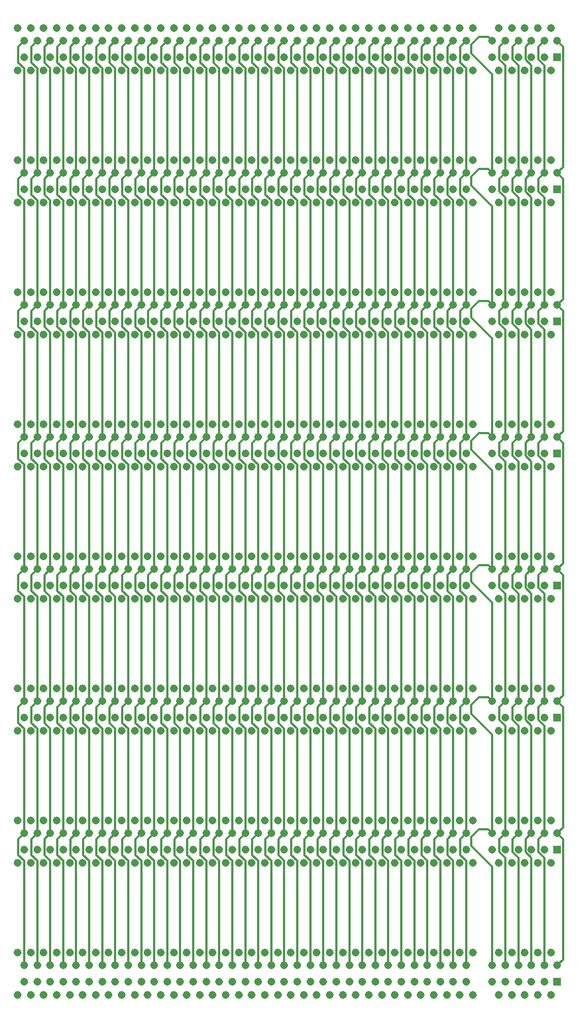
<source format=gbr>
%TF.GenerationSoftware,KiCad,Pcbnew,8.0.0*%
%TF.CreationDate,2024-11-27T22:09:34-06:00*%
%TF.ProjectId,backplane,6261636b-706c-4616-9e65-2e6b69636164,rev?*%
%TF.SameCoordinates,Original*%
%TF.FileFunction,Copper,L3,Inr*%
%TF.FilePolarity,Positive*%
%FSLAX46Y46*%
G04 Gerber Fmt 4.6, Leading zero omitted, Abs format (unit mm)*
G04 Created by KiCad (PCBNEW 8.0.0) date 2024-11-27 22:09:34*
%MOMM*%
%LPD*%
G01*
G04 APERTURE LIST*
%TA.AperFunction,ComponentPad*%
%ADD10R,1.208000X1.208000*%
%TD*%
%TA.AperFunction,ComponentPad*%
%ADD11C,1.208000*%
%TD*%
%TA.AperFunction,Conductor*%
%ADD12C,0.300000*%
%TD*%
G04 APERTURE END LIST*
D10*
%TO.N,A1*%
%TO.C,J9*%
X144300000Y-135100000D03*
D11*
%TO.N,A2*%
X143300000Y-137100000D03*
%TO.N,A3*%
X142300000Y-135100000D03*
%TO.N,A4*%
X141300000Y-137100000D03*
%TO.N,A5*%
X140300000Y-135100000D03*
%TO.N,A6*%
X139300000Y-137100000D03*
%TO.N,A7*%
X138300000Y-135100000D03*
%TO.N,A8*%
X137300000Y-137100000D03*
%TO.N,A9*%
X136300000Y-135100000D03*
%TO.N,A10*%
X135300000Y-137100000D03*
%TO.N,A11*%
X134300000Y-135100000D03*
%TO.N,A12*%
X131300000Y-137100000D03*
%TO.N,A13*%
X130300000Y-135100000D03*
%TO.N,A14*%
X129300000Y-137100000D03*
%TO.N,A15*%
X128300000Y-135100000D03*
%TO.N,A16*%
X127300000Y-137100000D03*
%TO.N,A17*%
X126300000Y-135100000D03*
%TO.N,A18*%
X125300000Y-137100000D03*
%TO.N,A19*%
X124300000Y-135100000D03*
%TO.N,A20*%
X123300000Y-137100000D03*
%TO.N,A21*%
X122300000Y-135100000D03*
%TO.N,A22*%
X121300000Y-137100000D03*
%TO.N,A23*%
X120300000Y-135100000D03*
%TO.N,A24*%
X119300000Y-137100000D03*
%TO.N,A25*%
X118300000Y-135100000D03*
%TO.N,A26*%
X117300000Y-137100000D03*
%TO.N,A27*%
X116300000Y-135100000D03*
%TO.N,A28*%
X115300000Y-137100000D03*
%TO.N,A29*%
X114300000Y-135100000D03*
%TO.N,A30*%
X113300000Y-137100000D03*
%TO.N,A31*%
X112300000Y-135100000D03*
%TO.N,A32*%
X111300000Y-137100000D03*
%TO.N,A33*%
X110300000Y-135100000D03*
%TO.N,A34*%
X109300000Y-137100000D03*
%TO.N,A35*%
X108300000Y-135100000D03*
%TO.N,A36*%
X107300000Y-137100000D03*
%TO.N,A37*%
X106300000Y-135100000D03*
%TO.N,A38*%
X105300000Y-137100000D03*
%TO.N,A39*%
X104300000Y-135100000D03*
%TO.N,A40*%
X103300000Y-137100000D03*
%TO.N,A41*%
X102300000Y-135100000D03*
%TO.N,A42*%
X101300000Y-137100000D03*
%TO.N,A43*%
X100300000Y-135100000D03*
%TO.N,A44*%
X99300000Y-137100000D03*
%TO.N,A45*%
X98300000Y-135100000D03*
%TO.N,A46*%
X97300000Y-137100000D03*
%TO.N,A47*%
X96300000Y-135100000D03*
%TO.N,A48*%
X95300000Y-137100000D03*
%TO.N,A49*%
X94300000Y-135100000D03*
%TO.N,A50*%
X93300000Y-137100000D03*
%TO.N,A51*%
X92300000Y-135100000D03*
%TO.N,A52*%
X91300000Y-137100000D03*
%TO.N,A53*%
X90300000Y-135100000D03*
%TO.N,A54*%
X89300000Y-137100000D03*
%TO.N,A55*%
X88300000Y-135100000D03*
%TO.N,A56*%
X87300000Y-137100000D03*
%TO.N,A57*%
X86300000Y-135100000D03*
%TO.N,A58*%
X85300000Y-137100000D03*
%TO.N,A59*%
X84300000Y-135100000D03*
%TO.N,A60*%
X83300000Y-137100000D03*
%TO.N,A61*%
X82300000Y-135100000D03*
%TO.N,A62*%
X81300000Y-137100000D03*
%TO.N,A63*%
X80300000Y-135100000D03*
%TO.N,A64*%
X79300000Y-137100000D03*
%TO.N,A65*%
X78300000Y-135100000D03*
%TO.N,A66*%
X77300000Y-137100000D03*
%TO.N,A67*%
X76300000Y-135100000D03*
%TO.N,A68*%
X75300000Y-137100000D03*
%TO.N,A69*%
X74300000Y-135100000D03*
%TO.N,A70*%
X73300000Y-137100000D03*
%TO.N,A71*%
X72300000Y-135100000D03*
%TO.N,A72*%
X71300000Y-137100000D03*
%TO.N,A73*%
X70300000Y-135100000D03*
%TO.N,A74*%
X69300000Y-137100000D03*
%TO.N,A75*%
X68300000Y-135100000D03*
%TO.N,A76*%
X67300000Y-137100000D03*
%TO.N,A77*%
X66300000Y-135100000D03*
%TO.N,A78*%
X65300000Y-137100000D03*
%TO.N,A79*%
X64300000Y-135100000D03*
%TO.N,A80*%
X63300000Y-137100000D03*
%TO.N,A81*%
X62300000Y-135100000D03*
%TO.N,A82*%
X61300000Y-137100000D03*
%TO.N,B1*%
X144300000Y-132600000D03*
%TO.N,B2*%
X143300000Y-130600000D03*
%TO.N,B3*%
X142300000Y-132600000D03*
%TO.N,B4*%
X141300000Y-130600000D03*
%TO.N,B5*%
X140300000Y-132600000D03*
%TO.N,B6*%
X139300000Y-130600000D03*
%TO.N,B7*%
X138300000Y-132600000D03*
%TO.N,B8*%
X137300000Y-130600000D03*
%TO.N,B9*%
X136300000Y-132600000D03*
%TO.N,B10*%
X135300000Y-130600000D03*
%TO.N,B11*%
X134300000Y-132600000D03*
%TO.N,B12*%
X131300000Y-130600000D03*
%TO.N,B13*%
X130300000Y-132600000D03*
%TO.N,B14*%
X129300000Y-130600000D03*
%TO.N,B15*%
X128300000Y-132600000D03*
%TO.N,B16*%
X127300000Y-130600000D03*
%TO.N,B17*%
X126300000Y-132600000D03*
%TO.N,B18*%
X125300000Y-130600000D03*
%TO.N,B19*%
X124300000Y-132600000D03*
%TO.N,B20*%
X123300000Y-130600000D03*
%TO.N,B21*%
X122300000Y-132600000D03*
%TO.N,B22*%
X121300000Y-130600000D03*
%TO.N,B23*%
X120300000Y-132600000D03*
%TO.N,B24*%
X119300000Y-130600000D03*
%TO.N,B25*%
X118300000Y-132600000D03*
%TO.N,B26*%
X117300000Y-130600000D03*
%TO.N,B27*%
X116300000Y-132600000D03*
%TO.N,B28*%
X115300000Y-130600000D03*
%TO.N,B29*%
X114300000Y-132600000D03*
%TO.N,B30*%
X113300000Y-130600000D03*
%TO.N,B31*%
X112300000Y-132600000D03*
%TO.N,B32*%
X111300000Y-130600000D03*
%TO.N,B33*%
X110300000Y-132600000D03*
%TO.N,B34*%
X109300000Y-130600000D03*
%TO.N,B35*%
X108300000Y-132600000D03*
%TO.N,B36*%
X107300000Y-130600000D03*
%TO.N,B37*%
X106300000Y-132600000D03*
%TO.N,B38*%
X105300000Y-130600000D03*
%TO.N,B39*%
X104300000Y-132600000D03*
%TO.N,B40*%
X103300000Y-130600000D03*
%TO.N,B41*%
X102300000Y-132600000D03*
%TO.N,B42*%
X101300000Y-130600000D03*
%TO.N,B43*%
X100300000Y-132600000D03*
%TO.N,B44*%
X99300000Y-130600000D03*
%TO.N,B45*%
X98300000Y-132600000D03*
%TO.N,B46*%
X97300000Y-130600000D03*
%TO.N,B47*%
X96300000Y-132600000D03*
%TO.N,B48*%
X95300000Y-130600000D03*
%TO.N,B49*%
X94300000Y-132600000D03*
%TO.N,B50*%
X93300000Y-130600000D03*
%TO.N,B51*%
X92300000Y-132600000D03*
%TO.N,B52*%
X91300000Y-130600000D03*
%TO.N,B53*%
X90300000Y-132600000D03*
%TO.N,B54*%
X89300000Y-130600000D03*
%TO.N,B55*%
X88300000Y-132600000D03*
%TO.N,B56*%
X87300000Y-130600000D03*
%TO.N,B57*%
X86300000Y-132600000D03*
%TO.N,B58*%
X85300000Y-130600000D03*
%TO.N,B59*%
X84300000Y-132600000D03*
%TO.N,B60*%
X83300000Y-130600000D03*
%TO.N,B61*%
X82300000Y-132600000D03*
%TO.N,B62*%
X81300000Y-130600000D03*
%TO.N,B63*%
X80300000Y-132600000D03*
%TO.N,B64*%
X79300000Y-130600000D03*
%TO.N,B65*%
X78300000Y-132600000D03*
%TO.N,B66*%
X77300000Y-130600000D03*
%TO.N,B67*%
X76300000Y-132600000D03*
%TO.N,B68*%
X75300000Y-130600000D03*
%TO.N,B69*%
X74300000Y-132600000D03*
%TO.N,B70*%
X73300000Y-130600000D03*
%TO.N,B71*%
X72300000Y-132600000D03*
%TO.N,B72*%
X71300000Y-130600000D03*
%TO.N,B73*%
X70300000Y-132600000D03*
%TO.N,B74*%
X69300000Y-130600000D03*
%TO.N,B75*%
X68300000Y-132600000D03*
%TO.N,B76*%
X67300000Y-130600000D03*
%TO.N,B77*%
X66300000Y-132600000D03*
%TO.N,B78*%
X65300000Y-130600000D03*
%TO.N,B79*%
X64300000Y-132600000D03*
%TO.N,B80*%
X63300000Y-130600000D03*
%TO.N,B81*%
X62300000Y-132600000D03*
%TO.N,B82*%
X61300000Y-130600000D03*
%TD*%
D10*
%TO.N,A1*%
%TO.C,J10*%
X144300000Y-114780000D03*
D11*
%TO.N,A2*%
X143300000Y-116780000D03*
%TO.N,A3*%
X142300000Y-114780000D03*
%TO.N,A4*%
X141300000Y-116780000D03*
%TO.N,A5*%
X140300000Y-114780000D03*
%TO.N,A6*%
X139300000Y-116780000D03*
%TO.N,A7*%
X138300000Y-114780000D03*
%TO.N,A8*%
X137300000Y-116780000D03*
%TO.N,A9*%
X136300000Y-114780000D03*
%TO.N,A10*%
X135300000Y-116780000D03*
%TO.N,A11*%
X134300000Y-114780000D03*
%TO.N,A12*%
X131300000Y-116780000D03*
%TO.N,A13*%
X130300000Y-114780000D03*
%TO.N,A14*%
X129300000Y-116780000D03*
%TO.N,A15*%
X128300000Y-114780000D03*
%TO.N,A16*%
X127300000Y-116780000D03*
%TO.N,A17*%
X126300000Y-114780000D03*
%TO.N,A18*%
X125300000Y-116780000D03*
%TO.N,A19*%
X124300000Y-114780000D03*
%TO.N,A20*%
X123300000Y-116780000D03*
%TO.N,A21*%
X122300000Y-114780000D03*
%TO.N,A22*%
X121300000Y-116780000D03*
%TO.N,A23*%
X120300000Y-114780000D03*
%TO.N,A24*%
X119300000Y-116780000D03*
%TO.N,A25*%
X118300000Y-114780000D03*
%TO.N,A26*%
X117300000Y-116780000D03*
%TO.N,A27*%
X116300000Y-114780000D03*
%TO.N,A28*%
X115300000Y-116780000D03*
%TO.N,A29*%
X114300000Y-114780000D03*
%TO.N,A30*%
X113300000Y-116780000D03*
%TO.N,A31*%
X112300000Y-114780000D03*
%TO.N,A32*%
X111300000Y-116780000D03*
%TO.N,A33*%
X110300000Y-114780000D03*
%TO.N,A34*%
X109300000Y-116780000D03*
%TO.N,A35*%
X108300000Y-114780000D03*
%TO.N,A36*%
X107300000Y-116780000D03*
%TO.N,A37*%
X106300000Y-114780000D03*
%TO.N,A38*%
X105300000Y-116780000D03*
%TO.N,A39*%
X104300000Y-114780000D03*
%TO.N,A40*%
X103300000Y-116780000D03*
%TO.N,A41*%
X102300000Y-114780000D03*
%TO.N,A42*%
X101300000Y-116780000D03*
%TO.N,A43*%
X100300000Y-114780000D03*
%TO.N,A44*%
X99300000Y-116780000D03*
%TO.N,A45*%
X98300000Y-114780000D03*
%TO.N,A46*%
X97300000Y-116780000D03*
%TO.N,A47*%
X96300000Y-114780000D03*
%TO.N,A48*%
X95300000Y-116780000D03*
%TO.N,A49*%
X94300000Y-114780000D03*
%TO.N,A50*%
X93300000Y-116780000D03*
%TO.N,A51*%
X92300000Y-114780000D03*
%TO.N,A52*%
X91300000Y-116780000D03*
%TO.N,A53*%
X90300000Y-114780000D03*
%TO.N,A54*%
X89300000Y-116780000D03*
%TO.N,A55*%
X88300000Y-114780000D03*
%TO.N,A56*%
X87300000Y-116780000D03*
%TO.N,A57*%
X86300000Y-114780000D03*
%TO.N,A58*%
X85300000Y-116780000D03*
%TO.N,A59*%
X84300000Y-114780000D03*
%TO.N,A60*%
X83300000Y-116780000D03*
%TO.N,A61*%
X82300000Y-114780000D03*
%TO.N,A62*%
X81300000Y-116780000D03*
%TO.N,A63*%
X80300000Y-114780000D03*
%TO.N,A64*%
X79300000Y-116780000D03*
%TO.N,A65*%
X78300000Y-114780000D03*
%TO.N,A66*%
X77300000Y-116780000D03*
%TO.N,A67*%
X76300000Y-114780000D03*
%TO.N,A68*%
X75300000Y-116780000D03*
%TO.N,A69*%
X74300000Y-114780000D03*
%TO.N,A70*%
X73300000Y-116780000D03*
%TO.N,A71*%
X72300000Y-114780000D03*
%TO.N,A72*%
X71300000Y-116780000D03*
%TO.N,A73*%
X70300000Y-114780000D03*
%TO.N,A74*%
X69300000Y-116780000D03*
%TO.N,A75*%
X68300000Y-114780000D03*
%TO.N,A76*%
X67300000Y-116780000D03*
%TO.N,A77*%
X66300000Y-114780000D03*
%TO.N,A78*%
X65300000Y-116780000D03*
%TO.N,A79*%
X64300000Y-114780000D03*
%TO.N,A80*%
X63300000Y-116780000D03*
%TO.N,A81*%
X62300000Y-114780000D03*
%TO.N,A82*%
X61300000Y-116780000D03*
%TO.N,B1*%
X144300000Y-112280000D03*
%TO.N,B2*%
X143300000Y-110280000D03*
%TO.N,B3*%
X142300000Y-112280000D03*
%TO.N,B4*%
X141300000Y-110280000D03*
%TO.N,B5*%
X140300000Y-112280000D03*
%TO.N,B6*%
X139300000Y-110280000D03*
%TO.N,B7*%
X138300000Y-112280000D03*
%TO.N,B8*%
X137300000Y-110280000D03*
%TO.N,B9*%
X136300000Y-112280000D03*
%TO.N,B10*%
X135300000Y-110280000D03*
%TO.N,B11*%
X134300000Y-112280000D03*
%TO.N,B12*%
X131300000Y-110280000D03*
%TO.N,B13*%
X130300000Y-112280000D03*
%TO.N,B14*%
X129300000Y-110280000D03*
%TO.N,B15*%
X128300000Y-112280000D03*
%TO.N,B16*%
X127300000Y-110280000D03*
%TO.N,B17*%
X126300000Y-112280000D03*
%TO.N,B18*%
X125300000Y-110280000D03*
%TO.N,B19*%
X124300000Y-112280000D03*
%TO.N,B20*%
X123300000Y-110280000D03*
%TO.N,B21*%
X122300000Y-112280000D03*
%TO.N,B22*%
X121300000Y-110280000D03*
%TO.N,B23*%
X120300000Y-112280000D03*
%TO.N,B24*%
X119300000Y-110280000D03*
%TO.N,B25*%
X118300000Y-112280000D03*
%TO.N,B26*%
X117300000Y-110280000D03*
%TO.N,B27*%
X116300000Y-112280000D03*
%TO.N,B28*%
X115300000Y-110280000D03*
%TO.N,B29*%
X114300000Y-112280000D03*
%TO.N,B30*%
X113300000Y-110280000D03*
%TO.N,B31*%
X112300000Y-112280000D03*
%TO.N,B32*%
X111300000Y-110280000D03*
%TO.N,B33*%
X110300000Y-112280000D03*
%TO.N,B34*%
X109300000Y-110280000D03*
%TO.N,B35*%
X108300000Y-112280000D03*
%TO.N,B36*%
X107300000Y-110280000D03*
%TO.N,B37*%
X106300000Y-112280000D03*
%TO.N,B38*%
X105300000Y-110280000D03*
%TO.N,B39*%
X104300000Y-112280000D03*
%TO.N,B40*%
X103300000Y-110280000D03*
%TO.N,B41*%
X102300000Y-112280000D03*
%TO.N,B42*%
X101300000Y-110280000D03*
%TO.N,B43*%
X100300000Y-112280000D03*
%TO.N,B44*%
X99300000Y-110280000D03*
%TO.N,B45*%
X98300000Y-112280000D03*
%TO.N,B46*%
X97300000Y-110280000D03*
%TO.N,B47*%
X96300000Y-112280000D03*
%TO.N,B48*%
X95300000Y-110280000D03*
%TO.N,B49*%
X94300000Y-112280000D03*
%TO.N,B50*%
X93300000Y-110280000D03*
%TO.N,B51*%
X92300000Y-112280000D03*
%TO.N,B52*%
X91300000Y-110280000D03*
%TO.N,B53*%
X90300000Y-112280000D03*
%TO.N,B54*%
X89300000Y-110280000D03*
%TO.N,B55*%
X88300000Y-112280000D03*
%TO.N,B56*%
X87300000Y-110280000D03*
%TO.N,B57*%
X86300000Y-112280000D03*
%TO.N,B58*%
X85300000Y-110280000D03*
%TO.N,B59*%
X84300000Y-112280000D03*
%TO.N,B60*%
X83300000Y-110280000D03*
%TO.N,B61*%
X82300000Y-112280000D03*
%TO.N,B62*%
X81300000Y-110280000D03*
%TO.N,B63*%
X80300000Y-112280000D03*
%TO.N,B64*%
X79300000Y-110280000D03*
%TO.N,B65*%
X78300000Y-112280000D03*
%TO.N,B66*%
X77300000Y-110280000D03*
%TO.N,B67*%
X76300000Y-112280000D03*
%TO.N,B68*%
X75300000Y-110280000D03*
%TO.N,B69*%
X74300000Y-112280000D03*
%TO.N,B70*%
X73300000Y-110280000D03*
%TO.N,B71*%
X72300000Y-112280000D03*
%TO.N,B72*%
X71300000Y-110280000D03*
%TO.N,B73*%
X70300000Y-112280000D03*
%TO.N,B74*%
X69300000Y-110280000D03*
%TO.N,B75*%
X68300000Y-112280000D03*
%TO.N,B76*%
X67300000Y-110280000D03*
%TO.N,B77*%
X66300000Y-112280000D03*
%TO.N,B78*%
X65300000Y-110280000D03*
%TO.N,B79*%
X64300000Y-112280000D03*
%TO.N,B80*%
X63300000Y-110280000D03*
%TO.N,B81*%
X62300000Y-112280000D03*
%TO.N,B82*%
X61300000Y-110280000D03*
%TD*%
D10*
%TO.N,A1*%
%TO.C,J3*%
X144300000Y-74140000D03*
D11*
%TO.N,A2*%
X143300000Y-76140000D03*
%TO.N,A3*%
X142300000Y-74140000D03*
%TO.N,A4*%
X141300000Y-76140000D03*
%TO.N,A5*%
X140300000Y-74140000D03*
%TO.N,A6*%
X139300000Y-76140000D03*
%TO.N,A7*%
X138300000Y-74140000D03*
%TO.N,A8*%
X137300000Y-76140000D03*
%TO.N,A9*%
X136300000Y-74140000D03*
%TO.N,A10*%
X135300000Y-76140000D03*
%TO.N,A11*%
X134300000Y-74140000D03*
%TO.N,A12*%
X131300000Y-76140000D03*
%TO.N,A13*%
X130300000Y-74140000D03*
%TO.N,A14*%
X129300000Y-76140000D03*
%TO.N,A15*%
X128300000Y-74140000D03*
%TO.N,A16*%
X127300000Y-76140000D03*
%TO.N,A17*%
X126300000Y-74140000D03*
%TO.N,A18*%
X125300000Y-76140000D03*
%TO.N,A19*%
X124300000Y-74140000D03*
%TO.N,A20*%
X123300000Y-76140000D03*
%TO.N,A21*%
X122300000Y-74140000D03*
%TO.N,A22*%
X121300000Y-76140000D03*
%TO.N,A23*%
X120300000Y-74140000D03*
%TO.N,A24*%
X119300000Y-76140000D03*
%TO.N,A25*%
X118300000Y-74140000D03*
%TO.N,A26*%
X117300000Y-76140000D03*
%TO.N,A27*%
X116300000Y-74140000D03*
%TO.N,A28*%
X115300000Y-76140000D03*
%TO.N,A29*%
X114300000Y-74140000D03*
%TO.N,A30*%
X113300000Y-76140000D03*
%TO.N,A31*%
X112300000Y-74140000D03*
%TO.N,A32*%
X111300000Y-76140000D03*
%TO.N,A33*%
X110300000Y-74140000D03*
%TO.N,A34*%
X109300000Y-76140000D03*
%TO.N,A35*%
X108300000Y-74140000D03*
%TO.N,A36*%
X107300000Y-76140000D03*
%TO.N,A37*%
X106300000Y-74140000D03*
%TO.N,A38*%
X105300000Y-76140000D03*
%TO.N,A39*%
X104300000Y-74140000D03*
%TO.N,A40*%
X103300000Y-76140000D03*
%TO.N,A41*%
X102300000Y-74140000D03*
%TO.N,A42*%
X101300000Y-76140000D03*
%TO.N,A43*%
X100300000Y-74140000D03*
%TO.N,A44*%
X99300000Y-76140000D03*
%TO.N,A45*%
X98300000Y-74140000D03*
%TO.N,A46*%
X97300000Y-76140000D03*
%TO.N,A47*%
X96300000Y-74140000D03*
%TO.N,A48*%
X95300000Y-76140000D03*
%TO.N,A49*%
X94300000Y-74140000D03*
%TO.N,A50*%
X93300000Y-76140000D03*
%TO.N,A51*%
X92300000Y-74140000D03*
%TO.N,A52*%
X91300000Y-76140000D03*
%TO.N,A53*%
X90300000Y-74140000D03*
%TO.N,A54*%
X89300000Y-76140000D03*
%TO.N,A55*%
X88300000Y-74140000D03*
%TO.N,A56*%
X87300000Y-76140000D03*
%TO.N,A57*%
X86300000Y-74140000D03*
%TO.N,A58*%
X85300000Y-76140000D03*
%TO.N,A59*%
X84300000Y-74140000D03*
%TO.N,A60*%
X83300000Y-76140000D03*
%TO.N,A61*%
X82300000Y-74140000D03*
%TO.N,A62*%
X81300000Y-76140000D03*
%TO.N,A63*%
X80300000Y-74140000D03*
%TO.N,A64*%
X79300000Y-76140000D03*
%TO.N,A65*%
X78300000Y-74140000D03*
%TO.N,A66*%
X77300000Y-76140000D03*
%TO.N,A67*%
X76300000Y-74140000D03*
%TO.N,A68*%
X75300000Y-76140000D03*
%TO.N,A69*%
X74300000Y-74140000D03*
%TO.N,A70*%
X73300000Y-76140000D03*
%TO.N,A71*%
X72300000Y-74140000D03*
%TO.N,A72*%
X71300000Y-76140000D03*
%TO.N,A73*%
X70300000Y-74140000D03*
%TO.N,A74*%
X69300000Y-76140000D03*
%TO.N,A75*%
X68300000Y-74140000D03*
%TO.N,A76*%
X67300000Y-76140000D03*
%TO.N,A77*%
X66300000Y-74140000D03*
%TO.N,A78*%
X65300000Y-76140000D03*
%TO.N,A79*%
X64300000Y-74140000D03*
%TO.N,A80*%
X63300000Y-76140000D03*
%TO.N,A81*%
X62300000Y-74140000D03*
%TO.N,A82*%
X61300000Y-76140000D03*
%TO.N,B1*%
X144300000Y-71640000D03*
%TO.N,B2*%
X143300000Y-69640000D03*
%TO.N,B3*%
X142300000Y-71640000D03*
%TO.N,B4*%
X141300000Y-69640000D03*
%TO.N,B5*%
X140300000Y-71640000D03*
%TO.N,B6*%
X139300000Y-69640000D03*
%TO.N,B7*%
X138300000Y-71640000D03*
%TO.N,B8*%
X137300000Y-69640000D03*
%TO.N,B9*%
X136300000Y-71640000D03*
%TO.N,B10*%
X135300000Y-69640000D03*
%TO.N,B11*%
X134300000Y-71640000D03*
%TO.N,B12*%
X131300000Y-69640000D03*
%TO.N,B13*%
X130300000Y-71640000D03*
%TO.N,B14*%
X129300000Y-69640000D03*
%TO.N,B15*%
X128300000Y-71640000D03*
%TO.N,B16*%
X127300000Y-69640000D03*
%TO.N,B17*%
X126300000Y-71640000D03*
%TO.N,B18*%
X125300000Y-69640000D03*
%TO.N,B19*%
X124300000Y-71640000D03*
%TO.N,B20*%
X123300000Y-69640000D03*
%TO.N,B21*%
X122300000Y-71640000D03*
%TO.N,B22*%
X121300000Y-69640000D03*
%TO.N,B23*%
X120300000Y-71640000D03*
%TO.N,B24*%
X119300000Y-69640000D03*
%TO.N,B25*%
X118300000Y-71640000D03*
%TO.N,B26*%
X117300000Y-69640000D03*
%TO.N,B27*%
X116300000Y-71640000D03*
%TO.N,B28*%
X115300000Y-69640000D03*
%TO.N,B29*%
X114300000Y-71640000D03*
%TO.N,B30*%
X113300000Y-69640000D03*
%TO.N,B31*%
X112300000Y-71640000D03*
%TO.N,B32*%
X111300000Y-69640000D03*
%TO.N,B33*%
X110300000Y-71640000D03*
%TO.N,B34*%
X109300000Y-69640000D03*
%TO.N,B35*%
X108300000Y-71640000D03*
%TO.N,B36*%
X107300000Y-69640000D03*
%TO.N,B37*%
X106300000Y-71640000D03*
%TO.N,B38*%
X105300000Y-69640000D03*
%TO.N,B39*%
X104300000Y-71640000D03*
%TO.N,B40*%
X103300000Y-69640000D03*
%TO.N,B41*%
X102300000Y-71640000D03*
%TO.N,B42*%
X101300000Y-69640000D03*
%TO.N,B43*%
X100300000Y-71640000D03*
%TO.N,B44*%
X99300000Y-69640000D03*
%TO.N,B45*%
X98300000Y-71640000D03*
%TO.N,B46*%
X97300000Y-69640000D03*
%TO.N,B47*%
X96300000Y-71640000D03*
%TO.N,B48*%
X95300000Y-69640000D03*
%TO.N,B49*%
X94300000Y-71640000D03*
%TO.N,B50*%
X93300000Y-69640000D03*
%TO.N,B51*%
X92300000Y-71640000D03*
%TO.N,B52*%
X91300000Y-69640000D03*
%TO.N,B53*%
X90300000Y-71640000D03*
%TO.N,B54*%
X89300000Y-69640000D03*
%TO.N,B55*%
X88300000Y-71640000D03*
%TO.N,B56*%
X87300000Y-69640000D03*
%TO.N,B57*%
X86300000Y-71640000D03*
%TO.N,B58*%
X85300000Y-69640000D03*
%TO.N,B59*%
X84300000Y-71640000D03*
%TO.N,B60*%
X83300000Y-69640000D03*
%TO.N,B61*%
X82300000Y-71640000D03*
%TO.N,B62*%
X81300000Y-69640000D03*
%TO.N,B63*%
X80300000Y-71640000D03*
%TO.N,B64*%
X79300000Y-69640000D03*
%TO.N,B65*%
X78300000Y-71640000D03*
%TO.N,B66*%
X77300000Y-69640000D03*
%TO.N,B67*%
X76300000Y-71640000D03*
%TO.N,B68*%
X75300000Y-69640000D03*
%TO.N,B69*%
X74300000Y-71640000D03*
%TO.N,B70*%
X73300000Y-69640000D03*
%TO.N,B71*%
X72300000Y-71640000D03*
%TO.N,B72*%
X71300000Y-69640000D03*
%TO.N,B73*%
X70300000Y-71640000D03*
%TO.N,B74*%
X69300000Y-69640000D03*
%TO.N,B75*%
X68300000Y-71640000D03*
%TO.N,B76*%
X67300000Y-69640000D03*
%TO.N,B77*%
X66300000Y-71640000D03*
%TO.N,B78*%
X65300000Y-69640000D03*
%TO.N,B79*%
X64300000Y-71640000D03*
%TO.N,B80*%
X63300000Y-69640000D03*
%TO.N,B81*%
X62300000Y-71640000D03*
%TO.N,B82*%
X61300000Y-69640000D03*
%TD*%
D10*
%TO.N,A1*%
%TO.C,J13*%
X144300000Y-53820000D03*
D11*
%TO.N,A2*%
X143300000Y-55820000D03*
%TO.N,A3*%
X142300000Y-53820000D03*
%TO.N,A4*%
X141300000Y-55820000D03*
%TO.N,A5*%
X140300000Y-53820000D03*
%TO.N,A6*%
X139300000Y-55820000D03*
%TO.N,A7*%
X138300000Y-53820000D03*
%TO.N,A8*%
X137300000Y-55820000D03*
%TO.N,A9*%
X136300000Y-53820000D03*
%TO.N,A10*%
X135300000Y-55820000D03*
%TO.N,A11*%
X134300000Y-53820000D03*
%TO.N,A12*%
X131300000Y-55820000D03*
%TO.N,A13*%
X130300000Y-53820000D03*
%TO.N,A14*%
X129300000Y-55820000D03*
%TO.N,A15*%
X128300000Y-53820000D03*
%TO.N,A16*%
X127300000Y-55820000D03*
%TO.N,A17*%
X126300000Y-53820000D03*
%TO.N,A18*%
X125300000Y-55820000D03*
%TO.N,A19*%
X124300000Y-53820000D03*
%TO.N,A20*%
X123300000Y-55820000D03*
%TO.N,A21*%
X122300000Y-53820000D03*
%TO.N,A22*%
X121300000Y-55820000D03*
%TO.N,A23*%
X120300000Y-53820000D03*
%TO.N,A24*%
X119300000Y-55820000D03*
%TO.N,A25*%
X118300000Y-53820000D03*
%TO.N,A26*%
X117300000Y-55820000D03*
%TO.N,A27*%
X116300000Y-53820000D03*
%TO.N,A28*%
X115300000Y-55820000D03*
%TO.N,A29*%
X114300000Y-53820000D03*
%TO.N,A30*%
X113300000Y-55820000D03*
%TO.N,A31*%
X112300000Y-53820000D03*
%TO.N,A32*%
X111300000Y-55820000D03*
%TO.N,A33*%
X110300000Y-53820000D03*
%TO.N,A34*%
X109300000Y-55820000D03*
%TO.N,A35*%
X108300000Y-53820000D03*
%TO.N,A36*%
X107300000Y-55820000D03*
%TO.N,A37*%
X106300000Y-53820000D03*
%TO.N,A38*%
X105300000Y-55820000D03*
%TO.N,A39*%
X104300000Y-53820000D03*
%TO.N,A40*%
X103300000Y-55820000D03*
%TO.N,A41*%
X102300000Y-53820000D03*
%TO.N,A42*%
X101300000Y-55820000D03*
%TO.N,A43*%
X100300000Y-53820000D03*
%TO.N,A44*%
X99300000Y-55820000D03*
%TO.N,A45*%
X98300000Y-53820000D03*
%TO.N,A46*%
X97300000Y-55820000D03*
%TO.N,A47*%
X96300000Y-53820000D03*
%TO.N,A48*%
X95300000Y-55820000D03*
%TO.N,A49*%
X94300000Y-53820000D03*
%TO.N,A50*%
X93300000Y-55820000D03*
%TO.N,A51*%
X92300000Y-53820000D03*
%TO.N,A52*%
X91300000Y-55820000D03*
%TO.N,A53*%
X90300000Y-53820000D03*
%TO.N,A54*%
X89300000Y-55820000D03*
%TO.N,A55*%
X88300000Y-53820000D03*
%TO.N,A56*%
X87300000Y-55820000D03*
%TO.N,A57*%
X86300000Y-53820000D03*
%TO.N,A58*%
X85300000Y-55820000D03*
%TO.N,A59*%
X84300000Y-53820000D03*
%TO.N,A60*%
X83300000Y-55820000D03*
%TO.N,A61*%
X82300000Y-53820000D03*
%TO.N,A62*%
X81300000Y-55820000D03*
%TO.N,A63*%
X80300000Y-53820000D03*
%TO.N,A64*%
X79300000Y-55820000D03*
%TO.N,A65*%
X78300000Y-53820000D03*
%TO.N,A66*%
X77300000Y-55820000D03*
%TO.N,A67*%
X76300000Y-53820000D03*
%TO.N,A68*%
X75300000Y-55820000D03*
%TO.N,A69*%
X74300000Y-53820000D03*
%TO.N,A70*%
X73300000Y-55820000D03*
%TO.N,A71*%
X72300000Y-53820000D03*
%TO.N,A72*%
X71300000Y-55820000D03*
%TO.N,A73*%
X70300000Y-53820000D03*
%TO.N,A74*%
X69300000Y-55820000D03*
%TO.N,A75*%
X68300000Y-53820000D03*
%TO.N,A76*%
X67300000Y-55820000D03*
%TO.N,A77*%
X66300000Y-53820000D03*
%TO.N,A78*%
X65300000Y-55820000D03*
%TO.N,A79*%
X64300000Y-53820000D03*
%TO.N,A80*%
X63300000Y-55820000D03*
%TO.N,A81*%
X62300000Y-53820000D03*
%TO.N,A82*%
X61300000Y-55820000D03*
%TO.N,B1*%
X144300000Y-51320000D03*
%TO.N,B2*%
X143300000Y-49320000D03*
%TO.N,B3*%
X142300000Y-51320000D03*
%TO.N,B4*%
X141300000Y-49320000D03*
%TO.N,B5*%
X140300000Y-51320000D03*
%TO.N,B6*%
X139300000Y-49320000D03*
%TO.N,B7*%
X138300000Y-51320000D03*
%TO.N,B8*%
X137300000Y-49320000D03*
%TO.N,B9*%
X136300000Y-51320000D03*
%TO.N,B10*%
X135300000Y-49320000D03*
%TO.N,B11*%
X134300000Y-51320000D03*
%TO.N,B12*%
X131300000Y-49320000D03*
%TO.N,B13*%
X130300000Y-51320000D03*
%TO.N,B14*%
X129300000Y-49320000D03*
%TO.N,B15*%
X128300000Y-51320000D03*
%TO.N,B16*%
X127300000Y-49320000D03*
%TO.N,B17*%
X126300000Y-51320000D03*
%TO.N,B18*%
X125300000Y-49320000D03*
%TO.N,B19*%
X124300000Y-51320000D03*
%TO.N,B20*%
X123300000Y-49320000D03*
%TO.N,B21*%
X122300000Y-51320000D03*
%TO.N,B22*%
X121300000Y-49320000D03*
%TO.N,B23*%
X120300000Y-51320000D03*
%TO.N,B24*%
X119300000Y-49320000D03*
%TO.N,B25*%
X118300000Y-51320000D03*
%TO.N,B26*%
X117300000Y-49320000D03*
%TO.N,B27*%
X116300000Y-51320000D03*
%TO.N,B28*%
X115300000Y-49320000D03*
%TO.N,B29*%
X114300000Y-51320000D03*
%TO.N,B30*%
X113300000Y-49320000D03*
%TO.N,B31*%
X112300000Y-51320000D03*
%TO.N,B32*%
X111300000Y-49320000D03*
%TO.N,B33*%
X110300000Y-51320000D03*
%TO.N,B34*%
X109300000Y-49320000D03*
%TO.N,B35*%
X108300000Y-51320000D03*
%TO.N,B36*%
X107300000Y-49320000D03*
%TO.N,B37*%
X106300000Y-51320000D03*
%TO.N,B38*%
X105300000Y-49320000D03*
%TO.N,B39*%
X104300000Y-51320000D03*
%TO.N,B40*%
X103300000Y-49320000D03*
%TO.N,B41*%
X102300000Y-51320000D03*
%TO.N,B42*%
X101300000Y-49320000D03*
%TO.N,B43*%
X100300000Y-51320000D03*
%TO.N,B44*%
X99300000Y-49320000D03*
%TO.N,B45*%
X98300000Y-51320000D03*
%TO.N,B46*%
X97300000Y-49320000D03*
%TO.N,B47*%
X96300000Y-51320000D03*
%TO.N,B48*%
X95300000Y-49320000D03*
%TO.N,B49*%
X94300000Y-51320000D03*
%TO.N,B50*%
X93300000Y-49320000D03*
%TO.N,B51*%
X92300000Y-51320000D03*
%TO.N,B52*%
X91300000Y-49320000D03*
%TO.N,B53*%
X90300000Y-51320000D03*
%TO.N,B54*%
X89300000Y-49320000D03*
%TO.N,B55*%
X88300000Y-51320000D03*
%TO.N,B56*%
X87300000Y-49320000D03*
%TO.N,B57*%
X86300000Y-51320000D03*
%TO.N,B58*%
X85300000Y-49320000D03*
%TO.N,B59*%
X84300000Y-51320000D03*
%TO.N,B60*%
X83300000Y-49320000D03*
%TO.N,B61*%
X82300000Y-51320000D03*
%TO.N,B62*%
X81300000Y-49320000D03*
%TO.N,B63*%
X80300000Y-51320000D03*
%TO.N,B64*%
X79300000Y-49320000D03*
%TO.N,B65*%
X78300000Y-51320000D03*
%TO.N,B66*%
X77300000Y-49320000D03*
%TO.N,B67*%
X76300000Y-51320000D03*
%TO.N,B68*%
X75300000Y-49320000D03*
%TO.N,B69*%
X74300000Y-51320000D03*
%TO.N,B70*%
X73300000Y-49320000D03*
%TO.N,B71*%
X72300000Y-51320000D03*
%TO.N,B72*%
X71300000Y-49320000D03*
%TO.N,B73*%
X70300000Y-51320000D03*
%TO.N,B74*%
X69300000Y-49320000D03*
%TO.N,B75*%
X68300000Y-51320000D03*
%TO.N,B76*%
X67300000Y-49320000D03*
%TO.N,B77*%
X66300000Y-51320000D03*
%TO.N,B78*%
X65300000Y-49320000D03*
%TO.N,B79*%
X64300000Y-51320000D03*
%TO.N,B80*%
X63300000Y-49320000D03*
%TO.N,B81*%
X62300000Y-51320000D03*
%TO.N,B82*%
X61300000Y-49320000D03*
%TD*%
D10*
%TO.N,A1*%
%TO.C,J4*%
X144300000Y-94460000D03*
D11*
%TO.N,A2*%
X143300000Y-96460000D03*
%TO.N,A3*%
X142300000Y-94460000D03*
%TO.N,A4*%
X141300000Y-96460000D03*
%TO.N,A5*%
X140300000Y-94460000D03*
%TO.N,A6*%
X139300000Y-96460000D03*
%TO.N,A7*%
X138300000Y-94460000D03*
%TO.N,A8*%
X137300000Y-96460000D03*
%TO.N,A9*%
X136300000Y-94460000D03*
%TO.N,A10*%
X135300000Y-96460000D03*
%TO.N,A11*%
X134300000Y-94460000D03*
%TO.N,A12*%
X131300000Y-96460000D03*
%TO.N,A13*%
X130300000Y-94460000D03*
%TO.N,A14*%
X129300000Y-96460000D03*
%TO.N,A15*%
X128300000Y-94460000D03*
%TO.N,A16*%
X127300000Y-96460000D03*
%TO.N,A17*%
X126300000Y-94460000D03*
%TO.N,A18*%
X125300000Y-96460000D03*
%TO.N,A19*%
X124300000Y-94460000D03*
%TO.N,A20*%
X123300000Y-96460000D03*
%TO.N,A21*%
X122300000Y-94460000D03*
%TO.N,A22*%
X121300000Y-96460000D03*
%TO.N,A23*%
X120300000Y-94460000D03*
%TO.N,A24*%
X119300000Y-96460000D03*
%TO.N,A25*%
X118300000Y-94460000D03*
%TO.N,A26*%
X117300000Y-96460000D03*
%TO.N,A27*%
X116300000Y-94460000D03*
%TO.N,A28*%
X115300000Y-96460000D03*
%TO.N,A29*%
X114300000Y-94460000D03*
%TO.N,A30*%
X113300000Y-96460000D03*
%TO.N,A31*%
X112300000Y-94460000D03*
%TO.N,A32*%
X111300000Y-96460000D03*
%TO.N,A33*%
X110300000Y-94460000D03*
%TO.N,A34*%
X109300000Y-96460000D03*
%TO.N,A35*%
X108300000Y-94460000D03*
%TO.N,A36*%
X107300000Y-96460000D03*
%TO.N,A37*%
X106300000Y-94460000D03*
%TO.N,A38*%
X105300000Y-96460000D03*
%TO.N,A39*%
X104300000Y-94460000D03*
%TO.N,A40*%
X103300000Y-96460000D03*
%TO.N,A41*%
X102300000Y-94460000D03*
%TO.N,A42*%
X101300000Y-96460000D03*
%TO.N,A43*%
X100300000Y-94460000D03*
%TO.N,A44*%
X99300000Y-96460000D03*
%TO.N,A45*%
X98300000Y-94460000D03*
%TO.N,A46*%
X97300000Y-96460000D03*
%TO.N,A47*%
X96300000Y-94460000D03*
%TO.N,A48*%
X95300000Y-96460000D03*
%TO.N,A49*%
X94300000Y-94460000D03*
%TO.N,A50*%
X93300000Y-96460000D03*
%TO.N,A51*%
X92300000Y-94460000D03*
%TO.N,A52*%
X91300000Y-96460000D03*
%TO.N,A53*%
X90300000Y-94460000D03*
%TO.N,A54*%
X89300000Y-96460000D03*
%TO.N,A55*%
X88300000Y-94460000D03*
%TO.N,A56*%
X87300000Y-96460000D03*
%TO.N,A57*%
X86300000Y-94460000D03*
%TO.N,A58*%
X85300000Y-96460000D03*
%TO.N,A59*%
X84300000Y-94460000D03*
%TO.N,A60*%
X83300000Y-96460000D03*
%TO.N,A61*%
X82300000Y-94460000D03*
%TO.N,A62*%
X81300000Y-96460000D03*
%TO.N,A63*%
X80300000Y-94460000D03*
%TO.N,A64*%
X79300000Y-96460000D03*
%TO.N,A65*%
X78300000Y-94460000D03*
%TO.N,A66*%
X77300000Y-96460000D03*
%TO.N,A67*%
X76300000Y-94460000D03*
%TO.N,A68*%
X75300000Y-96460000D03*
%TO.N,A69*%
X74300000Y-94460000D03*
%TO.N,A70*%
X73300000Y-96460000D03*
%TO.N,A71*%
X72300000Y-94460000D03*
%TO.N,A72*%
X71300000Y-96460000D03*
%TO.N,A73*%
X70300000Y-94460000D03*
%TO.N,A74*%
X69300000Y-96460000D03*
%TO.N,A75*%
X68300000Y-94460000D03*
%TO.N,A76*%
X67300000Y-96460000D03*
%TO.N,A77*%
X66300000Y-94460000D03*
%TO.N,A78*%
X65300000Y-96460000D03*
%TO.N,A79*%
X64300000Y-94460000D03*
%TO.N,A80*%
X63300000Y-96460000D03*
%TO.N,A81*%
X62300000Y-94460000D03*
%TO.N,A82*%
X61300000Y-96460000D03*
%TO.N,B1*%
X144300000Y-91960000D03*
%TO.N,B2*%
X143300000Y-89960000D03*
%TO.N,B3*%
X142300000Y-91960000D03*
%TO.N,B4*%
X141300000Y-89960000D03*
%TO.N,B5*%
X140300000Y-91960000D03*
%TO.N,B6*%
X139300000Y-89960000D03*
%TO.N,B7*%
X138300000Y-91960000D03*
%TO.N,B8*%
X137300000Y-89960000D03*
%TO.N,B9*%
X136300000Y-91960000D03*
%TO.N,B10*%
X135300000Y-89960000D03*
%TO.N,B11*%
X134300000Y-91960000D03*
%TO.N,B12*%
X131300000Y-89960000D03*
%TO.N,B13*%
X130300000Y-91960000D03*
%TO.N,B14*%
X129300000Y-89960000D03*
%TO.N,B15*%
X128300000Y-91960000D03*
%TO.N,B16*%
X127300000Y-89960000D03*
%TO.N,B17*%
X126300000Y-91960000D03*
%TO.N,B18*%
X125300000Y-89960000D03*
%TO.N,B19*%
X124300000Y-91960000D03*
%TO.N,B20*%
X123300000Y-89960000D03*
%TO.N,B21*%
X122300000Y-91960000D03*
%TO.N,B22*%
X121300000Y-89960000D03*
%TO.N,B23*%
X120300000Y-91960000D03*
%TO.N,B24*%
X119300000Y-89960000D03*
%TO.N,B25*%
X118300000Y-91960000D03*
%TO.N,B26*%
X117300000Y-89960000D03*
%TO.N,B27*%
X116300000Y-91960000D03*
%TO.N,B28*%
X115300000Y-89960000D03*
%TO.N,B29*%
X114300000Y-91960000D03*
%TO.N,B30*%
X113300000Y-89960000D03*
%TO.N,B31*%
X112300000Y-91960000D03*
%TO.N,B32*%
X111300000Y-89960000D03*
%TO.N,B33*%
X110300000Y-91960000D03*
%TO.N,B34*%
X109300000Y-89960000D03*
%TO.N,B35*%
X108300000Y-91960000D03*
%TO.N,B36*%
X107300000Y-89960000D03*
%TO.N,B37*%
X106300000Y-91960000D03*
%TO.N,B38*%
X105300000Y-89960000D03*
%TO.N,B39*%
X104300000Y-91960000D03*
%TO.N,B40*%
X103300000Y-89960000D03*
%TO.N,B41*%
X102300000Y-91960000D03*
%TO.N,B42*%
X101300000Y-89960000D03*
%TO.N,B43*%
X100300000Y-91960000D03*
%TO.N,B44*%
X99300000Y-89960000D03*
%TO.N,B45*%
X98300000Y-91960000D03*
%TO.N,B46*%
X97300000Y-89960000D03*
%TO.N,B47*%
X96300000Y-91960000D03*
%TO.N,B48*%
X95300000Y-89960000D03*
%TO.N,B49*%
X94300000Y-91960000D03*
%TO.N,B50*%
X93300000Y-89960000D03*
%TO.N,B51*%
X92300000Y-91960000D03*
%TO.N,B52*%
X91300000Y-89960000D03*
%TO.N,B53*%
X90300000Y-91960000D03*
%TO.N,B54*%
X89300000Y-89960000D03*
%TO.N,B55*%
X88300000Y-91960000D03*
%TO.N,B56*%
X87300000Y-89960000D03*
%TO.N,B57*%
X86300000Y-91960000D03*
%TO.N,B58*%
X85300000Y-89960000D03*
%TO.N,B59*%
X84300000Y-91960000D03*
%TO.N,B60*%
X83300000Y-89960000D03*
%TO.N,B61*%
X82300000Y-91960000D03*
%TO.N,B62*%
X81300000Y-89960000D03*
%TO.N,B63*%
X80300000Y-91960000D03*
%TO.N,B64*%
X79300000Y-89960000D03*
%TO.N,B65*%
X78300000Y-91960000D03*
%TO.N,B66*%
X77300000Y-89960000D03*
%TO.N,B67*%
X76300000Y-91960000D03*
%TO.N,B68*%
X75300000Y-89960000D03*
%TO.N,B69*%
X74300000Y-91960000D03*
%TO.N,B70*%
X73300000Y-89960000D03*
%TO.N,B71*%
X72300000Y-91960000D03*
%TO.N,B72*%
X71300000Y-89960000D03*
%TO.N,B73*%
X70300000Y-91960000D03*
%TO.N,B74*%
X69300000Y-89960000D03*
%TO.N,B75*%
X68300000Y-91960000D03*
%TO.N,B76*%
X67300000Y-89960000D03*
%TO.N,B77*%
X66300000Y-91960000D03*
%TO.N,B78*%
X65300000Y-89960000D03*
%TO.N,B79*%
X64300000Y-91960000D03*
%TO.N,B80*%
X63300000Y-89960000D03*
%TO.N,B81*%
X62300000Y-91960000D03*
%TO.N,B82*%
X61300000Y-89960000D03*
%TD*%
D10*
%TO.N,A1*%
%TO.C,J2*%
X144300000Y-53820000D03*
D11*
%TO.N,A2*%
X143300000Y-55820000D03*
%TO.N,A3*%
X142300000Y-53820000D03*
%TO.N,A4*%
X141300000Y-55820000D03*
%TO.N,A5*%
X140300000Y-53820000D03*
%TO.N,A6*%
X139300000Y-55820000D03*
%TO.N,A7*%
X138300000Y-53820000D03*
%TO.N,A8*%
X137300000Y-55820000D03*
%TO.N,A9*%
X136300000Y-53820000D03*
%TO.N,A10*%
X135300000Y-55820000D03*
%TO.N,A11*%
X134300000Y-53820000D03*
%TO.N,A12*%
X131300000Y-55820000D03*
%TO.N,A13*%
X130300000Y-53820000D03*
%TO.N,A14*%
X129300000Y-55820000D03*
%TO.N,A15*%
X128300000Y-53820000D03*
%TO.N,A16*%
X127300000Y-55820000D03*
%TO.N,A17*%
X126300000Y-53820000D03*
%TO.N,A18*%
X125300000Y-55820000D03*
%TO.N,A19*%
X124300000Y-53820000D03*
%TO.N,A20*%
X123300000Y-55820000D03*
%TO.N,A21*%
X122300000Y-53820000D03*
%TO.N,A22*%
X121300000Y-55820000D03*
%TO.N,A23*%
X120300000Y-53820000D03*
%TO.N,A24*%
X119300000Y-55820000D03*
%TO.N,A25*%
X118300000Y-53820000D03*
%TO.N,A26*%
X117300000Y-55820000D03*
%TO.N,A27*%
X116300000Y-53820000D03*
%TO.N,A28*%
X115300000Y-55820000D03*
%TO.N,A29*%
X114300000Y-53820000D03*
%TO.N,A30*%
X113300000Y-55820000D03*
%TO.N,A31*%
X112300000Y-53820000D03*
%TO.N,A32*%
X111300000Y-55820000D03*
%TO.N,A33*%
X110300000Y-53820000D03*
%TO.N,A34*%
X109300000Y-55820000D03*
%TO.N,A35*%
X108300000Y-53820000D03*
%TO.N,A36*%
X107300000Y-55820000D03*
%TO.N,A37*%
X106300000Y-53820000D03*
%TO.N,A38*%
X105300000Y-55820000D03*
%TO.N,A39*%
X104300000Y-53820000D03*
%TO.N,A40*%
X103300000Y-55820000D03*
%TO.N,A41*%
X102300000Y-53820000D03*
%TO.N,A42*%
X101300000Y-55820000D03*
%TO.N,A43*%
X100300000Y-53820000D03*
%TO.N,A44*%
X99300000Y-55820000D03*
%TO.N,A45*%
X98300000Y-53820000D03*
%TO.N,A46*%
X97300000Y-55820000D03*
%TO.N,A47*%
X96300000Y-53820000D03*
%TO.N,A48*%
X95300000Y-55820000D03*
%TO.N,A49*%
X94300000Y-53820000D03*
%TO.N,A50*%
X93300000Y-55820000D03*
%TO.N,A51*%
X92300000Y-53820000D03*
%TO.N,A52*%
X91300000Y-55820000D03*
%TO.N,A53*%
X90300000Y-53820000D03*
%TO.N,A54*%
X89300000Y-55820000D03*
%TO.N,A55*%
X88300000Y-53820000D03*
%TO.N,A56*%
X87300000Y-55820000D03*
%TO.N,A57*%
X86300000Y-53820000D03*
%TO.N,A58*%
X85300000Y-55820000D03*
%TO.N,A59*%
X84300000Y-53820000D03*
%TO.N,A60*%
X83300000Y-55820000D03*
%TO.N,A61*%
X82300000Y-53820000D03*
%TO.N,A62*%
X81300000Y-55820000D03*
%TO.N,A63*%
X80300000Y-53820000D03*
%TO.N,A64*%
X79300000Y-55820000D03*
%TO.N,A65*%
X78300000Y-53820000D03*
%TO.N,A66*%
X77300000Y-55820000D03*
%TO.N,A67*%
X76300000Y-53820000D03*
%TO.N,A68*%
X75300000Y-55820000D03*
%TO.N,A69*%
X74300000Y-53820000D03*
%TO.N,A70*%
X73300000Y-55820000D03*
%TO.N,A71*%
X72300000Y-53820000D03*
%TO.N,A72*%
X71300000Y-55820000D03*
%TO.N,A73*%
X70300000Y-53820000D03*
%TO.N,A74*%
X69300000Y-55820000D03*
%TO.N,A75*%
X68300000Y-53820000D03*
%TO.N,A76*%
X67300000Y-55820000D03*
%TO.N,A77*%
X66300000Y-53820000D03*
%TO.N,A78*%
X65300000Y-55820000D03*
%TO.N,A79*%
X64300000Y-53820000D03*
%TO.N,A80*%
X63300000Y-55820000D03*
%TO.N,A81*%
X62300000Y-53820000D03*
%TO.N,A82*%
X61300000Y-55820000D03*
%TO.N,B1*%
X144300000Y-51320000D03*
%TO.N,B2*%
X143300000Y-49320000D03*
%TO.N,B3*%
X142300000Y-51320000D03*
%TO.N,B4*%
X141300000Y-49320000D03*
%TO.N,B5*%
X140300000Y-51320000D03*
%TO.N,B6*%
X139300000Y-49320000D03*
%TO.N,B7*%
X138300000Y-51320000D03*
%TO.N,B8*%
X137300000Y-49320000D03*
%TO.N,B9*%
X136300000Y-51320000D03*
%TO.N,B10*%
X135300000Y-49320000D03*
%TO.N,B11*%
X134300000Y-51320000D03*
%TO.N,B12*%
X131300000Y-49320000D03*
%TO.N,B13*%
X130300000Y-51320000D03*
%TO.N,B14*%
X129300000Y-49320000D03*
%TO.N,B15*%
X128300000Y-51320000D03*
%TO.N,B16*%
X127300000Y-49320000D03*
%TO.N,B17*%
X126300000Y-51320000D03*
%TO.N,B18*%
X125300000Y-49320000D03*
%TO.N,B19*%
X124300000Y-51320000D03*
%TO.N,B20*%
X123300000Y-49320000D03*
%TO.N,B21*%
X122300000Y-51320000D03*
%TO.N,B22*%
X121300000Y-49320000D03*
%TO.N,B23*%
X120300000Y-51320000D03*
%TO.N,B24*%
X119300000Y-49320000D03*
%TO.N,B25*%
X118300000Y-51320000D03*
%TO.N,B26*%
X117300000Y-49320000D03*
%TO.N,B27*%
X116300000Y-51320000D03*
%TO.N,B28*%
X115300000Y-49320000D03*
%TO.N,B29*%
X114300000Y-51320000D03*
%TO.N,B30*%
X113300000Y-49320000D03*
%TO.N,B31*%
X112300000Y-51320000D03*
%TO.N,B32*%
X111300000Y-49320000D03*
%TO.N,B33*%
X110300000Y-51320000D03*
%TO.N,B34*%
X109300000Y-49320000D03*
%TO.N,B35*%
X108300000Y-51320000D03*
%TO.N,B36*%
X107300000Y-49320000D03*
%TO.N,B37*%
X106300000Y-51320000D03*
%TO.N,B38*%
X105300000Y-49320000D03*
%TO.N,B39*%
X104300000Y-51320000D03*
%TO.N,B40*%
X103300000Y-49320000D03*
%TO.N,B41*%
X102300000Y-51320000D03*
%TO.N,B42*%
X101300000Y-49320000D03*
%TO.N,B43*%
X100300000Y-51320000D03*
%TO.N,B44*%
X99300000Y-49320000D03*
%TO.N,B45*%
X98300000Y-51320000D03*
%TO.N,B46*%
X97300000Y-49320000D03*
%TO.N,B47*%
X96300000Y-51320000D03*
%TO.N,B48*%
X95300000Y-49320000D03*
%TO.N,B49*%
X94300000Y-51320000D03*
%TO.N,B50*%
X93300000Y-49320000D03*
%TO.N,B51*%
X92300000Y-51320000D03*
%TO.N,B52*%
X91300000Y-49320000D03*
%TO.N,B53*%
X90300000Y-51320000D03*
%TO.N,B54*%
X89300000Y-49320000D03*
%TO.N,B55*%
X88300000Y-51320000D03*
%TO.N,B56*%
X87300000Y-49320000D03*
%TO.N,B57*%
X86300000Y-51320000D03*
%TO.N,B58*%
X85300000Y-49320000D03*
%TO.N,B59*%
X84300000Y-51320000D03*
%TO.N,B60*%
X83300000Y-49320000D03*
%TO.N,B61*%
X82300000Y-51320000D03*
%TO.N,B62*%
X81300000Y-49320000D03*
%TO.N,B63*%
X80300000Y-51320000D03*
%TO.N,B64*%
X79300000Y-49320000D03*
%TO.N,B65*%
X78300000Y-51320000D03*
%TO.N,B66*%
X77300000Y-49320000D03*
%TO.N,B67*%
X76300000Y-51320000D03*
%TO.N,B68*%
X75300000Y-49320000D03*
%TO.N,B69*%
X74300000Y-51320000D03*
%TO.N,B70*%
X73300000Y-49320000D03*
%TO.N,B71*%
X72300000Y-51320000D03*
%TO.N,B72*%
X71300000Y-49320000D03*
%TO.N,B73*%
X70300000Y-51320000D03*
%TO.N,B74*%
X69300000Y-49320000D03*
%TO.N,B75*%
X68300000Y-51320000D03*
%TO.N,B76*%
X67300000Y-49320000D03*
%TO.N,B77*%
X66300000Y-51320000D03*
%TO.N,B78*%
X65300000Y-49320000D03*
%TO.N,B79*%
X64300000Y-51320000D03*
%TO.N,B80*%
X63300000Y-49320000D03*
%TO.N,B81*%
X62300000Y-51320000D03*
%TO.N,B82*%
X61300000Y-49320000D03*
%TD*%
D10*
%TO.N,A1*%
%TO.C,J12*%
X144300000Y-74140000D03*
D11*
%TO.N,A2*%
X143300000Y-76140000D03*
%TO.N,A3*%
X142300000Y-74140000D03*
%TO.N,A4*%
X141300000Y-76140000D03*
%TO.N,A5*%
X140300000Y-74140000D03*
%TO.N,A6*%
X139300000Y-76140000D03*
%TO.N,A7*%
X138300000Y-74140000D03*
%TO.N,A8*%
X137300000Y-76140000D03*
%TO.N,A9*%
X136300000Y-74140000D03*
%TO.N,A10*%
X135300000Y-76140000D03*
%TO.N,A11*%
X134300000Y-74140000D03*
%TO.N,A12*%
X131300000Y-76140000D03*
%TO.N,A13*%
X130300000Y-74140000D03*
%TO.N,A14*%
X129300000Y-76140000D03*
%TO.N,A15*%
X128300000Y-74140000D03*
%TO.N,A16*%
X127300000Y-76140000D03*
%TO.N,A17*%
X126300000Y-74140000D03*
%TO.N,A18*%
X125300000Y-76140000D03*
%TO.N,A19*%
X124300000Y-74140000D03*
%TO.N,A20*%
X123300000Y-76140000D03*
%TO.N,A21*%
X122300000Y-74140000D03*
%TO.N,A22*%
X121300000Y-76140000D03*
%TO.N,A23*%
X120300000Y-74140000D03*
%TO.N,A24*%
X119300000Y-76140000D03*
%TO.N,A25*%
X118300000Y-74140000D03*
%TO.N,A26*%
X117300000Y-76140000D03*
%TO.N,A27*%
X116300000Y-74140000D03*
%TO.N,A28*%
X115300000Y-76140000D03*
%TO.N,A29*%
X114300000Y-74140000D03*
%TO.N,A30*%
X113300000Y-76140000D03*
%TO.N,A31*%
X112300000Y-74140000D03*
%TO.N,A32*%
X111300000Y-76140000D03*
%TO.N,A33*%
X110300000Y-74140000D03*
%TO.N,A34*%
X109300000Y-76140000D03*
%TO.N,A35*%
X108300000Y-74140000D03*
%TO.N,A36*%
X107300000Y-76140000D03*
%TO.N,A37*%
X106300000Y-74140000D03*
%TO.N,A38*%
X105300000Y-76140000D03*
%TO.N,A39*%
X104300000Y-74140000D03*
%TO.N,A40*%
X103300000Y-76140000D03*
%TO.N,A41*%
X102300000Y-74140000D03*
%TO.N,A42*%
X101300000Y-76140000D03*
%TO.N,A43*%
X100300000Y-74140000D03*
%TO.N,A44*%
X99300000Y-76140000D03*
%TO.N,A45*%
X98300000Y-74140000D03*
%TO.N,A46*%
X97300000Y-76140000D03*
%TO.N,A47*%
X96300000Y-74140000D03*
%TO.N,A48*%
X95300000Y-76140000D03*
%TO.N,A49*%
X94300000Y-74140000D03*
%TO.N,A50*%
X93300000Y-76140000D03*
%TO.N,A51*%
X92300000Y-74140000D03*
%TO.N,A52*%
X91300000Y-76140000D03*
%TO.N,A53*%
X90300000Y-74140000D03*
%TO.N,A54*%
X89300000Y-76140000D03*
%TO.N,A55*%
X88300000Y-74140000D03*
%TO.N,A56*%
X87300000Y-76140000D03*
%TO.N,A57*%
X86300000Y-74140000D03*
%TO.N,A58*%
X85300000Y-76140000D03*
%TO.N,A59*%
X84300000Y-74140000D03*
%TO.N,A60*%
X83300000Y-76140000D03*
%TO.N,A61*%
X82300000Y-74140000D03*
%TO.N,A62*%
X81300000Y-76140000D03*
%TO.N,A63*%
X80300000Y-74140000D03*
%TO.N,A64*%
X79300000Y-76140000D03*
%TO.N,A65*%
X78300000Y-74140000D03*
%TO.N,A66*%
X77300000Y-76140000D03*
%TO.N,A67*%
X76300000Y-74140000D03*
%TO.N,A68*%
X75300000Y-76140000D03*
%TO.N,A69*%
X74300000Y-74140000D03*
%TO.N,A70*%
X73300000Y-76140000D03*
%TO.N,A71*%
X72300000Y-74140000D03*
%TO.N,A72*%
X71300000Y-76140000D03*
%TO.N,A73*%
X70300000Y-74140000D03*
%TO.N,A74*%
X69300000Y-76140000D03*
%TO.N,A75*%
X68300000Y-74140000D03*
%TO.N,A76*%
X67300000Y-76140000D03*
%TO.N,A77*%
X66300000Y-74140000D03*
%TO.N,A78*%
X65300000Y-76140000D03*
%TO.N,A79*%
X64300000Y-74140000D03*
%TO.N,A80*%
X63300000Y-76140000D03*
%TO.N,A81*%
X62300000Y-74140000D03*
%TO.N,A82*%
X61300000Y-76140000D03*
%TO.N,B1*%
X144300000Y-71640000D03*
%TO.N,B2*%
X143300000Y-69640000D03*
%TO.N,B3*%
X142300000Y-71640000D03*
%TO.N,B4*%
X141300000Y-69640000D03*
%TO.N,B5*%
X140300000Y-71640000D03*
%TO.N,B6*%
X139300000Y-69640000D03*
%TO.N,B7*%
X138300000Y-71640000D03*
%TO.N,B8*%
X137300000Y-69640000D03*
%TO.N,B9*%
X136300000Y-71640000D03*
%TO.N,B10*%
X135300000Y-69640000D03*
%TO.N,B11*%
X134300000Y-71640000D03*
%TO.N,B12*%
X131300000Y-69640000D03*
%TO.N,B13*%
X130300000Y-71640000D03*
%TO.N,B14*%
X129300000Y-69640000D03*
%TO.N,B15*%
X128300000Y-71640000D03*
%TO.N,B16*%
X127300000Y-69640000D03*
%TO.N,B17*%
X126300000Y-71640000D03*
%TO.N,B18*%
X125300000Y-69640000D03*
%TO.N,B19*%
X124300000Y-71640000D03*
%TO.N,B20*%
X123300000Y-69640000D03*
%TO.N,B21*%
X122300000Y-71640000D03*
%TO.N,B22*%
X121300000Y-69640000D03*
%TO.N,B23*%
X120300000Y-71640000D03*
%TO.N,B24*%
X119300000Y-69640000D03*
%TO.N,B25*%
X118300000Y-71640000D03*
%TO.N,B26*%
X117300000Y-69640000D03*
%TO.N,B27*%
X116300000Y-71640000D03*
%TO.N,B28*%
X115300000Y-69640000D03*
%TO.N,B29*%
X114300000Y-71640000D03*
%TO.N,B30*%
X113300000Y-69640000D03*
%TO.N,B31*%
X112300000Y-71640000D03*
%TO.N,B32*%
X111300000Y-69640000D03*
%TO.N,B33*%
X110300000Y-71640000D03*
%TO.N,B34*%
X109300000Y-69640000D03*
%TO.N,B35*%
X108300000Y-71640000D03*
%TO.N,B36*%
X107300000Y-69640000D03*
%TO.N,B37*%
X106300000Y-71640000D03*
%TO.N,B38*%
X105300000Y-69640000D03*
%TO.N,B39*%
X104300000Y-71640000D03*
%TO.N,B40*%
X103300000Y-69640000D03*
%TO.N,B41*%
X102300000Y-71640000D03*
%TO.N,B42*%
X101300000Y-69640000D03*
%TO.N,B43*%
X100300000Y-71640000D03*
%TO.N,B44*%
X99300000Y-69640000D03*
%TO.N,B45*%
X98300000Y-71640000D03*
%TO.N,B46*%
X97300000Y-69640000D03*
%TO.N,B47*%
X96300000Y-71640000D03*
%TO.N,B48*%
X95300000Y-69640000D03*
%TO.N,B49*%
X94300000Y-71640000D03*
%TO.N,B50*%
X93300000Y-69640000D03*
%TO.N,B51*%
X92300000Y-71640000D03*
%TO.N,B52*%
X91300000Y-69640000D03*
%TO.N,B53*%
X90300000Y-71640000D03*
%TO.N,B54*%
X89300000Y-69640000D03*
%TO.N,B55*%
X88300000Y-71640000D03*
%TO.N,B56*%
X87300000Y-69640000D03*
%TO.N,B57*%
X86300000Y-71640000D03*
%TO.N,B58*%
X85300000Y-69640000D03*
%TO.N,B59*%
X84300000Y-71640000D03*
%TO.N,B60*%
X83300000Y-69640000D03*
%TO.N,B61*%
X82300000Y-71640000D03*
%TO.N,B62*%
X81300000Y-69640000D03*
%TO.N,B63*%
X80300000Y-71640000D03*
%TO.N,B64*%
X79300000Y-69640000D03*
%TO.N,B65*%
X78300000Y-71640000D03*
%TO.N,B66*%
X77300000Y-69640000D03*
%TO.N,B67*%
X76300000Y-71640000D03*
%TO.N,B68*%
X75300000Y-69640000D03*
%TO.N,B69*%
X74300000Y-71640000D03*
%TO.N,B70*%
X73300000Y-69640000D03*
%TO.N,B71*%
X72300000Y-71640000D03*
%TO.N,B72*%
X71300000Y-69640000D03*
%TO.N,B73*%
X70300000Y-71640000D03*
%TO.N,B74*%
X69300000Y-69640000D03*
%TO.N,B75*%
X68300000Y-71640000D03*
%TO.N,B76*%
X67300000Y-69640000D03*
%TO.N,B77*%
X66300000Y-71640000D03*
%TO.N,B78*%
X65300000Y-69640000D03*
%TO.N,B79*%
X64300000Y-71640000D03*
%TO.N,B80*%
X63300000Y-69640000D03*
%TO.N,B81*%
X62300000Y-71640000D03*
%TO.N,B82*%
X61300000Y-69640000D03*
%TD*%
D10*
%TO.N,A1*%
%TO.C,J5*%
X144300000Y-114780000D03*
D11*
%TO.N,A2*%
X143300000Y-116780000D03*
%TO.N,A3*%
X142300000Y-114780000D03*
%TO.N,A4*%
X141300000Y-116780000D03*
%TO.N,A5*%
X140300000Y-114780000D03*
%TO.N,A6*%
X139300000Y-116780000D03*
%TO.N,A7*%
X138300000Y-114780000D03*
%TO.N,A8*%
X137300000Y-116780000D03*
%TO.N,A9*%
X136300000Y-114780000D03*
%TO.N,A10*%
X135300000Y-116780000D03*
%TO.N,A11*%
X134300000Y-114780000D03*
%TO.N,A12*%
X131300000Y-116780000D03*
%TO.N,A13*%
X130300000Y-114780000D03*
%TO.N,A14*%
X129300000Y-116780000D03*
%TO.N,A15*%
X128300000Y-114780000D03*
%TO.N,A16*%
X127300000Y-116780000D03*
%TO.N,A17*%
X126300000Y-114780000D03*
%TO.N,A18*%
X125300000Y-116780000D03*
%TO.N,A19*%
X124300000Y-114780000D03*
%TO.N,A20*%
X123300000Y-116780000D03*
%TO.N,A21*%
X122300000Y-114780000D03*
%TO.N,A22*%
X121300000Y-116780000D03*
%TO.N,A23*%
X120300000Y-114780000D03*
%TO.N,A24*%
X119300000Y-116780000D03*
%TO.N,A25*%
X118300000Y-114780000D03*
%TO.N,A26*%
X117300000Y-116780000D03*
%TO.N,A27*%
X116300000Y-114780000D03*
%TO.N,A28*%
X115300000Y-116780000D03*
%TO.N,A29*%
X114300000Y-114780000D03*
%TO.N,A30*%
X113300000Y-116780000D03*
%TO.N,A31*%
X112300000Y-114780000D03*
%TO.N,A32*%
X111300000Y-116780000D03*
%TO.N,A33*%
X110300000Y-114780000D03*
%TO.N,A34*%
X109300000Y-116780000D03*
%TO.N,A35*%
X108300000Y-114780000D03*
%TO.N,A36*%
X107300000Y-116780000D03*
%TO.N,A37*%
X106300000Y-114780000D03*
%TO.N,A38*%
X105300000Y-116780000D03*
%TO.N,A39*%
X104300000Y-114780000D03*
%TO.N,A40*%
X103300000Y-116780000D03*
%TO.N,A41*%
X102300000Y-114780000D03*
%TO.N,A42*%
X101300000Y-116780000D03*
%TO.N,A43*%
X100300000Y-114780000D03*
%TO.N,A44*%
X99300000Y-116780000D03*
%TO.N,A45*%
X98300000Y-114780000D03*
%TO.N,A46*%
X97300000Y-116780000D03*
%TO.N,A47*%
X96300000Y-114780000D03*
%TO.N,A48*%
X95300000Y-116780000D03*
%TO.N,A49*%
X94300000Y-114780000D03*
%TO.N,A50*%
X93300000Y-116780000D03*
%TO.N,A51*%
X92300000Y-114780000D03*
%TO.N,A52*%
X91300000Y-116780000D03*
%TO.N,A53*%
X90300000Y-114780000D03*
%TO.N,A54*%
X89300000Y-116780000D03*
%TO.N,A55*%
X88300000Y-114780000D03*
%TO.N,A56*%
X87300000Y-116780000D03*
%TO.N,A57*%
X86300000Y-114780000D03*
%TO.N,A58*%
X85300000Y-116780000D03*
%TO.N,A59*%
X84300000Y-114780000D03*
%TO.N,A60*%
X83300000Y-116780000D03*
%TO.N,A61*%
X82300000Y-114780000D03*
%TO.N,A62*%
X81300000Y-116780000D03*
%TO.N,A63*%
X80300000Y-114780000D03*
%TO.N,A64*%
X79300000Y-116780000D03*
%TO.N,A65*%
X78300000Y-114780000D03*
%TO.N,A66*%
X77300000Y-116780000D03*
%TO.N,A67*%
X76300000Y-114780000D03*
%TO.N,A68*%
X75300000Y-116780000D03*
%TO.N,A69*%
X74300000Y-114780000D03*
%TO.N,A70*%
X73300000Y-116780000D03*
%TO.N,A71*%
X72300000Y-114780000D03*
%TO.N,A72*%
X71300000Y-116780000D03*
%TO.N,A73*%
X70300000Y-114780000D03*
%TO.N,A74*%
X69300000Y-116780000D03*
%TO.N,A75*%
X68300000Y-114780000D03*
%TO.N,A76*%
X67300000Y-116780000D03*
%TO.N,A77*%
X66300000Y-114780000D03*
%TO.N,A78*%
X65300000Y-116780000D03*
%TO.N,A79*%
X64300000Y-114780000D03*
%TO.N,A80*%
X63300000Y-116780000D03*
%TO.N,A81*%
X62300000Y-114780000D03*
%TO.N,A82*%
X61300000Y-116780000D03*
%TO.N,B1*%
X144300000Y-112280000D03*
%TO.N,B2*%
X143300000Y-110280000D03*
%TO.N,B3*%
X142300000Y-112280000D03*
%TO.N,B4*%
X141300000Y-110280000D03*
%TO.N,B5*%
X140300000Y-112280000D03*
%TO.N,B6*%
X139300000Y-110280000D03*
%TO.N,B7*%
X138300000Y-112280000D03*
%TO.N,B8*%
X137300000Y-110280000D03*
%TO.N,B9*%
X136300000Y-112280000D03*
%TO.N,B10*%
X135300000Y-110280000D03*
%TO.N,B11*%
X134300000Y-112280000D03*
%TO.N,B12*%
X131300000Y-110280000D03*
%TO.N,B13*%
X130300000Y-112280000D03*
%TO.N,B14*%
X129300000Y-110280000D03*
%TO.N,B15*%
X128300000Y-112280000D03*
%TO.N,B16*%
X127300000Y-110280000D03*
%TO.N,B17*%
X126300000Y-112280000D03*
%TO.N,B18*%
X125300000Y-110280000D03*
%TO.N,B19*%
X124300000Y-112280000D03*
%TO.N,B20*%
X123300000Y-110280000D03*
%TO.N,B21*%
X122300000Y-112280000D03*
%TO.N,B22*%
X121300000Y-110280000D03*
%TO.N,B23*%
X120300000Y-112280000D03*
%TO.N,B24*%
X119300000Y-110280000D03*
%TO.N,B25*%
X118300000Y-112280000D03*
%TO.N,B26*%
X117300000Y-110280000D03*
%TO.N,B27*%
X116300000Y-112280000D03*
%TO.N,B28*%
X115300000Y-110280000D03*
%TO.N,B29*%
X114300000Y-112280000D03*
%TO.N,B30*%
X113300000Y-110280000D03*
%TO.N,B31*%
X112300000Y-112280000D03*
%TO.N,B32*%
X111300000Y-110280000D03*
%TO.N,B33*%
X110300000Y-112280000D03*
%TO.N,B34*%
X109300000Y-110280000D03*
%TO.N,B35*%
X108300000Y-112280000D03*
%TO.N,B36*%
X107300000Y-110280000D03*
%TO.N,B37*%
X106300000Y-112280000D03*
%TO.N,B38*%
X105300000Y-110280000D03*
%TO.N,B39*%
X104300000Y-112280000D03*
%TO.N,B40*%
X103300000Y-110280000D03*
%TO.N,B41*%
X102300000Y-112280000D03*
%TO.N,B42*%
X101300000Y-110280000D03*
%TO.N,B43*%
X100300000Y-112280000D03*
%TO.N,B44*%
X99300000Y-110280000D03*
%TO.N,B45*%
X98300000Y-112280000D03*
%TO.N,B46*%
X97300000Y-110280000D03*
%TO.N,B47*%
X96300000Y-112280000D03*
%TO.N,B48*%
X95300000Y-110280000D03*
%TO.N,B49*%
X94300000Y-112280000D03*
%TO.N,B50*%
X93300000Y-110280000D03*
%TO.N,B51*%
X92300000Y-112280000D03*
%TO.N,B52*%
X91300000Y-110280000D03*
%TO.N,B53*%
X90300000Y-112280000D03*
%TO.N,B54*%
X89300000Y-110280000D03*
%TO.N,B55*%
X88300000Y-112280000D03*
%TO.N,B56*%
X87300000Y-110280000D03*
%TO.N,B57*%
X86300000Y-112280000D03*
%TO.N,B58*%
X85300000Y-110280000D03*
%TO.N,B59*%
X84300000Y-112280000D03*
%TO.N,B60*%
X83300000Y-110280000D03*
%TO.N,B61*%
X82300000Y-112280000D03*
%TO.N,B62*%
X81300000Y-110280000D03*
%TO.N,B63*%
X80300000Y-112280000D03*
%TO.N,B64*%
X79300000Y-110280000D03*
%TO.N,B65*%
X78300000Y-112280000D03*
%TO.N,B66*%
X77300000Y-110280000D03*
%TO.N,B67*%
X76300000Y-112280000D03*
%TO.N,B68*%
X75300000Y-110280000D03*
%TO.N,B69*%
X74300000Y-112280000D03*
%TO.N,B70*%
X73300000Y-110280000D03*
%TO.N,B71*%
X72300000Y-112280000D03*
%TO.N,B72*%
X71300000Y-110280000D03*
%TO.N,B73*%
X70300000Y-112280000D03*
%TO.N,B74*%
X69300000Y-110280000D03*
%TO.N,B75*%
X68300000Y-112280000D03*
%TO.N,B76*%
X67300000Y-110280000D03*
%TO.N,B77*%
X66300000Y-112280000D03*
%TO.N,B78*%
X65300000Y-110280000D03*
%TO.N,B79*%
X64300000Y-112280000D03*
%TO.N,B80*%
X63300000Y-110280000D03*
%TO.N,B81*%
X62300000Y-112280000D03*
%TO.N,B82*%
X61300000Y-110280000D03*
%TD*%
D10*
%TO.N,A1*%
%TO.C,J6*%
X144300000Y-135100000D03*
D11*
%TO.N,A2*%
X143300000Y-137100000D03*
%TO.N,A3*%
X142300000Y-135100000D03*
%TO.N,A4*%
X141300000Y-137100000D03*
%TO.N,A5*%
X140300000Y-135100000D03*
%TO.N,A6*%
X139300000Y-137100000D03*
%TO.N,A7*%
X138300000Y-135100000D03*
%TO.N,A8*%
X137300000Y-137100000D03*
%TO.N,A9*%
X136300000Y-135100000D03*
%TO.N,A10*%
X135300000Y-137100000D03*
%TO.N,A11*%
X134300000Y-135100000D03*
%TO.N,A12*%
X131300000Y-137100000D03*
%TO.N,A13*%
X130300000Y-135100000D03*
%TO.N,A14*%
X129300000Y-137100000D03*
%TO.N,A15*%
X128300000Y-135100000D03*
%TO.N,A16*%
X127300000Y-137100000D03*
%TO.N,A17*%
X126300000Y-135100000D03*
%TO.N,A18*%
X125300000Y-137100000D03*
%TO.N,A19*%
X124300000Y-135100000D03*
%TO.N,A20*%
X123300000Y-137100000D03*
%TO.N,A21*%
X122300000Y-135100000D03*
%TO.N,A22*%
X121300000Y-137100000D03*
%TO.N,A23*%
X120300000Y-135100000D03*
%TO.N,A24*%
X119300000Y-137100000D03*
%TO.N,A25*%
X118300000Y-135100000D03*
%TO.N,A26*%
X117300000Y-137100000D03*
%TO.N,A27*%
X116300000Y-135100000D03*
%TO.N,A28*%
X115300000Y-137100000D03*
%TO.N,A29*%
X114300000Y-135100000D03*
%TO.N,A30*%
X113300000Y-137100000D03*
%TO.N,A31*%
X112300000Y-135100000D03*
%TO.N,A32*%
X111300000Y-137100000D03*
%TO.N,A33*%
X110300000Y-135100000D03*
%TO.N,A34*%
X109300000Y-137100000D03*
%TO.N,A35*%
X108300000Y-135100000D03*
%TO.N,A36*%
X107300000Y-137100000D03*
%TO.N,A37*%
X106300000Y-135100000D03*
%TO.N,A38*%
X105300000Y-137100000D03*
%TO.N,A39*%
X104300000Y-135100000D03*
%TO.N,A40*%
X103300000Y-137100000D03*
%TO.N,A41*%
X102300000Y-135100000D03*
%TO.N,A42*%
X101300000Y-137100000D03*
%TO.N,A43*%
X100300000Y-135100000D03*
%TO.N,A44*%
X99300000Y-137100000D03*
%TO.N,A45*%
X98300000Y-135100000D03*
%TO.N,A46*%
X97300000Y-137100000D03*
%TO.N,A47*%
X96300000Y-135100000D03*
%TO.N,A48*%
X95300000Y-137100000D03*
%TO.N,A49*%
X94300000Y-135100000D03*
%TO.N,A50*%
X93300000Y-137100000D03*
%TO.N,A51*%
X92300000Y-135100000D03*
%TO.N,A52*%
X91300000Y-137100000D03*
%TO.N,A53*%
X90300000Y-135100000D03*
%TO.N,A54*%
X89300000Y-137100000D03*
%TO.N,A55*%
X88300000Y-135100000D03*
%TO.N,A56*%
X87300000Y-137100000D03*
%TO.N,A57*%
X86300000Y-135100000D03*
%TO.N,A58*%
X85300000Y-137100000D03*
%TO.N,A59*%
X84300000Y-135100000D03*
%TO.N,A60*%
X83300000Y-137100000D03*
%TO.N,A61*%
X82300000Y-135100000D03*
%TO.N,A62*%
X81300000Y-137100000D03*
%TO.N,A63*%
X80300000Y-135100000D03*
%TO.N,A64*%
X79300000Y-137100000D03*
%TO.N,A65*%
X78300000Y-135100000D03*
%TO.N,A66*%
X77300000Y-137100000D03*
%TO.N,A67*%
X76300000Y-135100000D03*
%TO.N,A68*%
X75300000Y-137100000D03*
%TO.N,A69*%
X74300000Y-135100000D03*
%TO.N,A70*%
X73300000Y-137100000D03*
%TO.N,A71*%
X72300000Y-135100000D03*
%TO.N,A72*%
X71300000Y-137100000D03*
%TO.N,A73*%
X70300000Y-135100000D03*
%TO.N,A74*%
X69300000Y-137100000D03*
%TO.N,A75*%
X68300000Y-135100000D03*
%TO.N,A76*%
X67300000Y-137100000D03*
%TO.N,A77*%
X66300000Y-135100000D03*
%TO.N,A78*%
X65300000Y-137100000D03*
%TO.N,A79*%
X64300000Y-135100000D03*
%TO.N,A80*%
X63300000Y-137100000D03*
%TO.N,A81*%
X62300000Y-135100000D03*
%TO.N,A82*%
X61300000Y-137100000D03*
%TO.N,B1*%
X144300000Y-132600000D03*
%TO.N,B2*%
X143300000Y-130600000D03*
%TO.N,B3*%
X142300000Y-132600000D03*
%TO.N,B4*%
X141300000Y-130600000D03*
%TO.N,B5*%
X140300000Y-132600000D03*
%TO.N,B6*%
X139300000Y-130600000D03*
%TO.N,B7*%
X138300000Y-132600000D03*
%TO.N,B8*%
X137300000Y-130600000D03*
%TO.N,B9*%
X136300000Y-132600000D03*
%TO.N,B10*%
X135300000Y-130600000D03*
%TO.N,B11*%
X134300000Y-132600000D03*
%TO.N,B12*%
X131300000Y-130600000D03*
%TO.N,B13*%
X130300000Y-132600000D03*
%TO.N,B14*%
X129300000Y-130600000D03*
%TO.N,B15*%
X128300000Y-132600000D03*
%TO.N,B16*%
X127300000Y-130600000D03*
%TO.N,B17*%
X126300000Y-132600000D03*
%TO.N,B18*%
X125300000Y-130600000D03*
%TO.N,B19*%
X124300000Y-132600000D03*
%TO.N,B20*%
X123300000Y-130600000D03*
%TO.N,B21*%
X122300000Y-132600000D03*
%TO.N,B22*%
X121300000Y-130600000D03*
%TO.N,B23*%
X120300000Y-132600000D03*
%TO.N,B24*%
X119300000Y-130600000D03*
%TO.N,B25*%
X118300000Y-132600000D03*
%TO.N,B26*%
X117300000Y-130600000D03*
%TO.N,B27*%
X116300000Y-132600000D03*
%TO.N,B28*%
X115300000Y-130600000D03*
%TO.N,B29*%
X114300000Y-132600000D03*
%TO.N,B30*%
X113300000Y-130600000D03*
%TO.N,B31*%
X112300000Y-132600000D03*
%TO.N,B32*%
X111300000Y-130600000D03*
%TO.N,B33*%
X110300000Y-132600000D03*
%TO.N,B34*%
X109300000Y-130600000D03*
%TO.N,B35*%
X108300000Y-132600000D03*
%TO.N,B36*%
X107300000Y-130600000D03*
%TO.N,B37*%
X106300000Y-132600000D03*
%TO.N,B38*%
X105300000Y-130600000D03*
%TO.N,B39*%
X104300000Y-132600000D03*
%TO.N,B40*%
X103300000Y-130600000D03*
%TO.N,B41*%
X102300000Y-132600000D03*
%TO.N,B42*%
X101300000Y-130600000D03*
%TO.N,B43*%
X100300000Y-132600000D03*
%TO.N,B44*%
X99300000Y-130600000D03*
%TO.N,B45*%
X98300000Y-132600000D03*
%TO.N,B46*%
X97300000Y-130600000D03*
%TO.N,B47*%
X96300000Y-132600000D03*
%TO.N,B48*%
X95300000Y-130600000D03*
%TO.N,B49*%
X94300000Y-132600000D03*
%TO.N,B50*%
X93300000Y-130600000D03*
%TO.N,B51*%
X92300000Y-132600000D03*
%TO.N,B52*%
X91300000Y-130600000D03*
%TO.N,B53*%
X90300000Y-132600000D03*
%TO.N,B54*%
X89300000Y-130600000D03*
%TO.N,B55*%
X88300000Y-132600000D03*
%TO.N,B56*%
X87300000Y-130600000D03*
%TO.N,B57*%
X86300000Y-132600000D03*
%TO.N,B58*%
X85300000Y-130600000D03*
%TO.N,B59*%
X84300000Y-132600000D03*
%TO.N,B60*%
X83300000Y-130600000D03*
%TO.N,B61*%
X82300000Y-132600000D03*
%TO.N,B62*%
X81300000Y-130600000D03*
%TO.N,B63*%
X80300000Y-132600000D03*
%TO.N,B64*%
X79300000Y-130600000D03*
%TO.N,B65*%
X78300000Y-132600000D03*
%TO.N,B66*%
X77300000Y-130600000D03*
%TO.N,B67*%
X76300000Y-132600000D03*
%TO.N,B68*%
X75300000Y-130600000D03*
%TO.N,B69*%
X74300000Y-132600000D03*
%TO.N,B70*%
X73300000Y-130600000D03*
%TO.N,B71*%
X72300000Y-132600000D03*
%TO.N,B72*%
X71300000Y-130600000D03*
%TO.N,B73*%
X70300000Y-132600000D03*
%TO.N,B74*%
X69300000Y-130600000D03*
%TO.N,B75*%
X68300000Y-132600000D03*
%TO.N,B76*%
X67300000Y-130600000D03*
%TO.N,B77*%
X66300000Y-132600000D03*
%TO.N,B78*%
X65300000Y-130600000D03*
%TO.N,B79*%
X64300000Y-132600000D03*
%TO.N,B80*%
X63300000Y-130600000D03*
%TO.N,B81*%
X62300000Y-132600000D03*
%TO.N,B82*%
X61300000Y-130600000D03*
%TD*%
D10*
%TO.N,A1*%
%TO.C,J8*%
X144300000Y-175740000D03*
D11*
%TO.N,A2*%
X143300000Y-177740000D03*
%TO.N,A3*%
X142300000Y-175740000D03*
%TO.N,A4*%
X141300000Y-177740000D03*
%TO.N,A5*%
X140300000Y-175740000D03*
%TO.N,A6*%
X139300000Y-177740000D03*
%TO.N,A7*%
X138300000Y-175740000D03*
%TO.N,A8*%
X137300000Y-177740000D03*
%TO.N,A9*%
X136300000Y-175740000D03*
%TO.N,A10*%
X135300000Y-177740000D03*
%TO.N,A11*%
X134300000Y-175740000D03*
%TO.N,A12*%
X131300000Y-177740000D03*
%TO.N,A13*%
X130300000Y-175740000D03*
%TO.N,A14*%
X129300000Y-177740000D03*
%TO.N,A15*%
X128300000Y-175740000D03*
%TO.N,A16*%
X127300000Y-177740000D03*
%TO.N,A17*%
X126300000Y-175740000D03*
%TO.N,A18*%
X125300000Y-177740000D03*
%TO.N,A19*%
X124300000Y-175740000D03*
%TO.N,A20*%
X123300000Y-177740000D03*
%TO.N,A21*%
X122300000Y-175740000D03*
%TO.N,A22*%
X121300000Y-177740000D03*
%TO.N,A23*%
X120300000Y-175740000D03*
%TO.N,A24*%
X119300000Y-177740000D03*
%TO.N,A25*%
X118300000Y-175740000D03*
%TO.N,A26*%
X117300000Y-177740000D03*
%TO.N,A27*%
X116300000Y-175740000D03*
%TO.N,A28*%
X115300000Y-177740000D03*
%TO.N,A29*%
X114300000Y-175740000D03*
%TO.N,A30*%
X113300000Y-177740000D03*
%TO.N,A31*%
X112300000Y-175740000D03*
%TO.N,A32*%
X111300000Y-177740000D03*
%TO.N,A33*%
X110300000Y-175740000D03*
%TO.N,A34*%
X109300000Y-177740000D03*
%TO.N,A35*%
X108300000Y-175740000D03*
%TO.N,A36*%
X107300000Y-177740000D03*
%TO.N,A37*%
X106300000Y-175740000D03*
%TO.N,A38*%
X105300000Y-177740000D03*
%TO.N,A39*%
X104300000Y-175740000D03*
%TO.N,A40*%
X103300000Y-177740000D03*
%TO.N,A41*%
X102300000Y-175740000D03*
%TO.N,A42*%
X101300000Y-177740000D03*
%TO.N,A43*%
X100300000Y-175740000D03*
%TO.N,A44*%
X99300000Y-177740000D03*
%TO.N,A45*%
X98300000Y-175740000D03*
%TO.N,A46*%
X97300000Y-177740000D03*
%TO.N,A47*%
X96300000Y-175740000D03*
%TO.N,A48*%
X95300000Y-177740000D03*
%TO.N,A49*%
X94300000Y-175740000D03*
%TO.N,A50*%
X93300000Y-177740000D03*
%TO.N,A51*%
X92300000Y-175740000D03*
%TO.N,A52*%
X91300000Y-177740000D03*
%TO.N,A53*%
X90300000Y-175740000D03*
%TO.N,A54*%
X89300000Y-177740000D03*
%TO.N,A55*%
X88300000Y-175740000D03*
%TO.N,A56*%
X87300000Y-177740000D03*
%TO.N,A57*%
X86300000Y-175740000D03*
%TO.N,A58*%
X85300000Y-177740000D03*
%TO.N,A59*%
X84300000Y-175740000D03*
%TO.N,A60*%
X83300000Y-177740000D03*
%TO.N,A61*%
X82300000Y-175740000D03*
%TO.N,A62*%
X81300000Y-177740000D03*
%TO.N,A63*%
X80300000Y-175740000D03*
%TO.N,A64*%
X79300000Y-177740000D03*
%TO.N,A65*%
X78300000Y-175740000D03*
%TO.N,A66*%
X77300000Y-177740000D03*
%TO.N,A67*%
X76300000Y-175740000D03*
%TO.N,A68*%
X75300000Y-177740000D03*
%TO.N,A69*%
X74300000Y-175740000D03*
%TO.N,A70*%
X73300000Y-177740000D03*
%TO.N,A71*%
X72300000Y-175740000D03*
%TO.N,A72*%
X71300000Y-177740000D03*
%TO.N,A73*%
X70300000Y-175740000D03*
%TO.N,A74*%
X69300000Y-177740000D03*
%TO.N,A75*%
X68300000Y-175740000D03*
%TO.N,A76*%
X67300000Y-177740000D03*
%TO.N,A77*%
X66300000Y-175740000D03*
%TO.N,A78*%
X65300000Y-177740000D03*
%TO.N,A79*%
X64300000Y-175740000D03*
%TO.N,A80*%
X63300000Y-177740000D03*
%TO.N,A81*%
X62300000Y-175740000D03*
%TO.N,A82*%
X61300000Y-177740000D03*
%TO.N,B1*%
X144300000Y-173240000D03*
%TO.N,B2*%
X143300000Y-171240000D03*
%TO.N,B3*%
X142300000Y-173240000D03*
%TO.N,B4*%
X141300000Y-171240000D03*
%TO.N,B5*%
X140300000Y-173240000D03*
%TO.N,B6*%
X139300000Y-171240000D03*
%TO.N,B7*%
X138300000Y-173240000D03*
%TO.N,B8*%
X137300000Y-171240000D03*
%TO.N,B9*%
X136300000Y-173240000D03*
%TO.N,B10*%
X135300000Y-171240000D03*
%TO.N,B11*%
X134300000Y-173240000D03*
%TO.N,B12*%
X131300000Y-171240000D03*
%TO.N,B13*%
X130300000Y-173240000D03*
%TO.N,B14*%
X129300000Y-171240000D03*
%TO.N,B15*%
X128300000Y-173240000D03*
%TO.N,B16*%
X127300000Y-171240000D03*
%TO.N,B17*%
X126300000Y-173240000D03*
%TO.N,B18*%
X125300000Y-171240000D03*
%TO.N,B19*%
X124300000Y-173240000D03*
%TO.N,B20*%
X123300000Y-171240000D03*
%TO.N,B21*%
X122300000Y-173240000D03*
%TO.N,B22*%
X121300000Y-171240000D03*
%TO.N,B23*%
X120300000Y-173240000D03*
%TO.N,B24*%
X119300000Y-171240000D03*
%TO.N,B25*%
X118300000Y-173240000D03*
%TO.N,B26*%
X117300000Y-171240000D03*
%TO.N,B27*%
X116300000Y-173240000D03*
%TO.N,B28*%
X115300000Y-171240000D03*
%TO.N,B29*%
X114300000Y-173240000D03*
%TO.N,B30*%
X113300000Y-171240000D03*
%TO.N,B31*%
X112300000Y-173240000D03*
%TO.N,B32*%
X111300000Y-171240000D03*
%TO.N,B33*%
X110300000Y-173240000D03*
%TO.N,B34*%
X109300000Y-171240000D03*
%TO.N,B35*%
X108300000Y-173240000D03*
%TO.N,B36*%
X107300000Y-171240000D03*
%TO.N,B37*%
X106300000Y-173240000D03*
%TO.N,B38*%
X105300000Y-171240000D03*
%TO.N,B39*%
X104300000Y-173240000D03*
%TO.N,B40*%
X103300000Y-171240000D03*
%TO.N,B41*%
X102300000Y-173240000D03*
%TO.N,B42*%
X101300000Y-171240000D03*
%TO.N,B43*%
X100300000Y-173240000D03*
%TO.N,B44*%
X99300000Y-171240000D03*
%TO.N,B45*%
X98300000Y-173240000D03*
%TO.N,B46*%
X97300000Y-171240000D03*
%TO.N,B47*%
X96300000Y-173240000D03*
%TO.N,B48*%
X95300000Y-171240000D03*
%TO.N,B49*%
X94300000Y-173240000D03*
%TO.N,B50*%
X93300000Y-171240000D03*
%TO.N,B51*%
X92300000Y-173240000D03*
%TO.N,B52*%
X91300000Y-171240000D03*
%TO.N,B53*%
X90300000Y-173240000D03*
%TO.N,B54*%
X89300000Y-171240000D03*
%TO.N,B55*%
X88300000Y-173240000D03*
%TO.N,B56*%
X87300000Y-171240000D03*
%TO.N,B57*%
X86300000Y-173240000D03*
%TO.N,B58*%
X85300000Y-171240000D03*
%TO.N,B59*%
X84300000Y-173240000D03*
%TO.N,B60*%
X83300000Y-171240000D03*
%TO.N,B61*%
X82300000Y-173240000D03*
%TO.N,B62*%
X81300000Y-171240000D03*
%TO.N,B63*%
X80300000Y-173240000D03*
%TO.N,B64*%
X79300000Y-171240000D03*
%TO.N,B65*%
X78300000Y-173240000D03*
%TO.N,B66*%
X77300000Y-171240000D03*
%TO.N,B67*%
X76300000Y-173240000D03*
%TO.N,B68*%
X75300000Y-171240000D03*
%TO.N,B69*%
X74300000Y-173240000D03*
%TO.N,B70*%
X73300000Y-171240000D03*
%TO.N,B71*%
X72300000Y-173240000D03*
%TO.N,B72*%
X71300000Y-171240000D03*
%TO.N,B73*%
X70300000Y-173240000D03*
%TO.N,B74*%
X69300000Y-171240000D03*
%TO.N,B75*%
X68300000Y-173240000D03*
%TO.N,B76*%
X67300000Y-171240000D03*
%TO.N,B77*%
X66300000Y-173240000D03*
%TO.N,B78*%
X65300000Y-171240000D03*
%TO.N,B79*%
X64300000Y-173240000D03*
%TO.N,B80*%
X63300000Y-171240000D03*
%TO.N,B81*%
X62300000Y-173240000D03*
%TO.N,B82*%
X61300000Y-171240000D03*
%TD*%
D10*
%TO.N,A1*%
%TO.C,J14*%
X144300000Y-33500000D03*
D11*
%TO.N,A2*%
X143300000Y-35500000D03*
%TO.N,A3*%
X142300000Y-33500000D03*
%TO.N,A4*%
X141300000Y-35500000D03*
%TO.N,A5*%
X140300000Y-33500000D03*
%TO.N,A6*%
X139300000Y-35500000D03*
%TO.N,A7*%
X138300000Y-33500000D03*
%TO.N,A8*%
X137300000Y-35500000D03*
%TO.N,A9*%
X136300000Y-33500000D03*
%TO.N,A10*%
X135300000Y-35500000D03*
%TO.N,A11*%
X134300000Y-33500000D03*
%TO.N,A12*%
X131300000Y-35500000D03*
%TO.N,A13*%
X130300000Y-33500000D03*
%TO.N,A14*%
X129300000Y-35500000D03*
%TO.N,A15*%
X128300000Y-33500000D03*
%TO.N,A16*%
X127300000Y-35500000D03*
%TO.N,A17*%
X126300000Y-33500000D03*
%TO.N,A18*%
X125300000Y-35500000D03*
%TO.N,A19*%
X124300000Y-33500000D03*
%TO.N,A20*%
X123300000Y-35500000D03*
%TO.N,A21*%
X122300000Y-33500000D03*
%TO.N,A22*%
X121300000Y-35500000D03*
%TO.N,A23*%
X120300000Y-33500000D03*
%TO.N,A24*%
X119300000Y-35500000D03*
%TO.N,A25*%
X118300000Y-33500000D03*
%TO.N,A26*%
X117300000Y-35500000D03*
%TO.N,A27*%
X116300000Y-33500000D03*
%TO.N,A28*%
X115300000Y-35500000D03*
%TO.N,A29*%
X114300000Y-33500000D03*
%TO.N,A30*%
X113300000Y-35500000D03*
%TO.N,A31*%
X112300000Y-33500000D03*
%TO.N,A32*%
X111300000Y-35500000D03*
%TO.N,A33*%
X110300000Y-33500000D03*
%TO.N,A34*%
X109300000Y-35500000D03*
%TO.N,A35*%
X108300000Y-33500000D03*
%TO.N,A36*%
X107300000Y-35500000D03*
%TO.N,A37*%
X106300000Y-33500000D03*
%TO.N,A38*%
X105300000Y-35500000D03*
%TO.N,A39*%
X104300000Y-33500000D03*
%TO.N,A40*%
X103300000Y-35500000D03*
%TO.N,A41*%
X102300000Y-33500000D03*
%TO.N,A42*%
X101300000Y-35500000D03*
%TO.N,A43*%
X100300000Y-33500000D03*
%TO.N,A44*%
X99300000Y-35500000D03*
%TO.N,A45*%
X98300000Y-33500000D03*
%TO.N,A46*%
X97300000Y-35500000D03*
%TO.N,A47*%
X96300000Y-33500000D03*
%TO.N,A48*%
X95300000Y-35500000D03*
%TO.N,A49*%
X94300000Y-33500000D03*
%TO.N,A50*%
X93300000Y-35500000D03*
%TO.N,A51*%
X92300000Y-33500000D03*
%TO.N,A52*%
X91300000Y-35500000D03*
%TO.N,A53*%
X90300000Y-33500000D03*
%TO.N,A54*%
X89300000Y-35500000D03*
%TO.N,A55*%
X88300000Y-33500000D03*
%TO.N,A56*%
X87300000Y-35500000D03*
%TO.N,A57*%
X86300000Y-33500000D03*
%TO.N,A58*%
X85300000Y-35500000D03*
%TO.N,A59*%
X84300000Y-33500000D03*
%TO.N,A60*%
X83300000Y-35500000D03*
%TO.N,A61*%
X82300000Y-33500000D03*
%TO.N,A62*%
X81300000Y-35500000D03*
%TO.N,A63*%
X80300000Y-33500000D03*
%TO.N,A64*%
X79300000Y-35500000D03*
%TO.N,A65*%
X78300000Y-33500000D03*
%TO.N,A66*%
X77300000Y-35500000D03*
%TO.N,A67*%
X76300000Y-33500000D03*
%TO.N,A68*%
X75300000Y-35500000D03*
%TO.N,A69*%
X74300000Y-33500000D03*
%TO.N,A70*%
X73300000Y-35500000D03*
%TO.N,A71*%
X72300000Y-33500000D03*
%TO.N,A72*%
X71300000Y-35500000D03*
%TO.N,A73*%
X70300000Y-33500000D03*
%TO.N,A74*%
X69300000Y-35500000D03*
%TO.N,A75*%
X68300000Y-33500000D03*
%TO.N,A76*%
X67300000Y-35500000D03*
%TO.N,A77*%
X66300000Y-33500000D03*
%TO.N,A78*%
X65300000Y-35500000D03*
%TO.N,A79*%
X64300000Y-33500000D03*
%TO.N,A80*%
X63300000Y-35500000D03*
%TO.N,A81*%
X62300000Y-33500000D03*
%TO.N,A82*%
X61300000Y-35500000D03*
%TO.N,B1*%
X144300000Y-31000000D03*
%TO.N,B2*%
X143300000Y-29000000D03*
%TO.N,B3*%
X142300000Y-31000000D03*
%TO.N,B4*%
X141300000Y-29000000D03*
%TO.N,B5*%
X140300000Y-31000000D03*
%TO.N,B6*%
X139300000Y-29000000D03*
%TO.N,B7*%
X138300000Y-31000000D03*
%TO.N,B8*%
X137300000Y-29000000D03*
%TO.N,B9*%
X136300000Y-31000000D03*
%TO.N,B10*%
X135300000Y-29000000D03*
%TO.N,B11*%
X134300000Y-31000000D03*
%TO.N,B12*%
X131300000Y-29000000D03*
%TO.N,B13*%
X130300000Y-31000000D03*
%TO.N,B14*%
X129300000Y-29000000D03*
%TO.N,B15*%
X128300000Y-31000000D03*
%TO.N,B16*%
X127300000Y-29000000D03*
%TO.N,B17*%
X126300000Y-31000000D03*
%TO.N,B18*%
X125300000Y-29000000D03*
%TO.N,B19*%
X124300000Y-31000000D03*
%TO.N,B20*%
X123300000Y-29000000D03*
%TO.N,B21*%
X122300000Y-31000000D03*
%TO.N,B22*%
X121300000Y-29000000D03*
%TO.N,B23*%
X120300000Y-31000000D03*
%TO.N,B24*%
X119300000Y-29000000D03*
%TO.N,B25*%
X118300000Y-31000000D03*
%TO.N,B26*%
X117300000Y-29000000D03*
%TO.N,B27*%
X116300000Y-31000000D03*
%TO.N,B28*%
X115300000Y-29000000D03*
%TO.N,B29*%
X114300000Y-31000000D03*
%TO.N,B30*%
X113300000Y-29000000D03*
%TO.N,B31*%
X112300000Y-31000000D03*
%TO.N,B32*%
X111300000Y-29000000D03*
%TO.N,B33*%
X110300000Y-31000000D03*
%TO.N,B34*%
X109300000Y-29000000D03*
%TO.N,B35*%
X108300000Y-31000000D03*
%TO.N,B36*%
X107300000Y-29000000D03*
%TO.N,B37*%
X106300000Y-31000000D03*
%TO.N,B38*%
X105300000Y-29000000D03*
%TO.N,B39*%
X104300000Y-31000000D03*
%TO.N,B40*%
X103300000Y-29000000D03*
%TO.N,B41*%
X102300000Y-31000000D03*
%TO.N,B42*%
X101300000Y-29000000D03*
%TO.N,B43*%
X100300000Y-31000000D03*
%TO.N,B44*%
X99300000Y-29000000D03*
%TO.N,B45*%
X98300000Y-31000000D03*
%TO.N,B46*%
X97300000Y-29000000D03*
%TO.N,B47*%
X96300000Y-31000000D03*
%TO.N,B48*%
X95300000Y-29000000D03*
%TO.N,B49*%
X94300000Y-31000000D03*
%TO.N,B50*%
X93300000Y-29000000D03*
%TO.N,B51*%
X92300000Y-31000000D03*
%TO.N,B52*%
X91300000Y-29000000D03*
%TO.N,B53*%
X90300000Y-31000000D03*
%TO.N,B54*%
X89300000Y-29000000D03*
%TO.N,B55*%
X88300000Y-31000000D03*
%TO.N,B56*%
X87300000Y-29000000D03*
%TO.N,B57*%
X86300000Y-31000000D03*
%TO.N,B58*%
X85300000Y-29000000D03*
%TO.N,B59*%
X84300000Y-31000000D03*
%TO.N,B60*%
X83300000Y-29000000D03*
%TO.N,B61*%
X82300000Y-31000000D03*
%TO.N,B62*%
X81300000Y-29000000D03*
%TO.N,B63*%
X80300000Y-31000000D03*
%TO.N,B64*%
X79300000Y-29000000D03*
%TO.N,B65*%
X78300000Y-31000000D03*
%TO.N,B66*%
X77300000Y-29000000D03*
%TO.N,B67*%
X76300000Y-31000000D03*
%TO.N,B68*%
X75300000Y-29000000D03*
%TO.N,B69*%
X74300000Y-31000000D03*
%TO.N,B70*%
X73300000Y-29000000D03*
%TO.N,B71*%
X72300000Y-31000000D03*
%TO.N,B72*%
X71300000Y-29000000D03*
%TO.N,B73*%
X70300000Y-31000000D03*
%TO.N,B74*%
X69300000Y-29000000D03*
%TO.N,B75*%
X68300000Y-31000000D03*
%TO.N,B76*%
X67300000Y-29000000D03*
%TO.N,B77*%
X66300000Y-31000000D03*
%TO.N,B78*%
X65300000Y-29000000D03*
%TO.N,B79*%
X64300000Y-31000000D03*
%TO.N,B80*%
X63300000Y-29000000D03*
%TO.N,B81*%
X62300000Y-31000000D03*
%TO.N,B82*%
X61300000Y-29000000D03*
%TD*%
D10*
%TO.N,A1*%
%TO.C,J1*%
X144300000Y-33500000D03*
D11*
%TO.N,A2*%
X143300000Y-35500000D03*
%TO.N,A3*%
X142300000Y-33500000D03*
%TO.N,A4*%
X141300000Y-35500000D03*
%TO.N,A5*%
X140300000Y-33500000D03*
%TO.N,A6*%
X139300000Y-35500000D03*
%TO.N,A7*%
X138300000Y-33500000D03*
%TO.N,A8*%
X137300000Y-35500000D03*
%TO.N,A9*%
X136300000Y-33500000D03*
%TO.N,A10*%
X135300000Y-35500000D03*
%TO.N,A11*%
X134300000Y-33500000D03*
%TO.N,A12*%
X131300000Y-35500000D03*
%TO.N,A13*%
X130300000Y-33500000D03*
%TO.N,A14*%
X129300000Y-35500000D03*
%TO.N,A15*%
X128300000Y-33500000D03*
%TO.N,A16*%
X127300000Y-35500000D03*
%TO.N,A17*%
X126300000Y-33500000D03*
%TO.N,A18*%
X125300000Y-35500000D03*
%TO.N,A19*%
X124300000Y-33500000D03*
%TO.N,A20*%
X123300000Y-35500000D03*
%TO.N,A21*%
X122300000Y-33500000D03*
%TO.N,A22*%
X121300000Y-35500000D03*
%TO.N,A23*%
X120300000Y-33500000D03*
%TO.N,A24*%
X119300000Y-35500000D03*
%TO.N,A25*%
X118300000Y-33500000D03*
%TO.N,A26*%
X117300000Y-35500000D03*
%TO.N,A27*%
X116300000Y-33500000D03*
%TO.N,A28*%
X115300000Y-35500000D03*
%TO.N,A29*%
X114300000Y-33500000D03*
%TO.N,A30*%
X113300000Y-35500000D03*
%TO.N,A31*%
X112300000Y-33500000D03*
%TO.N,A32*%
X111300000Y-35500000D03*
%TO.N,A33*%
X110300000Y-33500000D03*
%TO.N,A34*%
X109300000Y-35500000D03*
%TO.N,A35*%
X108300000Y-33500000D03*
%TO.N,A36*%
X107300000Y-35500000D03*
%TO.N,A37*%
X106300000Y-33500000D03*
%TO.N,A38*%
X105300000Y-35500000D03*
%TO.N,A39*%
X104300000Y-33500000D03*
%TO.N,A40*%
X103300000Y-35500000D03*
%TO.N,A41*%
X102300000Y-33500000D03*
%TO.N,A42*%
X101300000Y-35500000D03*
%TO.N,A43*%
X100300000Y-33500000D03*
%TO.N,A44*%
X99300000Y-35500000D03*
%TO.N,A45*%
X98300000Y-33500000D03*
%TO.N,A46*%
X97300000Y-35500000D03*
%TO.N,A47*%
X96300000Y-33500000D03*
%TO.N,A48*%
X95300000Y-35500000D03*
%TO.N,A49*%
X94300000Y-33500000D03*
%TO.N,A50*%
X93300000Y-35500000D03*
%TO.N,A51*%
X92300000Y-33500000D03*
%TO.N,A52*%
X91300000Y-35500000D03*
%TO.N,A53*%
X90300000Y-33500000D03*
%TO.N,A54*%
X89300000Y-35500000D03*
%TO.N,A55*%
X88300000Y-33500000D03*
%TO.N,A56*%
X87300000Y-35500000D03*
%TO.N,A57*%
X86300000Y-33500000D03*
%TO.N,A58*%
X85300000Y-35500000D03*
%TO.N,A59*%
X84300000Y-33500000D03*
%TO.N,A60*%
X83300000Y-35500000D03*
%TO.N,A61*%
X82300000Y-33500000D03*
%TO.N,A62*%
X81300000Y-35500000D03*
%TO.N,A63*%
X80300000Y-33500000D03*
%TO.N,A64*%
X79300000Y-35500000D03*
%TO.N,A65*%
X78300000Y-33500000D03*
%TO.N,A66*%
X77300000Y-35500000D03*
%TO.N,A67*%
X76300000Y-33500000D03*
%TO.N,A68*%
X75300000Y-35500000D03*
%TO.N,A69*%
X74300000Y-33500000D03*
%TO.N,A70*%
X73300000Y-35500000D03*
%TO.N,A71*%
X72300000Y-33500000D03*
%TO.N,A72*%
X71300000Y-35500000D03*
%TO.N,A73*%
X70300000Y-33500000D03*
%TO.N,A74*%
X69300000Y-35500000D03*
%TO.N,A75*%
X68300000Y-33500000D03*
%TO.N,A76*%
X67300000Y-35500000D03*
%TO.N,A77*%
X66300000Y-33500000D03*
%TO.N,A78*%
X65300000Y-35500000D03*
%TO.N,A79*%
X64300000Y-33500000D03*
%TO.N,A80*%
X63300000Y-35500000D03*
%TO.N,A81*%
X62300000Y-33500000D03*
%TO.N,A82*%
X61300000Y-35500000D03*
%TO.N,B1*%
X144300000Y-31000000D03*
%TO.N,B2*%
X143300000Y-29000000D03*
%TO.N,B3*%
X142300000Y-31000000D03*
%TO.N,B4*%
X141300000Y-29000000D03*
%TO.N,B5*%
X140300000Y-31000000D03*
%TO.N,B6*%
X139300000Y-29000000D03*
%TO.N,B7*%
X138300000Y-31000000D03*
%TO.N,B8*%
X137300000Y-29000000D03*
%TO.N,B9*%
X136300000Y-31000000D03*
%TO.N,B10*%
X135300000Y-29000000D03*
%TO.N,B11*%
X134300000Y-31000000D03*
%TO.N,B12*%
X131300000Y-29000000D03*
%TO.N,B13*%
X130300000Y-31000000D03*
%TO.N,B14*%
X129300000Y-29000000D03*
%TO.N,B15*%
X128300000Y-31000000D03*
%TO.N,B16*%
X127300000Y-29000000D03*
%TO.N,B17*%
X126300000Y-31000000D03*
%TO.N,B18*%
X125300000Y-29000000D03*
%TO.N,B19*%
X124300000Y-31000000D03*
%TO.N,B20*%
X123300000Y-29000000D03*
%TO.N,B21*%
X122300000Y-31000000D03*
%TO.N,B22*%
X121300000Y-29000000D03*
%TO.N,B23*%
X120300000Y-31000000D03*
%TO.N,B24*%
X119300000Y-29000000D03*
%TO.N,B25*%
X118300000Y-31000000D03*
%TO.N,B26*%
X117300000Y-29000000D03*
%TO.N,B27*%
X116300000Y-31000000D03*
%TO.N,B28*%
X115300000Y-29000000D03*
%TO.N,B29*%
X114300000Y-31000000D03*
%TO.N,B30*%
X113300000Y-29000000D03*
%TO.N,B31*%
X112300000Y-31000000D03*
%TO.N,B32*%
X111300000Y-29000000D03*
%TO.N,B33*%
X110300000Y-31000000D03*
%TO.N,B34*%
X109300000Y-29000000D03*
%TO.N,B35*%
X108300000Y-31000000D03*
%TO.N,B36*%
X107300000Y-29000000D03*
%TO.N,B37*%
X106300000Y-31000000D03*
%TO.N,B38*%
X105300000Y-29000000D03*
%TO.N,B39*%
X104300000Y-31000000D03*
%TO.N,B40*%
X103300000Y-29000000D03*
%TO.N,B41*%
X102300000Y-31000000D03*
%TO.N,B42*%
X101300000Y-29000000D03*
%TO.N,B43*%
X100300000Y-31000000D03*
%TO.N,B44*%
X99300000Y-29000000D03*
%TO.N,B45*%
X98300000Y-31000000D03*
%TO.N,B46*%
X97300000Y-29000000D03*
%TO.N,B47*%
X96300000Y-31000000D03*
%TO.N,B48*%
X95300000Y-29000000D03*
%TO.N,B49*%
X94300000Y-31000000D03*
%TO.N,B50*%
X93300000Y-29000000D03*
%TO.N,B51*%
X92300000Y-31000000D03*
%TO.N,B52*%
X91300000Y-29000000D03*
%TO.N,B53*%
X90300000Y-31000000D03*
%TO.N,B54*%
X89300000Y-29000000D03*
%TO.N,B55*%
X88300000Y-31000000D03*
%TO.N,B56*%
X87300000Y-29000000D03*
%TO.N,B57*%
X86300000Y-31000000D03*
%TO.N,B58*%
X85300000Y-29000000D03*
%TO.N,B59*%
X84300000Y-31000000D03*
%TO.N,B60*%
X83300000Y-29000000D03*
%TO.N,B61*%
X82300000Y-31000000D03*
%TO.N,B62*%
X81300000Y-29000000D03*
%TO.N,B63*%
X80300000Y-31000000D03*
%TO.N,B64*%
X79300000Y-29000000D03*
%TO.N,B65*%
X78300000Y-31000000D03*
%TO.N,B66*%
X77300000Y-29000000D03*
%TO.N,B67*%
X76300000Y-31000000D03*
%TO.N,B68*%
X75300000Y-29000000D03*
%TO.N,B69*%
X74300000Y-31000000D03*
%TO.N,B70*%
X73300000Y-29000000D03*
%TO.N,B71*%
X72300000Y-31000000D03*
%TO.N,B72*%
X71300000Y-29000000D03*
%TO.N,B73*%
X70300000Y-31000000D03*
%TO.N,B74*%
X69300000Y-29000000D03*
%TO.N,B75*%
X68300000Y-31000000D03*
%TO.N,B76*%
X67300000Y-29000000D03*
%TO.N,B77*%
X66300000Y-31000000D03*
%TO.N,B78*%
X65300000Y-29000000D03*
%TO.N,B79*%
X64300000Y-31000000D03*
%TO.N,B80*%
X63300000Y-29000000D03*
%TO.N,B81*%
X62300000Y-31000000D03*
%TO.N,B82*%
X61300000Y-29000000D03*
%TD*%
D10*
%TO.N,A1*%
%TO.C,J11*%
X144300000Y-94460000D03*
D11*
%TO.N,A2*%
X143300000Y-96460000D03*
%TO.N,A3*%
X142300000Y-94460000D03*
%TO.N,A4*%
X141300000Y-96460000D03*
%TO.N,A5*%
X140300000Y-94460000D03*
%TO.N,A6*%
X139300000Y-96460000D03*
%TO.N,A7*%
X138300000Y-94460000D03*
%TO.N,A8*%
X137300000Y-96460000D03*
%TO.N,A9*%
X136300000Y-94460000D03*
%TO.N,A10*%
X135300000Y-96460000D03*
%TO.N,A11*%
X134300000Y-94460000D03*
%TO.N,A12*%
X131300000Y-96460000D03*
%TO.N,A13*%
X130300000Y-94460000D03*
%TO.N,A14*%
X129300000Y-96460000D03*
%TO.N,A15*%
X128300000Y-94460000D03*
%TO.N,A16*%
X127300000Y-96460000D03*
%TO.N,A17*%
X126300000Y-94460000D03*
%TO.N,A18*%
X125300000Y-96460000D03*
%TO.N,A19*%
X124300000Y-94460000D03*
%TO.N,A20*%
X123300000Y-96460000D03*
%TO.N,A21*%
X122300000Y-94460000D03*
%TO.N,A22*%
X121300000Y-96460000D03*
%TO.N,A23*%
X120300000Y-94460000D03*
%TO.N,A24*%
X119300000Y-96460000D03*
%TO.N,A25*%
X118300000Y-94460000D03*
%TO.N,A26*%
X117300000Y-96460000D03*
%TO.N,A27*%
X116300000Y-94460000D03*
%TO.N,A28*%
X115300000Y-96460000D03*
%TO.N,A29*%
X114300000Y-94460000D03*
%TO.N,A30*%
X113300000Y-96460000D03*
%TO.N,A31*%
X112300000Y-94460000D03*
%TO.N,A32*%
X111300000Y-96460000D03*
%TO.N,A33*%
X110300000Y-94460000D03*
%TO.N,A34*%
X109300000Y-96460000D03*
%TO.N,A35*%
X108300000Y-94460000D03*
%TO.N,A36*%
X107300000Y-96460000D03*
%TO.N,A37*%
X106300000Y-94460000D03*
%TO.N,A38*%
X105300000Y-96460000D03*
%TO.N,A39*%
X104300000Y-94460000D03*
%TO.N,A40*%
X103300000Y-96460000D03*
%TO.N,A41*%
X102300000Y-94460000D03*
%TO.N,A42*%
X101300000Y-96460000D03*
%TO.N,A43*%
X100300000Y-94460000D03*
%TO.N,A44*%
X99300000Y-96460000D03*
%TO.N,A45*%
X98300000Y-94460000D03*
%TO.N,A46*%
X97300000Y-96460000D03*
%TO.N,A47*%
X96300000Y-94460000D03*
%TO.N,A48*%
X95300000Y-96460000D03*
%TO.N,A49*%
X94300000Y-94460000D03*
%TO.N,A50*%
X93300000Y-96460000D03*
%TO.N,A51*%
X92300000Y-94460000D03*
%TO.N,A52*%
X91300000Y-96460000D03*
%TO.N,A53*%
X90300000Y-94460000D03*
%TO.N,A54*%
X89300000Y-96460000D03*
%TO.N,A55*%
X88300000Y-94460000D03*
%TO.N,A56*%
X87300000Y-96460000D03*
%TO.N,A57*%
X86300000Y-94460000D03*
%TO.N,A58*%
X85300000Y-96460000D03*
%TO.N,A59*%
X84300000Y-94460000D03*
%TO.N,A60*%
X83300000Y-96460000D03*
%TO.N,A61*%
X82300000Y-94460000D03*
%TO.N,A62*%
X81300000Y-96460000D03*
%TO.N,A63*%
X80300000Y-94460000D03*
%TO.N,A64*%
X79300000Y-96460000D03*
%TO.N,A65*%
X78300000Y-94460000D03*
%TO.N,A66*%
X77300000Y-96460000D03*
%TO.N,A67*%
X76300000Y-94460000D03*
%TO.N,A68*%
X75300000Y-96460000D03*
%TO.N,A69*%
X74300000Y-94460000D03*
%TO.N,A70*%
X73300000Y-96460000D03*
%TO.N,A71*%
X72300000Y-94460000D03*
%TO.N,A72*%
X71300000Y-96460000D03*
%TO.N,A73*%
X70300000Y-94460000D03*
%TO.N,A74*%
X69300000Y-96460000D03*
%TO.N,A75*%
X68300000Y-94460000D03*
%TO.N,A76*%
X67300000Y-96460000D03*
%TO.N,A77*%
X66300000Y-94460000D03*
%TO.N,A78*%
X65300000Y-96460000D03*
%TO.N,A79*%
X64300000Y-94460000D03*
%TO.N,A80*%
X63300000Y-96460000D03*
%TO.N,A81*%
X62300000Y-94460000D03*
%TO.N,A82*%
X61300000Y-96460000D03*
%TO.N,B1*%
X144300000Y-91960000D03*
%TO.N,B2*%
X143300000Y-89960000D03*
%TO.N,B3*%
X142300000Y-91960000D03*
%TO.N,B4*%
X141300000Y-89960000D03*
%TO.N,B5*%
X140300000Y-91960000D03*
%TO.N,B6*%
X139300000Y-89960000D03*
%TO.N,B7*%
X138300000Y-91960000D03*
%TO.N,B8*%
X137300000Y-89960000D03*
%TO.N,B9*%
X136300000Y-91960000D03*
%TO.N,B10*%
X135300000Y-89960000D03*
%TO.N,B11*%
X134300000Y-91960000D03*
%TO.N,B12*%
X131300000Y-89960000D03*
%TO.N,B13*%
X130300000Y-91960000D03*
%TO.N,B14*%
X129300000Y-89960000D03*
%TO.N,B15*%
X128300000Y-91960000D03*
%TO.N,B16*%
X127300000Y-89960000D03*
%TO.N,B17*%
X126300000Y-91960000D03*
%TO.N,B18*%
X125300000Y-89960000D03*
%TO.N,B19*%
X124300000Y-91960000D03*
%TO.N,B20*%
X123300000Y-89960000D03*
%TO.N,B21*%
X122300000Y-91960000D03*
%TO.N,B22*%
X121300000Y-89960000D03*
%TO.N,B23*%
X120300000Y-91960000D03*
%TO.N,B24*%
X119300000Y-89960000D03*
%TO.N,B25*%
X118300000Y-91960000D03*
%TO.N,B26*%
X117300000Y-89960000D03*
%TO.N,B27*%
X116300000Y-91960000D03*
%TO.N,B28*%
X115300000Y-89960000D03*
%TO.N,B29*%
X114300000Y-91960000D03*
%TO.N,B30*%
X113300000Y-89960000D03*
%TO.N,B31*%
X112300000Y-91960000D03*
%TO.N,B32*%
X111300000Y-89960000D03*
%TO.N,B33*%
X110300000Y-91960000D03*
%TO.N,B34*%
X109300000Y-89960000D03*
%TO.N,B35*%
X108300000Y-91960000D03*
%TO.N,B36*%
X107300000Y-89960000D03*
%TO.N,B37*%
X106300000Y-91960000D03*
%TO.N,B38*%
X105300000Y-89960000D03*
%TO.N,B39*%
X104300000Y-91960000D03*
%TO.N,B40*%
X103300000Y-89960000D03*
%TO.N,B41*%
X102300000Y-91960000D03*
%TO.N,B42*%
X101300000Y-89960000D03*
%TO.N,B43*%
X100300000Y-91960000D03*
%TO.N,B44*%
X99300000Y-89960000D03*
%TO.N,B45*%
X98300000Y-91960000D03*
%TO.N,B46*%
X97300000Y-89960000D03*
%TO.N,B47*%
X96300000Y-91960000D03*
%TO.N,B48*%
X95300000Y-89960000D03*
%TO.N,B49*%
X94300000Y-91960000D03*
%TO.N,B50*%
X93300000Y-89960000D03*
%TO.N,B51*%
X92300000Y-91960000D03*
%TO.N,B52*%
X91300000Y-89960000D03*
%TO.N,B53*%
X90300000Y-91960000D03*
%TO.N,B54*%
X89300000Y-89960000D03*
%TO.N,B55*%
X88300000Y-91960000D03*
%TO.N,B56*%
X87300000Y-89960000D03*
%TO.N,B57*%
X86300000Y-91960000D03*
%TO.N,B58*%
X85300000Y-89960000D03*
%TO.N,B59*%
X84300000Y-91960000D03*
%TO.N,B60*%
X83300000Y-89960000D03*
%TO.N,B61*%
X82300000Y-91960000D03*
%TO.N,B62*%
X81300000Y-89960000D03*
%TO.N,B63*%
X80300000Y-91960000D03*
%TO.N,B64*%
X79300000Y-89960000D03*
%TO.N,B65*%
X78300000Y-91960000D03*
%TO.N,B66*%
X77300000Y-89960000D03*
%TO.N,B67*%
X76300000Y-91960000D03*
%TO.N,B68*%
X75300000Y-89960000D03*
%TO.N,B69*%
X74300000Y-91960000D03*
%TO.N,B70*%
X73300000Y-89960000D03*
%TO.N,B71*%
X72300000Y-91960000D03*
%TO.N,B72*%
X71300000Y-89960000D03*
%TO.N,B73*%
X70300000Y-91960000D03*
%TO.N,B74*%
X69300000Y-89960000D03*
%TO.N,B75*%
X68300000Y-91960000D03*
%TO.N,B76*%
X67300000Y-89960000D03*
%TO.N,B77*%
X66300000Y-91960000D03*
%TO.N,B78*%
X65300000Y-89960000D03*
%TO.N,B79*%
X64300000Y-91960000D03*
%TO.N,B80*%
X63300000Y-89960000D03*
%TO.N,B81*%
X62300000Y-91960000D03*
%TO.N,B82*%
X61300000Y-89960000D03*
%TD*%
D10*
%TO.N,A1*%
%TO.C,J7*%
X144300000Y-155420000D03*
D11*
%TO.N,A2*%
X143300000Y-157420000D03*
%TO.N,A3*%
X142300000Y-155420000D03*
%TO.N,A4*%
X141300000Y-157420000D03*
%TO.N,A5*%
X140300000Y-155420000D03*
%TO.N,A6*%
X139300000Y-157420000D03*
%TO.N,A7*%
X138300000Y-155420000D03*
%TO.N,A8*%
X137300000Y-157420000D03*
%TO.N,A9*%
X136300000Y-155420000D03*
%TO.N,A10*%
X135300000Y-157420000D03*
%TO.N,A11*%
X134300000Y-155420000D03*
%TO.N,A12*%
X131300000Y-157420000D03*
%TO.N,A13*%
X130300000Y-155420000D03*
%TO.N,A14*%
X129300000Y-157420000D03*
%TO.N,A15*%
X128300000Y-155420000D03*
%TO.N,A16*%
X127300000Y-157420000D03*
%TO.N,A17*%
X126300000Y-155420000D03*
%TO.N,A18*%
X125300000Y-157420000D03*
%TO.N,A19*%
X124300000Y-155420000D03*
%TO.N,A20*%
X123300000Y-157420000D03*
%TO.N,A21*%
X122300000Y-155420000D03*
%TO.N,A22*%
X121300000Y-157420000D03*
%TO.N,A23*%
X120300000Y-155420000D03*
%TO.N,A24*%
X119300000Y-157420000D03*
%TO.N,A25*%
X118300000Y-155420000D03*
%TO.N,A26*%
X117300000Y-157420000D03*
%TO.N,A27*%
X116300000Y-155420000D03*
%TO.N,A28*%
X115300000Y-157420000D03*
%TO.N,A29*%
X114300000Y-155420000D03*
%TO.N,A30*%
X113300000Y-157420000D03*
%TO.N,A31*%
X112300000Y-155420000D03*
%TO.N,A32*%
X111300000Y-157420000D03*
%TO.N,A33*%
X110300000Y-155420000D03*
%TO.N,A34*%
X109300000Y-157420000D03*
%TO.N,A35*%
X108300000Y-155420000D03*
%TO.N,A36*%
X107300000Y-157420000D03*
%TO.N,A37*%
X106300000Y-155420000D03*
%TO.N,A38*%
X105300000Y-157420000D03*
%TO.N,A39*%
X104300000Y-155420000D03*
%TO.N,A40*%
X103300000Y-157420000D03*
%TO.N,A41*%
X102300000Y-155420000D03*
%TO.N,A42*%
X101300000Y-157420000D03*
%TO.N,A43*%
X100300000Y-155420000D03*
%TO.N,A44*%
X99300000Y-157420000D03*
%TO.N,A45*%
X98300000Y-155420000D03*
%TO.N,A46*%
X97300000Y-157420000D03*
%TO.N,A47*%
X96300000Y-155420000D03*
%TO.N,A48*%
X95300000Y-157420000D03*
%TO.N,A49*%
X94300000Y-155420000D03*
%TO.N,A50*%
X93300000Y-157420000D03*
%TO.N,A51*%
X92300000Y-155420000D03*
%TO.N,A52*%
X91300000Y-157420000D03*
%TO.N,A53*%
X90300000Y-155420000D03*
%TO.N,A54*%
X89300000Y-157420000D03*
%TO.N,A55*%
X88300000Y-155420000D03*
%TO.N,A56*%
X87300000Y-157420000D03*
%TO.N,A57*%
X86300000Y-155420000D03*
%TO.N,A58*%
X85300000Y-157420000D03*
%TO.N,A59*%
X84300000Y-155420000D03*
%TO.N,A60*%
X83300000Y-157420000D03*
%TO.N,A61*%
X82300000Y-155420000D03*
%TO.N,A62*%
X81300000Y-157420000D03*
%TO.N,A63*%
X80300000Y-155420000D03*
%TO.N,A64*%
X79300000Y-157420000D03*
%TO.N,A65*%
X78300000Y-155420000D03*
%TO.N,A66*%
X77300000Y-157420000D03*
%TO.N,A67*%
X76300000Y-155420000D03*
%TO.N,A68*%
X75300000Y-157420000D03*
%TO.N,A69*%
X74300000Y-155420000D03*
%TO.N,A70*%
X73300000Y-157420000D03*
%TO.N,A71*%
X72300000Y-155420000D03*
%TO.N,A72*%
X71300000Y-157420000D03*
%TO.N,A73*%
X70300000Y-155420000D03*
%TO.N,A74*%
X69300000Y-157420000D03*
%TO.N,A75*%
X68300000Y-155420000D03*
%TO.N,A76*%
X67300000Y-157420000D03*
%TO.N,A77*%
X66300000Y-155420000D03*
%TO.N,A78*%
X65300000Y-157420000D03*
%TO.N,A79*%
X64300000Y-155420000D03*
%TO.N,A80*%
X63300000Y-157420000D03*
%TO.N,A81*%
X62300000Y-155420000D03*
%TO.N,A82*%
X61300000Y-157420000D03*
%TO.N,B1*%
X144300000Y-152920000D03*
%TO.N,B2*%
X143300000Y-150920000D03*
%TO.N,B3*%
X142300000Y-152920000D03*
%TO.N,B4*%
X141300000Y-150920000D03*
%TO.N,B5*%
X140300000Y-152920000D03*
%TO.N,B6*%
X139300000Y-150920000D03*
%TO.N,B7*%
X138300000Y-152920000D03*
%TO.N,B8*%
X137300000Y-150920000D03*
%TO.N,B9*%
X136300000Y-152920000D03*
%TO.N,B10*%
X135300000Y-150920000D03*
%TO.N,B11*%
X134300000Y-152920000D03*
%TO.N,B12*%
X131300000Y-150920000D03*
%TO.N,B13*%
X130300000Y-152920000D03*
%TO.N,B14*%
X129300000Y-150920000D03*
%TO.N,B15*%
X128300000Y-152920000D03*
%TO.N,B16*%
X127300000Y-150920000D03*
%TO.N,B17*%
X126300000Y-152920000D03*
%TO.N,B18*%
X125300000Y-150920000D03*
%TO.N,B19*%
X124300000Y-152920000D03*
%TO.N,B20*%
X123300000Y-150920000D03*
%TO.N,B21*%
X122300000Y-152920000D03*
%TO.N,B22*%
X121300000Y-150920000D03*
%TO.N,B23*%
X120300000Y-152920000D03*
%TO.N,B24*%
X119300000Y-150920000D03*
%TO.N,B25*%
X118300000Y-152920000D03*
%TO.N,B26*%
X117300000Y-150920000D03*
%TO.N,B27*%
X116300000Y-152920000D03*
%TO.N,B28*%
X115300000Y-150920000D03*
%TO.N,B29*%
X114300000Y-152920000D03*
%TO.N,B30*%
X113300000Y-150920000D03*
%TO.N,B31*%
X112300000Y-152920000D03*
%TO.N,B32*%
X111300000Y-150920000D03*
%TO.N,B33*%
X110300000Y-152920000D03*
%TO.N,B34*%
X109300000Y-150920000D03*
%TO.N,B35*%
X108300000Y-152920000D03*
%TO.N,B36*%
X107300000Y-150920000D03*
%TO.N,B37*%
X106300000Y-152920000D03*
%TO.N,B38*%
X105300000Y-150920000D03*
%TO.N,B39*%
X104300000Y-152920000D03*
%TO.N,B40*%
X103300000Y-150920000D03*
%TO.N,B41*%
X102300000Y-152920000D03*
%TO.N,B42*%
X101300000Y-150920000D03*
%TO.N,B43*%
X100300000Y-152920000D03*
%TO.N,B44*%
X99300000Y-150920000D03*
%TO.N,B45*%
X98300000Y-152920000D03*
%TO.N,B46*%
X97300000Y-150920000D03*
%TO.N,B47*%
X96300000Y-152920000D03*
%TO.N,B48*%
X95300000Y-150920000D03*
%TO.N,B49*%
X94300000Y-152920000D03*
%TO.N,B50*%
X93300000Y-150920000D03*
%TO.N,B51*%
X92300000Y-152920000D03*
%TO.N,B52*%
X91300000Y-150920000D03*
%TO.N,B53*%
X90300000Y-152920000D03*
%TO.N,B54*%
X89300000Y-150920000D03*
%TO.N,B55*%
X88300000Y-152920000D03*
%TO.N,B56*%
X87300000Y-150920000D03*
%TO.N,B57*%
X86300000Y-152920000D03*
%TO.N,B58*%
X85300000Y-150920000D03*
%TO.N,B59*%
X84300000Y-152920000D03*
%TO.N,B60*%
X83300000Y-150920000D03*
%TO.N,B61*%
X82300000Y-152920000D03*
%TO.N,B62*%
X81300000Y-150920000D03*
%TO.N,B63*%
X80300000Y-152920000D03*
%TO.N,B64*%
X79300000Y-150920000D03*
%TO.N,B65*%
X78300000Y-152920000D03*
%TO.N,B66*%
X77300000Y-150920000D03*
%TO.N,B67*%
X76300000Y-152920000D03*
%TO.N,B68*%
X75300000Y-150920000D03*
%TO.N,B69*%
X74300000Y-152920000D03*
%TO.N,B70*%
X73300000Y-150920000D03*
%TO.N,B71*%
X72300000Y-152920000D03*
%TO.N,B72*%
X71300000Y-150920000D03*
%TO.N,B73*%
X70300000Y-152920000D03*
%TO.N,B74*%
X69300000Y-150920000D03*
%TO.N,B75*%
X68300000Y-152920000D03*
%TO.N,B76*%
X67300000Y-150920000D03*
%TO.N,B77*%
X66300000Y-152920000D03*
%TO.N,B78*%
X65300000Y-150920000D03*
%TO.N,B79*%
X64300000Y-152920000D03*
%TO.N,B80*%
X63300000Y-150920000D03*
%TO.N,B81*%
X62300000Y-152920000D03*
%TO.N,B82*%
X61300000Y-150920000D03*
%TD*%
D12*
%TO.N,B49*%
X94300000Y-152920000D02*
X94300000Y-136821550D01*
X94300000Y-35221550D02*
X93396000Y-34317550D01*
X94300000Y-55541550D02*
X93396000Y-54637550D01*
X93396000Y-52224000D02*
X94300000Y-51320000D01*
X93396000Y-95277550D02*
X93396000Y-92864000D01*
X93396000Y-34317550D02*
X93396000Y-31904000D01*
X94300000Y-132600000D02*
X94300000Y-116501550D01*
X93396000Y-135917550D02*
X93396000Y-133504000D01*
X93396000Y-74957550D02*
X93396000Y-72544000D01*
X93396000Y-115597550D02*
X93396000Y-113184000D01*
X93396000Y-92864000D02*
X94300000Y-91960000D01*
X93396000Y-54637550D02*
X93396000Y-52224000D01*
X94300000Y-75861550D02*
X93396000Y-74957550D01*
X94300000Y-136821550D02*
X93396000Y-135917550D01*
X93396000Y-156237550D02*
X93396000Y-153824000D01*
X93396000Y-72544000D02*
X94300000Y-71640000D01*
X94300000Y-112280000D02*
X94300000Y-96181550D01*
X93396000Y-153824000D02*
X94300000Y-152920000D01*
X94300000Y-71640000D02*
X94300000Y-55541550D01*
X94300000Y-91960000D02*
X94300000Y-75861550D01*
X94300000Y-116501550D02*
X93396000Y-115597550D01*
X94300000Y-173240000D02*
X94300000Y-157141550D01*
X94300000Y-157141550D02*
X93396000Y-156237550D01*
X94300000Y-96181550D02*
X93396000Y-95277550D01*
X93396000Y-31904000D02*
X94300000Y-31000000D01*
X94300000Y-51320000D02*
X94300000Y-35221550D01*
X93396000Y-113184000D02*
X94300000Y-112280000D01*
X93396000Y-133504000D02*
X94300000Y-132600000D01*
%TO.N,B51*%
X91396000Y-113184000D02*
X92300000Y-112280000D01*
X91396000Y-74957550D02*
X91396000Y-72544000D01*
X91396000Y-115597550D02*
X91396000Y-113184000D01*
X92300000Y-91960000D02*
X92300000Y-75861550D01*
X91396000Y-135917550D02*
X91396000Y-133504000D01*
X91396000Y-34317550D02*
X91396000Y-31904000D01*
X91396000Y-133504000D02*
X92300000Y-132600000D01*
X92300000Y-112280000D02*
X92300000Y-96181550D01*
X92300000Y-157141550D02*
X91396000Y-156237550D01*
X91396000Y-95277550D02*
X91396000Y-92864000D01*
X91396000Y-156237550D02*
X91396000Y-153824000D01*
X92300000Y-152920000D02*
X92300000Y-136821550D01*
X92300000Y-136821550D02*
X91396000Y-135917550D01*
X92300000Y-51320000D02*
X92300000Y-35221550D01*
X91396000Y-92864000D02*
X92300000Y-91960000D01*
X92300000Y-55541550D02*
X91396000Y-54637550D01*
X91396000Y-153824000D02*
X92300000Y-152920000D01*
X91396000Y-54637550D02*
X91396000Y-52224000D01*
X92300000Y-132600000D02*
X92300000Y-116501550D01*
X91396000Y-72544000D02*
X92300000Y-71640000D01*
X92300000Y-96181550D02*
X91396000Y-95277550D01*
X92300000Y-71640000D02*
X92300000Y-55541550D01*
X91396000Y-31904000D02*
X92300000Y-31000000D01*
X91396000Y-52224000D02*
X92300000Y-51320000D01*
X92300000Y-75861550D02*
X91396000Y-74957550D01*
X92300000Y-173240000D02*
X92300000Y-157141550D01*
X92300000Y-116501550D02*
X91396000Y-115597550D01*
X92300000Y-35221550D02*
X91396000Y-34317550D01*
%TO.N,B63*%
X79396000Y-135917550D02*
X79396000Y-133504000D01*
X79396000Y-52224000D02*
X80300000Y-51320000D01*
X79396000Y-54637550D02*
X79396000Y-52224000D01*
X80300000Y-96181550D02*
X79396000Y-95277550D01*
X80300000Y-152920000D02*
X80300000Y-136821550D01*
X79396000Y-133504000D02*
X80300000Y-132600000D01*
X80300000Y-91960000D02*
X80300000Y-75861550D01*
X80300000Y-136821550D02*
X79396000Y-135917550D01*
X80300000Y-55541550D02*
X79396000Y-54637550D01*
X80300000Y-75861550D02*
X79396000Y-74957550D01*
X79396000Y-74957550D02*
X79396000Y-72544000D01*
X80300000Y-51320000D02*
X80300000Y-35221550D01*
X80300000Y-71640000D02*
X80300000Y-55541550D01*
X80300000Y-112280000D02*
X80300000Y-96181550D01*
X80300000Y-132600000D02*
X80300000Y-116501550D01*
X79396000Y-156237550D02*
X79396000Y-153824000D01*
X79396000Y-115597550D02*
X79396000Y-113184000D01*
X79396000Y-31904000D02*
X80300000Y-31000000D01*
X79396000Y-153824000D02*
X80300000Y-152920000D01*
X79396000Y-95277550D02*
X79396000Y-92864000D01*
X80300000Y-35221550D02*
X79396000Y-34317550D01*
X79396000Y-72544000D02*
X80300000Y-71640000D01*
X79396000Y-34317550D02*
X79396000Y-31904000D01*
X80300000Y-116501550D02*
X79396000Y-115597550D01*
X80300000Y-173240000D02*
X80300000Y-157141550D01*
X79396000Y-113184000D02*
X80300000Y-112280000D01*
X80300000Y-157141550D02*
X79396000Y-156237550D01*
X79396000Y-92864000D02*
X80300000Y-91960000D01*
%TO.N,B45*%
X97396000Y-156237550D02*
X97396000Y-153824000D01*
X98300000Y-71640000D02*
X98300000Y-55541550D01*
X98300000Y-116501550D02*
X97396000Y-115597550D01*
X98300000Y-96181550D02*
X97396000Y-95277550D01*
X97396000Y-95277550D02*
X97396000Y-92864000D01*
X98300000Y-157141550D02*
X97396000Y-156237550D01*
X97396000Y-133504000D02*
X98300000Y-132600000D01*
X97396000Y-135917550D02*
X97396000Y-133504000D01*
X97396000Y-153824000D02*
X98300000Y-152920000D01*
X98300000Y-91960000D02*
X98300000Y-75861550D01*
X97396000Y-54637550D02*
X97396000Y-52224000D01*
X98300000Y-75861550D02*
X97396000Y-74957550D01*
X97396000Y-113184000D02*
X98300000Y-112280000D01*
X97396000Y-74957550D02*
X97396000Y-72544000D01*
X97396000Y-52224000D02*
X98300000Y-51320000D01*
X97396000Y-115597550D02*
X97396000Y-113184000D01*
X98300000Y-55541550D02*
X97396000Y-54637550D01*
X98300000Y-132600000D02*
X98300000Y-116501550D01*
X97396000Y-34317550D02*
X97396000Y-31904000D01*
X97396000Y-92864000D02*
X98300000Y-91960000D01*
X98300000Y-35221550D02*
X97396000Y-34317550D01*
X97396000Y-72544000D02*
X98300000Y-71640000D01*
X98300000Y-152920000D02*
X98300000Y-136821550D01*
X97396000Y-31904000D02*
X98300000Y-31000000D01*
X98300000Y-51320000D02*
X98300000Y-35221550D01*
X98300000Y-136821550D02*
X97396000Y-135917550D01*
X98300000Y-173240000D02*
X98300000Y-157141550D01*
X98300000Y-112280000D02*
X98300000Y-96181550D01*
%TO.N,B25*%
X118300000Y-152920000D02*
X118300000Y-136821550D01*
X117396000Y-92864000D02*
X118300000Y-91960000D01*
X117396000Y-113184000D02*
X118300000Y-112280000D01*
X117396000Y-95277550D02*
X117396000Y-92864000D01*
X117396000Y-133504000D02*
X118300000Y-132600000D01*
X118300000Y-75861550D02*
X117396000Y-74957550D01*
X118300000Y-91960000D02*
X118300000Y-75861550D01*
X117396000Y-72544000D02*
X118300000Y-71640000D01*
X118300000Y-132600000D02*
X118300000Y-116501550D01*
X117396000Y-31904000D02*
X118300000Y-31000000D01*
X118300000Y-71640000D02*
X118300000Y-55541550D01*
X118300000Y-157141550D02*
X117396000Y-156237550D01*
X118300000Y-136821550D02*
X117396000Y-135917550D01*
X117396000Y-74957550D02*
X117396000Y-72544000D01*
X118300000Y-173240000D02*
X118300000Y-157141550D01*
X117396000Y-135917550D02*
X117396000Y-133504000D01*
X117396000Y-115597550D02*
X117396000Y-113184000D01*
X118300000Y-35221550D02*
X117396000Y-34317550D01*
X117396000Y-153824000D02*
X118300000Y-152920000D01*
X117396000Y-54637550D02*
X117396000Y-52224000D01*
X117396000Y-156237550D02*
X117396000Y-153824000D01*
X118300000Y-96181550D02*
X117396000Y-95277550D01*
X118300000Y-51320000D02*
X118300000Y-35221550D01*
X118300000Y-112280000D02*
X118300000Y-96181550D01*
X117396000Y-52224000D02*
X118300000Y-51320000D01*
X117396000Y-34317550D02*
X117396000Y-31904000D01*
X118300000Y-55541550D02*
X117396000Y-54637550D01*
X118300000Y-116501550D02*
X117396000Y-115597550D01*
%TO.N,B17*%
X125396000Y-72544000D02*
X126300000Y-71640000D01*
X126300000Y-116501550D02*
X125396000Y-115597550D01*
X126300000Y-55541550D02*
X125396000Y-54637550D01*
X125396000Y-95277550D02*
X125396000Y-92864000D01*
X125396000Y-153824000D02*
X126300000Y-152920000D01*
X126300000Y-112280000D02*
X126300000Y-96181550D01*
X125396000Y-156237550D02*
X125396000Y-153824000D01*
X126300000Y-71640000D02*
X126300000Y-55541550D01*
X126300000Y-75861550D02*
X125396000Y-74957550D01*
X126300000Y-152920000D02*
X126300000Y-136821550D01*
X125396000Y-92864000D02*
X126300000Y-91960000D01*
X125396000Y-52224000D02*
X126300000Y-51320000D01*
X125396000Y-34317550D02*
X125396000Y-31904000D01*
X126300000Y-132600000D02*
X126300000Y-116501550D01*
X126300000Y-136821550D02*
X125396000Y-135917550D01*
X125396000Y-115597550D02*
X125396000Y-113184000D01*
X125396000Y-74957550D02*
X125396000Y-72544000D01*
X125396000Y-31904000D02*
X126300000Y-31000000D01*
X126300000Y-51320000D02*
X126300000Y-35221550D01*
X126300000Y-173240000D02*
X126300000Y-157141550D01*
X126300000Y-91960000D02*
X126300000Y-75861550D01*
X126300000Y-96181550D02*
X125396000Y-95277550D01*
X125396000Y-54637550D02*
X125396000Y-52224000D01*
X126300000Y-157141550D02*
X125396000Y-156237550D01*
X125396000Y-135917550D02*
X125396000Y-133504000D01*
X125396000Y-113184000D02*
X126300000Y-112280000D01*
X126300000Y-35221550D02*
X125396000Y-34317550D01*
X125396000Y-133504000D02*
X126300000Y-132600000D01*
%TO.N,B7*%
X137396000Y-92864000D02*
X138300000Y-91960000D01*
X137396000Y-135474450D02*
X137396000Y-133504000D01*
X137396000Y-72544000D02*
X138300000Y-71640000D01*
X137396000Y-74514450D02*
X137396000Y-72544000D01*
X138300000Y-51320000D02*
X138300000Y-34778450D01*
X138300000Y-132600000D02*
X138300000Y-116058450D01*
X138300000Y-112280000D02*
X138300000Y-95738450D01*
X138300000Y-75418450D02*
X137396000Y-74514450D01*
X137396000Y-94834450D02*
X137396000Y-92864000D01*
X137396000Y-153824000D02*
X138300000Y-152920000D01*
X138300000Y-71640000D02*
X138300000Y-55098450D01*
X138300000Y-136378450D02*
X137396000Y-135474450D01*
X138300000Y-152920000D02*
X138300000Y-136378450D01*
X138300000Y-116058450D02*
X137396000Y-115154450D01*
X137396000Y-113184000D02*
X138300000Y-112280000D01*
X138300000Y-156698450D02*
X137396000Y-155794450D01*
X137396000Y-115154450D02*
X137396000Y-113184000D01*
X138300000Y-55098450D02*
X137396000Y-54194450D01*
X138300000Y-95738450D02*
X137396000Y-94834450D01*
X138300000Y-91960000D02*
X138300000Y-75418450D01*
X137396000Y-33874450D02*
X137396000Y-31904000D01*
X137396000Y-31904000D02*
X138300000Y-31000000D01*
X137396000Y-54194450D02*
X137396000Y-52224000D01*
X137396000Y-52224000D02*
X138300000Y-51320000D01*
X138300000Y-173240000D02*
X138300000Y-156698450D01*
X137396000Y-155794450D02*
X137396000Y-153824000D01*
X137396000Y-133504000D02*
X138300000Y-132600000D01*
X138300000Y-34778450D02*
X137396000Y-33874450D01*
%TO.N,B81*%
X61396000Y-156237550D02*
X61396000Y-153824000D01*
X62300000Y-75861550D02*
X61396000Y-74957550D01*
X61396000Y-52224000D02*
X62300000Y-51320000D01*
X62300000Y-91960000D02*
X62300000Y-75861550D01*
X62300000Y-112280000D02*
X62300000Y-96181550D01*
X62300000Y-157141550D02*
X61396000Y-156237550D01*
X61396000Y-92864000D02*
X62300000Y-91960000D01*
X61396000Y-115597550D02*
X61396000Y-113184000D01*
X61396000Y-133504000D02*
X62300000Y-132600000D01*
X62300000Y-35221550D02*
X61396000Y-34317550D01*
X62300000Y-55541550D02*
X61396000Y-54637550D01*
X62300000Y-136821550D02*
X61396000Y-135917550D01*
X61396000Y-54637550D02*
X61396000Y-52224000D01*
X62300000Y-96181550D02*
X61396000Y-95277550D01*
X61396000Y-113184000D02*
X62300000Y-112280000D01*
X61396000Y-72544000D02*
X62300000Y-71640000D01*
X62300000Y-51320000D02*
X62300000Y-35221550D01*
X62300000Y-116501550D02*
X61396000Y-115597550D01*
X62300000Y-152920000D02*
X62300000Y-136821550D01*
X62300000Y-173240000D02*
X62300000Y-157141550D01*
X61396000Y-74957550D02*
X61396000Y-72544000D01*
X62300000Y-71640000D02*
X62300000Y-55541550D01*
X61396000Y-153824000D02*
X62300000Y-152920000D01*
X61396000Y-135917550D02*
X61396000Y-133504000D01*
X61396000Y-95277550D02*
X61396000Y-92864000D01*
X61396000Y-31904000D02*
X62300000Y-31000000D01*
X61396000Y-34317550D02*
X61396000Y-31904000D01*
X62300000Y-132600000D02*
X62300000Y-116501550D01*
%TO.N,B79*%
X64300000Y-91960000D02*
X64300000Y-75861550D01*
X64300000Y-75861550D02*
X63396000Y-74957550D01*
X64300000Y-112280000D02*
X64300000Y-96181550D01*
X64300000Y-96181550D02*
X63396000Y-95277550D01*
X63396000Y-31904000D02*
X64300000Y-31000000D01*
X64300000Y-116501550D02*
X63396000Y-115597550D01*
X63396000Y-153824000D02*
X64300000Y-152920000D01*
X63396000Y-72544000D02*
X64300000Y-71640000D01*
X63396000Y-156237550D02*
X63396000Y-153824000D01*
X63396000Y-115597550D02*
X63396000Y-113184000D01*
X63396000Y-52224000D02*
X64300000Y-51320000D01*
X64300000Y-51320000D02*
X64300000Y-35221550D01*
X63396000Y-95277550D02*
X63396000Y-92864000D01*
X64300000Y-71640000D02*
X64300000Y-55541550D01*
X63396000Y-92864000D02*
X64300000Y-91960000D01*
X63396000Y-133504000D02*
X64300000Y-132600000D01*
X64300000Y-152920000D02*
X64300000Y-136821550D01*
X63396000Y-135917550D02*
X63396000Y-133504000D01*
X63396000Y-54637550D02*
X63396000Y-52224000D01*
X64300000Y-173240000D02*
X64300000Y-157141550D01*
X64300000Y-157141550D02*
X63396000Y-156237550D01*
X64300000Y-132600000D02*
X64300000Y-116501550D01*
X63396000Y-74957550D02*
X63396000Y-72544000D01*
X64300000Y-35221550D02*
X63396000Y-34317550D01*
X64300000Y-136821550D02*
X63396000Y-135917550D01*
X63396000Y-113184000D02*
X64300000Y-112280000D01*
X64300000Y-55541550D02*
X63396000Y-54637550D01*
X63396000Y-34317550D02*
X63396000Y-31904000D01*
%TO.N,B29*%
X114300000Y-152920000D02*
X114300000Y-136821550D01*
X113396000Y-92864000D02*
X114300000Y-91960000D01*
X114300000Y-136821550D02*
X113396000Y-135917550D01*
X113396000Y-133504000D02*
X114300000Y-132600000D01*
X113396000Y-31904000D02*
X114300000Y-31000000D01*
X113396000Y-95277550D02*
X113396000Y-92864000D01*
X114300000Y-91960000D02*
X114300000Y-75861550D01*
X113396000Y-156237550D02*
X113396000Y-153824000D01*
X114300000Y-75861550D02*
X113396000Y-74957550D01*
X114300000Y-35221550D02*
X113396000Y-34317550D01*
X114300000Y-157141550D02*
X113396000Y-156237550D01*
X113396000Y-54637550D02*
X113396000Y-52224000D01*
X114300000Y-96181550D02*
X113396000Y-95277550D01*
X113396000Y-74957550D02*
X113396000Y-72544000D01*
X114300000Y-71640000D02*
X114300000Y-55541550D01*
X113396000Y-34317550D02*
X113396000Y-31904000D01*
X113396000Y-153824000D02*
X114300000Y-152920000D01*
X114300000Y-173240000D02*
X114300000Y-157141550D01*
X114300000Y-55541550D02*
X113396000Y-54637550D01*
X113396000Y-113184000D02*
X114300000Y-112280000D01*
X114300000Y-116501550D02*
X113396000Y-115597550D01*
X114300000Y-132600000D02*
X114300000Y-116501550D01*
X113396000Y-115597550D02*
X113396000Y-113184000D01*
X113396000Y-135917550D02*
X113396000Y-133504000D01*
X113396000Y-52224000D02*
X114300000Y-51320000D01*
X114300000Y-51320000D02*
X114300000Y-35221550D01*
X114300000Y-112280000D02*
X114300000Y-96181550D01*
X113396000Y-72544000D02*
X114300000Y-71640000D01*
%TO.N,B3*%
X141396000Y-135474450D02*
X141396000Y-133504000D01*
X142300000Y-136378450D02*
X141396000Y-135474450D01*
X142300000Y-156698450D02*
X141396000Y-155794450D01*
X141396000Y-52224000D02*
X142300000Y-51320000D01*
X141396000Y-33874450D02*
X141396000Y-31904000D01*
X141396000Y-113184000D02*
X142300000Y-112280000D01*
X141396000Y-155794450D02*
X141396000Y-153824000D01*
X142300000Y-152920000D02*
X142300000Y-136378450D01*
X142300000Y-51320000D02*
X142300000Y-34778450D01*
X142300000Y-75418450D02*
X141396000Y-74514450D01*
X142300000Y-71640000D02*
X142300000Y-55098450D01*
X142300000Y-132600000D02*
X142300000Y-116058450D01*
X141396000Y-72544000D02*
X142300000Y-71640000D01*
X141396000Y-54194450D02*
X141396000Y-52224000D01*
X141396000Y-92864000D02*
X142300000Y-91960000D01*
X142300000Y-55098450D02*
X141396000Y-54194450D01*
X141396000Y-115154450D02*
X141396000Y-113184000D01*
X142300000Y-91960000D02*
X142300000Y-75418450D01*
X141396000Y-31904000D02*
X142300000Y-31000000D01*
X142300000Y-34778450D02*
X141396000Y-33874450D01*
X141396000Y-153824000D02*
X142300000Y-152920000D01*
X141396000Y-133504000D02*
X142300000Y-132600000D01*
X142300000Y-116058450D02*
X141396000Y-115154450D01*
X141396000Y-94834450D02*
X141396000Y-92864000D01*
X142300000Y-95738450D02*
X141396000Y-94834450D01*
X142300000Y-173240000D02*
X142300000Y-156698450D01*
X141396000Y-74514450D02*
X141396000Y-72544000D01*
X142300000Y-112280000D02*
X142300000Y-95738450D01*
%TO.N,B43*%
X100300000Y-35221550D02*
X99396000Y-34317550D01*
X100300000Y-132600000D02*
X100300000Y-116501550D01*
X99396000Y-113184000D02*
X100300000Y-112280000D01*
X100300000Y-71640000D02*
X100300000Y-55541550D01*
X99396000Y-92864000D02*
X100300000Y-91960000D01*
X99396000Y-156237550D02*
X99396000Y-153824000D01*
X100300000Y-136821550D02*
X99396000Y-135917550D01*
X100300000Y-112280000D02*
X100300000Y-96181550D01*
X99396000Y-115597550D02*
X99396000Y-113184000D01*
X100300000Y-173240000D02*
X100300000Y-157141550D01*
X99396000Y-95277550D02*
X99396000Y-92864000D01*
X99396000Y-54637550D02*
X99396000Y-52224000D01*
X100300000Y-91960000D02*
X100300000Y-75861550D01*
X100300000Y-116501550D02*
X99396000Y-115597550D01*
X99396000Y-153824000D02*
X100300000Y-152920000D01*
X99396000Y-31904000D02*
X100300000Y-31000000D01*
X99396000Y-72544000D02*
X100300000Y-71640000D01*
X99396000Y-135917550D02*
X99396000Y-133504000D01*
X100300000Y-75861550D02*
X99396000Y-74957550D01*
X99396000Y-34317550D02*
X99396000Y-31904000D01*
X100300000Y-157141550D02*
X99396000Y-156237550D01*
X99396000Y-133504000D02*
X100300000Y-132600000D01*
X100300000Y-152920000D02*
X100300000Y-136821550D01*
X99396000Y-74957550D02*
X99396000Y-72544000D01*
X99396000Y-52224000D02*
X100300000Y-51320000D01*
X100300000Y-55541550D02*
X99396000Y-54637550D01*
X100300000Y-51320000D02*
X100300000Y-35221550D01*
X100300000Y-96181550D02*
X99396000Y-95277550D01*
%TO.N,B5*%
X139396000Y-33874450D02*
X139396000Y-31904000D01*
X140300000Y-132600000D02*
X140300000Y-116058450D01*
X139396000Y-92864000D02*
X140300000Y-91960000D01*
X140300000Y-156698450D02*
X139396000Y-155794450D01*
X140300000Y-173240000D02*
X140300000Y-156698450D01*
X139396000Y-113184000D02*
X140300000Y-112280000D01*
X140300000Y-34778450D02*
X139396000Y-33874450D01*
X140300000Y-71640000D02*
X140300000Y-55098450D01*
X139396000Y-31904000D02*
X140300000Y-31000000D01*
X139396000Y-54194450D02*
X139396000Y-52224000D01*
X140300000Y-91960000D02*
X140300000Y-75418450D01*
X140300000Y-136378450D02*
X139396000Y-135474450D01*
X139396000Y-52224000D02*
X140300000Y-51320000D01*
X140300000Y-95738450D02*
X139396000Y-94834450D01*
X139396000Y-155794450D02*
X139396000Y-153824000D01*
X140300000Y-116058450D02*
X139396000Y-115154450D01*
X139396000Y-133504000D02*
X140300000Y-132600000D01*
X139396000Y-153824000D02*
X140300000Y-152920000D01*
X139396000Y-72544000D02*
X140300000Y-71640000D01*
X140300000Y-51320000D02*
X140300000Y-34778450D01*
X139396000Y-94834450D02*
X139396000Y-92864000D01*
X139396000Y-135474450D02*
X139396000Y-133504000D01*
X139396000Y-115154450D02*
X139396000Y-113184000D01*
X139396000Y-74514450D02*
X139396000Y-72544000D01*
X140300000Y-75418450D02*
X139396000Y-74514450D01*
X140300000Y-55098450D02*
X139396000Y-54194450D01*
X140300000Y-152920000D02*
X140300000Y-136378450D01*
X140300000Y-112280000D02*
X140300000Y-95738450D01*
%TO.N,B1*%
X145204000Y-91056000D02*
X145204000Y-72544000D01*
X145204000Y-72544000D02*
X144300000Y-71640000D01*
X145204000Y-131696000D02*
X145204000Y-113184000D01*
X144300000Y-112280000D02*
X145204000Y-111376000D01*
X145204000Y-92864000D02*
X144300000Y-91960000D01*
X144300000Y-51320000D02*
X145204000Y-50416000D01*
X144300000Y-71640000D02*
X145204000Y-70736000D01*
X145204000Y-152016000D02*
X145204000Y-133504000D01*
X145204000Y-111376000D02*
X145204000Y-92864000D01*
X144300000Y-91960000D02*
X145204000Y-91056000D01*
X145204000Y-113184000D02*
X144300000Y-112280000D01*
X144300000Y-132600000D02*
X145204000Y-131696000D01*
X145204000Y-52224000D02*
X144300000Y-51320000D01*
X144300000Y-152920000D02*
X145204000Y-152016000D01*
X145204000Y-133504000D02*
X144300000Y-132600000D01*
X145204000Y-153824000D02*
X144300000Y-152920000D01*
X145204000Y-70736000D02*
X145204000Y-52224000D01*
X145204000Y-172336000D02*
X145204000Y-153824000D01*
X144300000Y-173240000D02*
X145204000Y-172336000D01*
X145204000Y-50416000D02*
X145204000Y-31904000D01*
X145204000Y-31904000D02*
X144300000Y-31000000D01*
%TO.N,B23*%
X119396000Y-135917550D02*
X119396000Y-133504000D01*
X120300000Y-55541550D02*
X119396000Y-54637550D01*
X119396000Y-52224000D02*
X120300000Y-51320000D01*
X119396000Y-156237550D02*
X119396000Y-153824000D01*
X120300000Y-35221550D02*
X119396000Y-34317550D01*
X119396000Y-133504000D02*
X120300000Y-132600000D01*
X120300000Y-152920000D02*
X120300000Y-136821550D01*
X119396000Y-34317550D02*
X119396000Y-31904000D01*
X120300000Y-157141550D02*
X119396000Y-156237550D01*
X119396000Y-31904000D02*
X120300000Y-31000000D01*
X119396000Y-115597550D02*
X119396000Y-113184000D01*
X120300000Y-112280000D02*
X120300000Y-96181550D01*
X120300000Y-96181550D02*
X119396000Y-95277550D01*
X120300000Y-91960000D02*
X120300000Y-75861550D01*
X119396000Y-54637550D02*
X119396000Y-52224000D01*
X119396000Y-72544000D02*
X120300000Y-71640000D01*
X120300000Y-132600000D02*
X120300000Y-116501550D01*
X120300000Y-116501550D02*
X119396000Y-115597550D01*
X119396000Y-153824000D02*
X120300000Y-152920000D01*
X119396000Y-113184000D02*
X120300000Y-112280000D01*
X120300000Y-136821550D02*
X119396000Y-135917550D01*
X120300000Y-51320000D02*
X120300000Y-35221550D01*
X119396000Y-92864000D02*
X120300000Y-91960000D01*
X119396000Y-74957550D02*
X119396000Y-72544000D01*
X120300000Y-71640000D02*
X120300000Y-55541550D01*
X119396000Y-95277550D02*
X119396000Y-92864000D01*
X120300000Y-173240000D02*
X120300000Y-157141550D01*
X120300000Y-75861550D02*
X119396000Y-74957550D01*
%TO.N,B61*%
X81396000Y-95277550D02*
X81396000Y-92864000D01*
X81396000Y-72544000D02*
X82300000Y-71640000D01*
X81396000Y-52224000D02*
X82300000Y-51320000D01*
X82300000Y-116501550D02*
X81396000Y-115597550D01*
X82300000Y-55541550D02*
X81396000Y-54637550D01*
X82300000Y-112280000D02*
X82300000Y-96181550D01*
X81396000Y-115597550D02*
X81396000Y-113184000D01*
X81396000Y-156237550D02*
X81396000Y-153824000D01*
X82300000Y-152920000D02*
X82300000Y-136821550D01*
X82300000Y-96181550D02*
X81396000Y-95277550D01*
X81396000Y-54637550D02*
X81396000Y-52224000D01*
X82300000Y-35221550D02*
X81396000Y-34317550D01*
X82300000Y-157141550D02*
X81396000Y-156237550D01*
X82300000Y-173240000D02*
X82300000Y-157141550D01*
X82300000Y-71640000D02*
X82300000Y-55541550D01*
X81396000Y-113184000D02*
X82300000Y-112280000D01*
X82300000Y-132600000D02*
X82300000Y-116501550D01*
X82300000Y-91960000D02*
X82300000Y-75861550D01*
X82300000Y-51320000D02*
X82300000Y-35221550D01*
X82300000Y-75861550D02*
X81396000Y-74957550D01*
X81396000Y-31904000D02*
X82300000Y-31000000D01*
X81396000Y-34317550D02*
X81396000Y-31904000D01*
X81396000Y-135917550D02*
X81396000Y-133504000D01*
X81396000Y-133504000D02*
X82300000Y-132600000D01*
X81396000Y-74957550D02*
X81396000Y-72544000D01*
X82300000Y-136821550D02*
X81396000Y-135917550D01*
X81396000Y-92864000D02*
X82300000Y-91960000D01*
X81396000Y-153824000D02*
X82300000Y-152920000D01*
%TO.N,B53*%
X90300000Y-116501550D02*
X89396000Y-115597550D01*
X90300000Y-91960000D02*
X90300000Y-75861550D01*
X89396000Y-74957550D02*
X89396000Y-72544000D01*
X89396000Y-156237550D02*
X89396000Y-153824000D01*
X90300000Y-157141550D02*
X89396000Y-156237550D01*
X90300000Y-96181550D02*
X89396000Y-95277550D01*
X89396000Y-95277550D02*
X89396000Y-92864000D01*
X89396000Y-34317550D02*
X89396000Y-31904000D01*
X89396000Y-52224000D02*
X90300000Y-51320000D01*
X89396000Y-135917550D02*
X89396000Y-133504000D01*
X89396000Y-54637550D02*
X89396000Y-52224000D01*
X90300000Y-51320000D02*
X90300000Y-35221550D01*
X90300000Y-71640000D02*
X90300000Y-55541550D01*
X89396000Y-92864000D02*
X90300000Y-91960000D01*
X89396000Y-113184000D02*
X90300000Y-112280000D01*
X90300000Y-35221550D02*
X89396000Y-34317550D01*
X89396000Y-72544000D02*
X90300000Y-71640000D01*
X89396000Y-153824000D02*
X90300000Y-152920000D01*
X89396000Y-115597550D02*
X89396000Y-113184000D01*
X89396000Y-133504000D02*
X90300000Y-132600000D01*
X90300000Y-136821550D02*
X89396000Y-135917550D01*
X89396000Y-31904000D02*
X90300000Y-31000000D01*
X90300000Y-152920000D02*
X90300000Y-136821550D01*
X90300000Y-75861550D02*
X89396000Y-74957550D01*
X90300000Y-132600000D02*
X90300000Y-116501550D01*
X90300000Y-55541550D02*
X89396000Y-54637550D01*
X90300000Y-173240000D02*
X90300000Y-157141550D01*
X90300000Y-112280000D02*
X90300000Y-96181550D01*
%TO.N,B9*%
X135396000Y-92864000D02*
X136300000Y-91960000D01*
X136300000Y-91960000D02*
X136300000Y-75418450D01*
X136300000Y-51320000D02*
X136300000Y-34778450D01*
X136300000Y-173240000D02*
X136300000Y-156698450D01*
X136300000Y-152920000D02*
X136300000Y-136378450D01*
X136300000Y-71640000D02*
X136300000Y-55098450D01*
X136300000Y-132600000D02*
X136300000Y-116058450D01*
X135396000Y-135474450D02*
X135396000Y-133504000D01*
X135396000Y-72544000D02*
X136300000Y-71640000D01*
X136300000Y-75418450D02*
X135396000Y-74514450D01*
X136300000Y-95738450D02*
X135396000Y-94834450D01*
X135396000Y-31904000D02*
X136300000Y-31000000D01*
X135396000Y-155794450D02*
X135396000Y-153824000D01*
X135396000Y-52224000D02*
X136300000Y-51320000D01*
X136300000Y-136378450D02*
X135396000Y-135474450D01*
X136300000Y-156698450D02*
X135396000Y-155794450D01*
X135396000Y-115154450D02*
X135396000Y-113184000D01*
X136300000Y-55098450D02*
X135396000Y-54194450D01*
X136300000Y-34778450D02*
X135396000Y-33874450D01*
X135396000Y-113184000D02*
X136300000Y-112280000D01*
X135396000Y-153824000D02*
X136300000Y-152920000D01*
X136300000Y-116058450D02*
X135396000Y-115154450D01*
X135396000Y-133504000D02*
X136300000Y-132600000D01*
X135396000Y-94834450D02*
X135396000Y-92864000D01*
X135396000Y-33874450D02*
X135396000Y-31904000D01*
X135396000Y-74514450D02*
X135396000Y-72544000D01*
X135396000Y-54194450D02*
X135396000Y-52224000D01*
X136300000Y-112280000D02*
X136300000Y-95738450D01*
%TO.N,B67*%
X75396000Y-34317550D02*
X75396000Y-31904000D01*
X75396000Y-74957550D02*
X75396000Y-72544000D01*
X75396000Y-135917550D02*
X75396000Y-133504000D01*
X76300000Y-112280000D02*
X76300000Y-96181550D01*
X75396000Y-31904000D02*
X76300000Y-31000000D01*
X76300000Y-136821550D02*
X75396000Y-135917550D01*
X75396000Y-95277550D02*
X75396000Y-92864000D01*
X75396000Y-133504000D02*
X76300000Y-132600000D01*
X75396000Y-52224000D02*
X76300000Y-51320000D01*
X76300000Y-91960000D02*
X76300000Y-75861550D01*
X76300000Y-35221550D02*
X75396000Y-34317550D01*
X76300000Y-132600000D02*
X76300000Y-116501550D01*
X76300000Y-96181550D02*
X75396000Y-95277550D01*
X76300000Y-157141550D02*
X75396000Y-156237550D01*
X76300000Y-116501550D02*
X75396000Y-115597550D01*
X75396000Y-113184000D02*
X76300000Y-112280000D01*
X76300000Y-51320000D02*
X76300000Y-35221550D01*
X75396000Y-54637550D02*
X75396000Y-52224000D01*
X76300000Y-71640000D02*
X76300000Y-55541550D01*
X75396000Y-153824000D02*
X76300000Y-152920000D01*
X76300000Y-75861550D02*
X75396000Y-74957550D01*
X75396000Y-92864000D02*
X76300000Y-91960000D01*
X76300000Y-173240000D02*
X76300000Y-157141550D01*
X75396000Y-115597550D02*
X75396000Y-113184000D01*
X76300000Y-55541550D02*
X75396000Y-54637550D01*
X75396000Y-72544000D02*
X76300000Y-71640000D01*
X76300000Y-152920000D02*
X76300000Y-136821550D01*
X75396000Y-156237550D02*
X75396000Y-153824000D01*
%TO.N,B69*%
X74300000Y-173240000D02*
X74300000Y-157141550D01*
X73396000Y-153824000D02*
X74300000Y-152920000D01*
X73396000Y-34317550D02*
X73396000Y-31904000D01*
X73396000Y-135917550D02*
X73396000Y-133504000D01*
X73396000Y-115597550D02*
X73396000Y-113184000D01*
X73396000Y-133504000D02*
X74300000Y-132600000D01*
X74300000Y-55541550D02*
X73396000Y-54637550D01*
X74300000Y-116501550D02*
X73396000Y-115597550D01*
X74300000Y-96181550D02*
X73396000Y-95277550D01*
X74300000Y-136821550D02*
X73396000Y-135917550D01*
X74300000Y-152920000D02*
X74300000Y-136821550D01*
X73396000Y-72544000D02*
X74300000Y-71640000D01*
X74300000Y-112280000D02*
X74300000Y-96181550D01*
X74300000Y-35221550D02*
X73396000Y-34317550D01*
X74300000Y-157141550D02*
X73396000Y-156237550D01*
X73396000Y-31904000D02*
X74300000Y-31000000D01*
X73396000Y-74957550D02*
X73396000Y-72544000D01*
X73396000Y-92864000D02*
X74300000Y-91960000D01*
X74300000Y-75861550D02*
X73396000Y-74957550D01*
X74300000Y-132600000D02*
X74300000Y-116501550D01*
X73396000Y-54637550D02*
X73396000Y-52224000D01*
X74300000Y-91960000D02*
X74300000Y-75861550D01*
X73396000Y-156237550D02*
X73396000Y-153824000D01*
X73396000Y-52224000D02*
X74300000Y-51320000D01*
X74300000Y-71640000D02*
X74300000Y-55541550D01*
X73396000Y-95277550D02*
X73396000Y-92864000D01*
X74300000Y-51320000D02*
X74300000Y-35221550D01*
X73396000Y-113184000D02*
X74300000Y-112280000D01*
%TO.N,B65*%
X78300000Y-91960000D02*
X78300000Y-75861550D01*
X77396000Y-133504000D02*
X78300000Y-132600000D01*
X78300000Y-55541550D02*
X77396000Y-54637550D01*
X78300000Y-71640000D02*
X78300000Y-55541550D01*
X78300000Y-132600000D02*
X78300000Y-116501550D01*
X77396000Y-34317550D02*
X77396000Y-31904000D01*
X77396000Y-156237550D02*
X77396000Y-153824000D01*
X78300000Y-35221550D02*
X77396000Y-34317550D01*
X77396000Y-92864000D02*
X78300000Y-91960000D01*
X78300000Y-116501550D02*
X77396000Y-115597550D01*
X77396000Y-74957550D02*
X77396000Y-72544000D01*
X77396000Y-95277550D02*
X77396000Y-92864000D01*
X77396000Y-52224000D02*
X78300000Y-51320000D01*
X78300000Y-157141550D02*
X77396000Y-156237550D01*
X77396000Y-54637550D02*
X77396000Y-52224000D01*
X78300000Y-96181550D02*
X77396000Y-95277550D01*
X78300000Y-173240000D02*
X78300000Y-157141550D01*
X77396000Y-72544000D02*
X78300000Y-71640000D01*
X78300000Y-152920000D02*
X78300000Y-136821550D01*
X77396000Y-113184000D02*
X78300000Y-112280000D01*
X78300000Y-136821550D02*
X77396000Y-135917550D01*
X77396000Y-31904000D02*
X78300000Y-31000000D01*
X78300000Y-112280000D02*
X78300000Y-96181550D01*
X77396000Y-115597550D02*
X77396000Y-113184000D01*
X77396000Y-135917550D02*
X77396000Y-133504000D01*
X78300000Y-51320000D02*
X78300000Y-35221550D01*
X78300000Y-75861550D02*
X77396000Y-74957550D01*
X77396000Y-153824000D02*
X78300000Y-152920000D01*
%TO.N,B31*%
X111396000Y-115597550D02*
X111396000Y-113184000D01*
X112300000Y-96181550D02*
X111396000Y-95277550D01*
X111396000Y-31904000D02*
X112300000Y-31000000D01*
X111396000Y-133504000D02*
X112300000Y-132600000D01*
X111396000Y-92864000D02*
X112300000Y-91960000D01*
X111396000Y-135917550D02*
X111396000Y-133504000D01*
X111396000Y-95277550D02*
X111396000Y-92864000D01*
X112300000Y-112280000D02*
X112300000Y-96181550D01*
X112300000Y-91960000D02*
X112300000Y-75861550D01*
X112300000Y-35221550D02*
X111396000Y-34317550D01*
X112300000Y-71640000D02*
X112300000Y-55541550D01*
X112300000Y-136821550D02*
X111396000Y-135917550D01*
X111396000Y-153824000D02*
X112300000Y-152920000D01*
X111396000Y-34317550D02*
X111396000Y-31904000D01*
X112300000Y-55541550D02*
X111396000Y-54637550D01*
X112300000Y-51320000D02*
X112300000Y-35221550D01*
X112300000Y-132600000D02*
X112300000Y-116501550D01*
X111396000Y-156237550D02*
X111396000Y-153824000D01*
X112300000Y-152920000D02*
X112300000Y-136821550D01*
X111396000Y-72544000D02*
X112300000Y-71640000D01*
X111396000Y-54637550D02*
X111396000Y-52224000D01*
X111396000Y-74957550D02*
X111396000Y-72544000D01*
X111396000Y-113184000D02*
X112300000Y-112280000D01*
X112300000Y-116501550D02*
X111396000Y-115597550D01*
X111396000Y-52224000D02*
X112300000Y-51320000D01*
X112300000Y-157141550D02*
X111396000Y-156237550D01*
X112300000Y-75861550D02*
X111396000Y-74957550D01*
X112300000Y-173240000D02*
X112300000Y-157141550D01*
%TO.N,B33*%
X109396000Y-156237550D02*
X109396000Y-153824000D01*
X110300000Y-71640000D02*
X110300000Y-55541550D01*
X110300000Y-112280000D02*
X110300000Y-96181550D01*
X109396000Y-95277550D02*
X109396000Y-92864000D01*
X110300000Y-51320000D02*
X110300000Y-35221550D01*
X110300000Y-157141550D02*
X109396000Y-156237550D01*
X110300000Y-136821550D02*
X109396000Y-135917550D01*
X109396000Y-31904000D02*
X110300000Y-31000000D01*
X109396000Y-54637550D02*
X109396000Y-52224000D01*
X109396000Y-92864000D02*
X110300000Y-91960000D01*
X110300000Y-35221550D02*
X109396000Y-34317550D01*
X109396000Y-72544000D02*
X110300000Y-71640000D01*
X109396000Y-115597550D02*
X109396000Y-113184000D01*
X110300000Y-91960000D02*
X110300000Y-75861550D01*
X109396000Y-52224000D02*
X110300000Y-51320000D01*
X110300000Y-132600000D02*
X110300000Y-116501550D01*
X109396000Y-34317550D02*
X109396000Y-31904000D01*
X110300000Y-152920000D02*
X110300000Y-136821550D01*
X109396000Y-74957550D02*
X109396000Y-72544000D01*
X110300000Y-55541550D02*
X109396000Y-54637550D01*
X109396000Y-113184000D02*
X110300000Y-112280000D01*
X110300000Y-75861550D02*
X109396000Y-74957550D01*
X109396000Y-133504000D02*
X110300000Y-132600000D01*
X110300000Y-173240000D02*
X110300000Y-157141550D01*
X110300000Y-116501550D02*
X109396000Y-115597550D01*
X109396000Y-153824000D02*
X110300000Y-152920000D01*
X110300000Y-96181550D02*
X109396000Y-95277550D01*
X109396000Y-135917550D02*
X109396000Y-133504000D01*
%TO.N,B19*%
X124300000Y-136821550D02*
X123396000Y-135917550D01*
X123396000Y-72544000D02*
X124300000Y-71640000D01*
X123396000Y-52224000D02*
X124300000Y-51320000D01*
X123396000Y-133504000D02*
X124300000Y-132600000D01*
X123396000Y-135917550D02*
X123396000Y-133504000D01*
X124300000Y-132600000D02*
X124300000Y-116501550D01*
X124300000Y-173240000D02*
X124300000Y-157141550D01*
X124300000Y-75861550D02*
X123396000Y-74957550D01*
X124300000Y-55541550D02*
X123396000Y-54637550D01*
X123396000Y-95277550D02*
X123396000Y-92864000D01*
X124300000Y-51320000D02*
X124300000Y-35221550D01*
X123396000Y-54637550D02*
X123396000Y-52224000D01*
X123396000Y-34317550D02*
X123396000Y-31904000D01*
X123396000Y-92864000D02*
X124300000Y-91960000D01*
X124300000Y-35221550D02*
X123396000Y-34317550D01*
X124300000Y-96181550D02*
X123396000Y-95277550D01*
X124300000Y-112280000D02*
X124300000Y-96181550D01*
X123396000Y-156237550D02*
X123396000Y-153824000D01*
X124300000Y-152920000D02*
X124300000Y-136821550D01*
X124300000Y-91960000D02*
X124300000Y-75861550D01*
X124300000Y-116501550D02*
X123396000Y-115597550D01*
X123396000Y-115597550D02*
X123396000Y-113184000D01*
X123396000Y-74957550D02*
X123396000Y-72544000D01*
X124300000Y-157141550D02*
X123396000Y-156237550D01*
X123396000Y-31904000D02*
X124300000Y-31000000D01*
X123396000Y-153824000D02*
X124300000Y-152920000D01*
X123396000Y-113184000D02*
X124300000Y-112280000D01*
X124300000Y-71640000D02*
X124300000Y-55541550D01*
%TO.N,B37*%
X106300000Y-51320000D02*
X106300000Y-35221550D01*
X105396000Y-115597550D02*
X105396000Y-113184000D01*
X105396000Y-153824000D02*
X106300000Y-152920000D01*
X105396000Y-135917550D02*
X105396000Y-133504000D01*
X105396000Y-54637550D02*
X105396000Y-52224000D01*
X106300000Y-112280000D02*
X106300000Y-96181550D01*
X106300000Y-96181550D02*
X105396000Y-95277550D01*
X105396000Y-95277550D02*
X105396000Y-92864000D01*
X105396000Y-113184000D02*
X106300000Y-112280000D01*
X106300000Y-173240000D02*
X106300000Y-157141550D01*
X106300000Y-116501550D02*
X105396000Y-115597550D01*
X105396000Y-34317550D02*
X105396000Y-31904000D01*
X105396000Y-31904000D02*
X106300000Y-31000000D01*
X106300000Y-136821550D02*
X105396000Y-135917550D01*
X105396000Y-52224000D02*
X106300000Y-51320000D01*
X105396000Y-133504000D02*
X106300000Y-132600000D01*
X106300000Y-91960000D02*
X106300000Y-75861550D01*
X106300000Y-71640000D02*
X106300000Y-55541550D01*
X105396000Y-72544000D02*
X106300000Y-71640000D01*
X106300000Y-35221550D02*
X105396000Y-34317550D01*
X105396000Y-92864000D02*
X106300000Y-91960000D01*
X106300000Y-55541550D02*
X105396000Y-54637550D01*
X106300000Y-132600000D02*
X106300000Y-116501550D01*
X106300000Y-75861550D02*
X105396000Y-74957550D01*
X105396000Y-156237550D02*
X105396000Y-153824000D01*
X105396000Y-74957550D02*
X105396000Y-72544000D01*
X106300000Y-157141550D02*
X105396000Y-156237550D01*
X106300000Y-152920000D02*
X106300000Y-136821550D01*
%TO.N,B11*%
X131075000Y-72237614D02*
X132276613Y-71036001D01*
X131075000Y-92557614D02*
X132276613Y-91356001D01*
X134300000Y-51320000D02*
X134300000Y-36127386D01*
X134300000Y-137727386D02*
X131075000Y-134502386D01*
X132276613Y-91356001D02*
X133696001Y-91356001D01*
X134300000Y-152920000D02*
X134300000Y-137727386D01*
X131075000Y-93862386D02*
X131075000Y-92557614D01*
X133696001Y-111676001D02*
X134300000Y-112280000D01*
X131075000Y-134502386D02*
X131075000Y-133197614D01*
X131075000Y-31597614D02*
X132276613Y-30396001D01*
X133696001Y-30396001D02*
X134300000Y-31000000D01*
X133696001Y-50716001D02*
X134300000Y-51320000D01*
X131075000Y-53222386D02*
X131075000Y-51917614D01*
X133696001Y-152316001D02*
X134300000Y-152920000D01*
X131075000Y-32902386D02*
X131075000Y-31597614D01*
X134300000Y-173240000D02*
X134300000Y-158047386D01*
X134300000Y-117407386D02*
X131075000Y-114182386D01*
X134300000Y-91960000D02*
X134300000Y-76767386D01*
X134300000Y-132600000D02*
X134300000Y-117407386D01*
X132276613Y-152316001D02*
X133696001Y-152316001D01*
X131075000Y-51917614D02*
X132276613Y-50716001D01*
X131075000Y-114182386D02*
X131075000Y-112877614D01*
X132276613Y-50716001D02*
X133696001Y-50716001D01*
X132276613Y-111676001D02*
X133696001Y-111676001D01*
X134300000Y-76767386D02*
X131075000Y-73542386D01*
X134300000Y-158047386D02*
X131075000Y-154822386D01*
X131075000Y-73542386D02*
X131075000Y-72237614D01*
X133696001Y-71036001D02*
X134300000Y-71640000D01*
X131075000Y-153517614D02*
X132276613Y-152316001D01*
X133696001Y-131996001D02*
X134300000Y-132600000D01*
X134300000Y-36127386D02*
X131075000Y-32902386D01*
X132276613Y-30396001D02*
X133696001Y-30396001D01*
X134300000Y-71640000D02*
X134300000Y-56447386D01*
X131075000Y-112877614D02*
X132276613Y-111676001D01*
X133696001Y-91356001D02*
X134300000Y-91960000D01*
X134300000Y-56447386D02*
X131075000Y-53222386D01*
X134300000Y-112280000D02*
X134300000Y-97087386D01*
X131075000Y-154822386D02*
X131075000Y-153517614D01*
X132276613Y-71036001D02*
X133696001Y-71036001D01*
X134300000Y-97087386D02*
X131075000Y-93862386D01*
X131075000Y-133197614D02*
X132276613Y-131996001D01*
X132276613Y-131996001D02*
X133696001Y-131996001D01*
%TO.N,B21*%
X122300000Y-71640000D02*
X122300000Y-55541550D01*
X122300000Y-157141550D02*
X121396000Y-156237550D01*
X122300000Y-112280000D02*
X122300000Y-96181550D01*
X121396000Y-52224000D02*
X122300000Y-51320000D01*
X121396000Y-113184000D02*
X122300000Y-112280000D01*
X121396000Y-135917550D02*
X121396000Y-133504000D01*
X122300000Y-152920000D02*
X122300000Y-136821550D01*
X122300000Y-55541550D02*
X121396000Y-54637550D01*
X122300000Y-75861550D02*
X121396000Y-74957550D01*
X121396000Y-74957550D02*
X121396000Y-72544000D01*
X121396000Y-115597550D02*
X121396000Y-113184000D01*
X121396000Y-153824000D02*
X122300000Y-152920000D01*
X122300000Y-116501550D02*
X121396000Y-115597550D01*
X122300000Y-35221550D02*
X121396000Y-34317550D01*
X121396000Y-92864000D02*
X122300000Y-91960000D01*
X122300000Y-132600000D02*
X122300000Y-116501550D01*
X121396000Y-54637550D02*
X121396000Y-52224000D01*
X122300000Y-136821550D02*
X121396000Y-135917550D01*
X121396000Y-72544000D02*
X122300000Y-71640000D01*
X121396000Y-34317550D02*
X121396000Y-31904000D01*
X121396000Y-156237550D02*
X121396000Y-153824000D01*
X121396000Y-31904000D02*
X122300000Y-31000000D01*
X122300000Y-173240000D02*
X122300000Y-157141550D01*
X122300000Y-51320000D02*
X122300000Y-35221550D01*
X122300000Y-91960000D02*
X122300000Y-75861550D01*
X121396000Y-133504000D02*
X122300000Y-132600000D01*
X122300000Y-96181550D02*
X121396000Y-95277550D01*
X121396000Y-95277550D02*
X121396000Y-92864000D01*
%TO.N,B55*%
X88300000Y-112280000D02*
X88300000Y-96181550D01*
X88300000Y-75861550D02*
X87396000Y-74957550D01*
X87396000Y-92864000D02*
X88300000Y-91960000D01*
X88300000Y-152920000D02*
X88300000Y-136821550D01*
X87396000Y-135917550D02*
X87396000Y-133504000D01*
X87396000Y-133504000D02*
X88300000Y-132600000D01*
X87396000Y-153824000D02*
X88300000Y-152920000D01*
X88300000Y-136821550D02*
X87396000Y-135917550D01*
X88300000Y-55541550D02*
X87396000Y-54637550D01*
X87396000Y-95277550D02*
X87396000Y-92864000D01*
X88300000Y-173240000D02*
X88300000Y-157141550D01*
X87396000Y-115597550D02*
X87396000Y-113184000D01*
X87396000Y-113184000D02*
X88300000Y-112280000D01*
X87396000Y-54637550D02*
X87396000Y-52224000D01*
X87396000Y-72544000D02*
X88300000Y-71640000D01*
X88300000Y-132600000D02*
X88300000Y-116501550D01*
X87396000Y-156237550D02*
X87396000Y-153824000D01*
X88300000Y-96181550D02*
X87396000Y-95277550D01*
X87396000Y-31904000D02*
X88300000Y-31000000D01*
X88300000Y-116501550D02*
X87396000Y-115597550D01*
X88300000Y-71640000D02*
X88300000Y-55541550D01*
X87396000Y-52224000D02*
X88300000Y-51320000D01*
X88300000Y-91960000D02*
X88300000Y-75861550D01*
X87396000Y-34317550D02*
X87396000Y-31904000D01*
X88300000Y-51320000D02*
X88300000Y-35221550D01*
X87396000Y-74957550D02*
X87396000Y-72544000D01*
X88300000Y-35221550D02*
X87396000Y-34317550D01*
X88300000Y-157141550D02*
X87396000Y-156237550D01*
%TO.N,B41*%
X101396000Y-31904000D02*
X102300000Y-31000000D01*
X102300000Y-96181550D02*
X101396000Y-95277550D01*
X101396000Y-156237550D02*
X101396000Y-153824000D01*
X101396000Y-54637550D02*
X101396000Y-52224000D01*
X101396000Y-95277550D02*
X101396000Y-92864000D01*
X102300000Y-91960000D02*
X102300000Y-75861550D01*
X102300000Y-116501550D02*
X101396000Y-115597550D01*
X101396000Y-52224000D02*
X102300000Y-51320000D01*
X101396000Y-34317550D02*
X101396000Y-31904000D01*
X102300000Y-173240000D02*
X102300000Y-157141550D01*
X101396000Y-113184000D02*
X102300000Y-112280000D01*
X101396000Y-133504000D02*
X102300000Y-132600000D01*
X102300000Y-51320000D02*
X102300000Y-35221550D01*
X102300000Y-112280000D02*
X102300000Y-96181550D01*
X102300000Y-157141550D02*
X101396000Y-156237550D01*
X102300000Y-55541550D02*
X101396000Y-54637550D01*
X101396000Y-74957550D02*
X101396000Y-72544000D01*
X102300000Y-152920000D02*
X102300000Y-136821550D01*
X102300000Y-136821550D02*
X101396000Y-135917550D01*
X102300000Y-132600000D02*
X102300000Y-116501550D01*
X101396000Y-92864000D02*
X102300000Y-91960000D01*
X101396000Y-115597550D02*
X101396000Y-113184000D01*
X101396000Y-135917550D02*
X101396000Y-133504000D01*
X102300000Y-35221550D02*
X101396000Y-34317550D01*
X101396000Y-153824000D02*
X102300000Y-152920000D01*
X102300000Y-71640000D02*
X102300000Y-55541550D01*
X101396000Y-72544000D02*
X102300000Y-71640000D01*
X102300000Y-75861550D02*
X101396000Y-74957550D01*
%TO.N,B59*%
X83396000Y-52224000D02*
X84300000Y-51320000D01*
X84300000Y-71640000D02*
X84300000Y-55541550D01*
X84300000Y-152920000D02*
X84300000Y-136821550D01*
X84300000Y-116501550D02*
X83396000Y-115597550D01*
X84300000Y-132600000D02*
X84300000Y-116501550D01*
X84300000Y-136821550D02*
X83396000Y-135917550D01*
X83396000Y-74957550D02*
X83396000Y-72544000D01*
X84300000Y-75861550D02*
X83396000Y-74957550D01*
X84300000Y-96181550D02*
X83396000Y-95277550D01*
X84300000Y-51320000D02*
X84300000Y-35221550D01*
X83396000Y-34317550D02*
X83396000Y-31904000D01*
X84300000Y-112280000D02*
X84300000Y-96181550D01*
X84300000Y-35221550D02*
X83396000Y-34317550D01*
X83396000Y-72544000D02*
X84300000Y-71640000D01*
X84300000Y-157141550D02*
X83396000Y-156237550D01*
X83396000Y-113184000D02*
X84300000Y-112280000D01*
X83396000Y-156237550D02*
X83396000Y-153824000D01*
X84300000Y-173240000D02*
X84300000Y-157141550D01*
X84300000Y-91960000D02*
X84300000Y-75861550D01*
X83396000Y-92864000D02*
X84300000Y-91960000D01*
X83396000Y-135917550D02*
X83396000Y-133504000D01*
X84300000Y-55541550D02*
X83396000Y-54637550D01*
X83396000Y-133504000D02*
X84300000Y-132600000D01*
X83396000Y-31904000D02*
X84300000Y-31000000D01*
X83396000Y-95277550D02*
X83396000Y-92864000D01*
X83396000Y-54637550D02*
X83396000Y-52224000D01*
X83396000Y-115597550D02*
X83396000Y-113184000D01*
X83396000Y-153824000D02*
X84300000Y-152920000D01*
%TO.N,B47*%
X96300000Y-71640000D02*
X96300000Y-55541550D01*
X95396000Y-72544000D02*
X96300000Y-71640000D01*
X96300000Y-51320000D02*
X96300000Y-35221550D01*
X95396000Y-92864000D02*
X96300000Y-91960000D01*
X95396000Y-153824000D02*
X96300000Y-152920000D01*
X95396000Y-31904000D02*
X96300000Y-31000000D01*
X96300000Y-136821550D02*
X95396000Y-135917550D01*
X95396000Y-133504000D02*
X96300000Y-132600000D01*
X96300000Y-132600000D02*
X96300000Y-116501550D01*
X96300000Y-112280000D02*
X96300000Y-96181550D01*
X95396000Y-52224000D02*
X96300000Y-51320000D01*
X96300000Y-75861550D02*
X95396000Y-74957550D01*
X96300000Y-152920000D02*
X96300000Y-136821550D01*
X95396000Y-74957550D02*
X95396000Y-72544000D01*
X96300000Y-157141550D02*
X95396000Y-156237550D01*
X95396000Y-135917550D02*
X95396000Y-133504000D01*
X95396000Y-156237550D02*
X95396000Y-153824000D01*
X95396000Y-115597550D02*
X95396000Y-113184000D01*
X95396000Y-113184000D02*
X96300000Y-112280000D01*
X96300000Y-116501550D02*
X95396000Y-115597550D01*
X96300000Y-91960000D02*
X96300000Y-75861550D01*
X95396000Y-54637550D02*
X95396000Y-52224000D01*
X96300000Y-55541550D02*
X95396000Y-54637550D01*
X96300000Y-35221550D02*
X95396000Y-34317550D01*
X95396000Y-34317550D02*
X95396000Y-31904000D01*
X96300000Y-173240000D02*
X96300000Y-157141550D01*
X96300000Y-96181550D02*
X95396000Y-95277550D01*
X95396000Y-95277550D02*
X95396000Y-92864000D01*
%TO.N,B73*%
X69396000Y-133504000D02*
X70300000Y-132600000D01*
X69396000Y-115597550D02*
X69396000Y-113184000D01*
X69396000Y-72544000D02*
X70300000Y-71640000D01*
X70300000Y-55541550D02*
X69396000Y-54637550D01*
X69396000Y-92864000D02*
X70300000Y-91960000D01*
X69396000Y-135917550D02*
X69396000Y-133504000D01*
X69396000Y-113184000D02*
X70300000Y-112280000D01*
X69396000Y-34317550D02*
X69396000Y-31904000D01*
X70300000Y-136821550D02*
X69396000Y-135917550D01*
X70300000Y-35221550D02*
X69396000Y-34317550D01*
X70300000Y-75861550D02*
X69396000Y-74957550D01*
X70300000Y-173240000D02*
X70300000Y-157141550D01*
X70300000Y-51320000D02*
X70300000Y-35221550D01*
X70300000Y-157141550D02*
X69396000Y-156237550D01*
X69396000Y-156237550D02*
X69396000Y-153824000D01*
X69396000Y-52224000D02*
X70300000Y-51320000D01*
X69396000Y-153824000D02*
X70300000Y-152920000D01*
X70300000Y-112280000D02*
X70300000Y-96181550D01*
X69396000Y-54637550D02*
X69396000Y-52224000D01*
X70300000Y-132600000D02*
X70300000Y-116501550D01*
X69396000Y-74957550D02*
X69396000Y-72544000D01*
X70300000Y-71640000D02*
X70300000Y-55541550D01*
X70300000Y-96181550D02*
X69396000Y-95277550D01*
X69396000Y-31904000D02*
X70300000Y-31000000D01*
X70300000Y-116501550D02*
X69396000Y-115597550D01*
X70300000Y-91960000D02*
X70300000Y-75861550D01*
X69396000Y-95277550D02*
X69396000Y-92864000D01*
X70300000Y-152920000D02*
X70300000Y-136821550D01*
%TO.N,B75*%
X67396000Y-31904000D02*
X68300000Y-31000000D01*
X68300000Y-112280000D02*
X68300000Y-96181550D01*
X67396000Y-115597550D02*
X67396000Y-113184000D01*
X67396000Y-54637550D02*
X67396000Y-52224000D01*
X67396000Y-133504000D02*
X68300000Y-132600000D01*
X68300000Y-71640000D02*
X68300000Y-55541550D01*
X67396000Y-113184000D02*
X68300000Y-112280000D01*
X68300000Y-55541550D02*
X67396000Y-54637550D01*
X68300000Y-132600000D02*
X68300000Y-116501550D01*
X68300000Y-116501550D02*
X67396000Y-115597550D01*
X67396000Y-135917550D02*
X67396000Y-133504000D01*
X67396000Y-156237550D02*
X67396000Y-153824000D01*
X68300000Y-173240000D02*
X68300000Y-157141550D01*
X68300000Y-136821550D02*
X67396000Y-135917550D01*
X68300000Y-96181550D02*
X67396000Y-95277550D01*
X67396000Y-34317550D02*
X67396000Y-31904000D01*
X67396000Y-52224000D02*
X68300000Y-51320000D01*
X67396000Y-95277550D02*
X67396000Y-92864000D01*
X67396000Y-72544000D02*
X68300000Y-71640000D01*
X68300000Y-35221550D02*
X67396000Y-34317550D01*
X67396000Y-153824000D02*
X68300000Y-152920000D01*
X68300000Y-51320000D02*
X68300000Y-35221550D01*
X68300000Y-75861550D02*
X67396000Y-74957550D01*
X67396000Y-74957550D02*
X67396000Y-72544000D01*
X67396000Y-92864000D02*
X68300000Y-91960000D01*
X68300000Y-152920000D02*
X68300000Y-136821550D01*
X68300000Y-91960000D02*
X68300000Y-75861550D01*
X68300000Y-157141550D02*
X67396000Y-156237550D01*
%TO.N,B71*%
X72300000Y-132600000D02*
X72300000Y-116501550D01*
X72300000Y-152920000D02*
X72300000Y-136821550D01*
X71396000Y-54637550D02*
X71396000Y-52224000D01*
X71396000Y-52224000D02*
X72300000Y-51320000D01*
X71396000Y-153824000D02*
X72300000Y-152920000D01*
X72300000Y-157141550D02*
X71396000Y-156237550D01*
X71396000Y-133504000D02*
X72300000Y-132600000D01*
X71396000Y-34317550D02*
X71396000Y-31904000D01*
X72300000Y-112280000D02*
X72300000Y-96181550D01*
X71396000Y-135917550D02*
X71396000Y-133504000D01*
X72300000Y-55541550D02*
X71396000Y-54637550D01*
X71396000Y-92864000D02*
X72300000Y-91960000D01*
X72300000Y-136821550D02*
X71396000Y-135917550D01*
X71396000Y-156237550D02*
X71396000Y-153824000D01*
X72300000Y-96181550D02*
X71396000Y-95277550D01*
X71396000Y-95277550D02*
X71396000Y-92864000D01*
X72300000Y-51320000D02*
X72300000Y-35221550D01*
X72300000Y-173240000D02*
X72300000Y-157141550D01*
X71396000Y-74957550D02*
X71396000Y-72544000D01*
X72300000Y-116501550D02*
X71396000Y-115597550D01*
X72300000Y-35221550D02*
X71396000Y-34317550D01*
X71396000Y-115597550D02*
X71396000Y-113184000D01*
X72300000Y-75861550D02*
X71396000Y-74957550D01*
X71396000Y-72544000D02*
X72300000Y-71640000D01*
X71396000Y-31904000D02*
X72300000Y-31000000D01*
X71396000Y-113184000D02*
X72300000Y-112280000D01*
X72300000Y-71640000D02*
X72300000Y-55541550D01*
X72300000Y-91960000D02*
X72300000Y-75861550D01*
%TO.N,B57*%
X86300000Y-157141550D02*
X85396000Y-156237550D01*
X86300000Y-35221550D02*
X85396000Y-34317550D01*
X85396000Y-95277550D02*
X85396000Y-92864000D01*
X85396000Y-113184000D02*
X86300000Y-112280000D01*
X86300000Y-55541550D02*
X85396000Y-54637550D01*
X85396000Y-92864000D02*
X86300000Y-91960000D01*
X86300000Y-116501550D02*
X85396000Y-115597550D01*
X85396000Y-54637550D02*
X85396000Y-52224000D01*
X86300000Y-96181550D02*
X85396000Y-95277550D01*
X85396000Y-31904000D02*
X86300000Y-31000000D01*
X85396000Y-52224000D02*
X86300000Y-51320000D01*
X85396000Y-133504000D02*
X86300000Y-132600000D01*
X86300000Y-71640000D02*
X86300000Y-55541550D01*
X86300000Y-75861550D02*
X85396000Y-74957550D01*
X85396000Y-74957550D02*
X85396000Y-72544000D01*
X85396000Y-72544000D02*
X86300000Y-71640000D01*
X86300000Y-152920000D02*
X86300000Y-136821550D01*
X85396000Y-135917550D02*
X85396000Y-133504000D01*
X86300000Y-136821550D02*
X85396000Y-135917550D01*
X86300000Y-91960000D02*
X86300000Y-75861550D01*
X85396000Y-34317550D02*
X85396000Y-31904000D01*
X86300000Y-173240000D02*
X86300000Y-157141550D01*
X86300000Y-51320000D02*
X86300000Y-35221550D01*
X86300000Y-132600000D02*
X86300000Y-116501550D01*
X85396000Y-156237550D02*
X85396000Y-153824000D01*
X86300000Y-112280000D02*
X86300000Y-96181550D01*
X85396000Y-115597550D02*
X85396000Y-113184000D01*
X85396000Y-153824000D02*
X86300000Y-152920000D01*
%TO.N,B77*%
X66300000Y-116501550D02*
X65396000Y-115597550D01*
X66300000Y-136821550D02*
X65396000Y-135917550D01*
X66300000Y-152920000D02*
X66300000Y-136821550D01*
X66300000Y-173240000D02*
X66300000Y-157141550D01*
X65396000Y-153824000D02*
X66300000Y-152920000D01*
X66300000Y-55541550D02*
X65396000Y-54637550D01*
X66300000Y-75861550D02*
X65396000Y-74957550D01*
X65396000Y-54637550D02*
X65396000Y-52224000D01*
X65396000Y-135917550D02*
X65396000Y-133504000D01*
X66300000Y-91960000D02*
X66300000Y-75861550D01*
X65396000Y-95277550D02*
X65396000Y-92864000D01*
X65396000Y-31904000D02*
X66300000Y-31000000D01*
X66300000Y-51320000D02*
X66300000Y-35221550D01*
X65396000Y-72544000D02*
X66300000Y-71640000D01*
X65396000Y-92864000D02*
X66300000Y-91960000D01*
X65396000Y-133504000D02*
X66300000Y-132600000D01*
X65396000Y-34317550D02*
X65396000Y-31904000D01*
X66300000Y-71640000D02*
X66300000Y-55541550D01*
X65396000Y-52224000D02*
X66300000Y-51320000D01*
X66300000Y-35221550D02*
X65396000Y-34317550D01*
X65396000Y-74957550D02*
X65396000Y-72544000D01*
X65396000Y-115597550D02*
X65396000Y-113184000D01*
X66300000Y-132600000D02*
X66300000Y-116501550D01*
X66300000Y-157141550D02*
X65396000Y-156237550D01*
X65396000Y-156237550D02*
X65396000Y-153824000D01*
X66300000Y-112280000D02*
X66300000Y-96181550D01*
X65396000Y-113184000D02*
X66300000Y-112280000D01*
X66300000Y-96181550D02*
X65396000Y-95277550D01*
%TO.N,B15*%
X128300000Y-152920000D02*
X128300000Y-136821550D01*
X128300000Y-132600000D02*
X128300000Y-116501550D01*
X127396000Y-153824000D02*
X128300000Y-152920000D01*
X128300000Y-96181550D02*
X127396000Y-95277550D01*
X127396000Y-31904000D02*
X128300000Y-31000000D01*
X128300000Y-136821550D02*
X127396000Y-135917550D01*
X127396000Y-156237550D02*
X127396000Y-153824000D01*
X128300000Y-55541550D02*
X127396000Y-54637550D01*
X127396000Y-74957550D02*
X127396000Y-72544000D01*
X128300000Y-71640000D02*
X128300000Y-55541550D01*
X127396000Y-92864000D02*
X128300000Y-91960000D01*
X127396000Y-115597550D02*
X127396000Y-113184000D01*
X128300000Y-75861550D02*
X127396000Y-74957550D01*
X127396000Y-72544000D02*
X128300000Y-71640000D01*
X128300000Y-112280000D02*
X128300000Y-96181550D01*
X128300000Y-51320000D02*
X128300000Y-35221550D01*
X128300000Y-157141550D02*
X127396000Y-156237550D01*
X128300000Y-116501550D02*
X127396000Y-115597550D01*
X127396000Y-34317550D02*
X127396000Y-31904000D01*
X127396000Y-95277550D02*
X127396000Y-92864000D01*
X127396000Y-54637550D02*
X127396000Y-52224000D01*
X128300000Y-35221550D02*
X127396000Y-34317550D01*
X128300000Y-91960000D02*
X128300000Y-75861550D01*
X127396000Y-113184000D02*
X128300000Y-112280000D01*
X127396000Y-52224000D02*
X128300000Y-51320000D01*
X127396000Y-133504000D02*
X128300000Y-132600000D01*
X128300000Y-173240000D02*
X128300000Y-157141550D01*
X127396000Y-135917550D02*
X127396000Y-133504000D01*
%TO.N,B13*%
X129396000Y-115597550D02*
X129396000Y-113184000D01*
X130300000Y-55541550D02*
X129396000Y-54637550D01*
X130300000Y-132600000D02*
X130300000Y-116501550D01*
X130300000Y-96181550D02*
X129396000Y-95277550D01*
X129396000Y-52224000D02*
X130300000Y-51320000D01*
X130300000Y-136821550D02*
X129396000Y-135917550D01*
X129396000Y-54637550D02*
X129396000Y-52224000D01*
X129396000Y-95277550D02*
X129396000Y-92864000D01*
X130300000Y-51320000D02*
X130300000Y-35221550D01*
X130300000Y-173240000D02*
X130300000Y-157141550D01*
X130300000Y-35221550D02*
X129396000Y-34317550D01*
X130300000Y-157141550D02*
X129396000Y-156237550D01*
X130300000Y-152920000D02*
X130300000Y-136821550D01*
X129396000Y-153824000D02*
X130300000Y-152920000D01*
X129396000Y-92864000D02*
X130300000Y-91960000D01*
X129396000Y-72544000D02*
X130300000Y-71640000D01*
X129396000Y-74957550D02*
X129396000Y-72544000D01*
X129396000Y-133504000D02*
X130300000Y-132600000D01*
X129396000Y-135917550D02*
X129396000Y-133504000D01*
X129396000Y-34317550D02*
X129396000Y-31904000D01*
X130300000Y-116501550D02*
X129396000Y-115597550D01*
X129396000Y-113184000D02*
X130300000Y-112280000D01*
X130300000Y-71640000D02*
X130300000Y-55541550D01*
X130300000Y-91960000D02*
X130300000Y-75861550D01*
X129396000Y-156237550D02*
X129396000Y-153824000D01*
X130300000Y-75861550D02*
X129396000Y-74957550D01*
X129396000Y-31904000D02*
X130300000Y-31000000D01*
X130300000Y-112280000D02*
X130300000Y-96181550D01*
%TO.N,B39*%
X103396000Y-31904000D02*
X104300000Y-31000000D01*
X104300000Y-132600000D02*
X104300000Y-116501550D01*
X104300000Y-152920000D02*
X104300000Y-136821550D01*
X103396000Y-95277550D02*
X103396000Y-92864000D01*
X104300000Y-75861550D02*
X103396000Y-74957550D01*
X104300000Y-136821550D02*
X103396000Y-135917550D01*
X103396000Y-113184000D02*
X104300000Y-112280000D01*
X103396000Y-156237550D02*
X103396000Y-153824000D01*
X103396000Y-92864000D02*
X104300000Y-91960000D01*
X103396000Y-72544000D02*
X104300000Y-71640000D01*
X103396000Y-115597550D02*
X103396000Y-113184000D01*
X104300000Y-112280000D02*
X104300000Y-96181550D01*
X103396000Y-74957550D02*
X103396000Y-72544000D01*
X104300000Y-51320000D02*
X104300000Y-35221550D01*
X104300000Y-116501550D02*
X103396000Y-115597550D01*
X103396000Y-54637550D02*
X103396000Y-52224000D01*
X103396000Y-133504000D02*
X104300000Y-132600000D01*
X104300000Y-96181550D02*
X103396000Y-95277550D01*
X104300000Y-55541550D02*
X103396000Y-54637550D01*
X104300000Y-71640000D02*
X104300000Y-55541550D01*
X103396000Y-52224000D02*
X104300000Y-51320000D01*
X104300000Y-35221550D02*
X103396000Y-34317550D01*
X104300000Y-91960000D02*
X104300000Y-75861550D01*
X103396000Y-153824000D02*
X104300000Y-152920000D01*
X103396000Y-135917550D02*
X103396000Y-133504000D01*
X103396000Y-34317550D02*
X103396000Y-31904000D01*
X104300000Y-157141550D02*
X103396000Y-156237550D01*
X104300000Y-173240000D02*
X104300000Y-157141550D01*
%TO.N,B27*%
X115396000Y-74957550D02*
X115396000Y-72544000D01*
X115396000Y-72544000D02*
X116300000Y-71640000D01*
X115396000Y-52224000D02*
X116300000Y-51320000D01*
X116300000Y-136821550D02*
X115396000Y-135917550D01*
X116300000Y-112280000D02*
X116300000Y-96181550D01*
X115396000Y-135917550D02*
X115396000Y-133504000D01*
X116300000Y-55541550D02*
X115396000Y-54637550D01*
X116300000Y-173240000D02*
X116300000Y-157141550D01*
X115396000Y-95277550D02*
X115396000Y-92864000D01*
X115396000Y-34317550D02*
X115396000Y-31904000D01*
X116300000Y-96181550D02*
X115396000Y-95277550D01*
X115396000Y-54637550D02*
X115396000Y-52224000D01*
X116300000Y-116501550D02*
X115396000Y-115597550D01*
X116300000Y-51320000D02*
X116300000Y-35221550D01*
X115396000Y-115597550D02*
X115396000Y-113184000D01*
X115396000Y-153824000D02*
X116300000Y-152920000D01*
X116300000Y-132600000D02*
X116300000Y-116501550D01*
X115396000Y-133504000D02*
X116300000Y-132600000D01*
X115396000Y-113184000D02*
X116300000Y-112280000D01*
X115396000Y-92864000D02*
X116300000Y-91960000D01*
X116300000Y-75861550D02*
X115396000Y-74957550D01*
X115396000Y-31904000D02*
X116300000Y-31000000D01*
X116300000Y-157141550D02*
X115396000Y-156237550D01*
X115396000Y-156237550D02*
X115396000Y-153824000D01*
X116300000Y-152920000D02*
X116300000Y-136821550D01*
X116300000Y-71640000D02*
X116300000Y-55541550D01*
X116300000Y-91960000D02*
X116300000Y-75861550D01*
X116300000Y-35221550D02*
X115396000Y-34317550D01*
%TO.N,B35*%
X107396000Y-153824000D02*
X108300000Y-152920000D01*
X108300000Y-136821550D02*
X107396000Y-135917550D01*
X107396000Y-115597550D02*
X107396000Y-113184000D01*
X107396000Y-34317550D02*
X107396000Y-31904000D01*
X108300000Y-112280000D02*
X108300000Y-96181550D01*
X107396000Y-156237550D02*
X107396000Y-153824000D01*
X107396000Y-133504000D02*
X108300000Y-132600000D01*
X108300000Y-51320000D02*
X108300000Y-35221550D01*
X107396000Y-113184000D02*
X108300000Y-112280000D01*
X108300000Y-71640000D02*
X108300000Y-55541550D01*
X108300000Y-91960000D02*
X108300000Y-75861550D01*
X108300000Y-173240000D02*
X108300000Y-157141550D01*
X108300000Y-96181550D02*
X107396000Y-95277550D01*
X108300000Y-35221550D02*
X107396000Y-34317550D01*
X108300000Y-75861550D02*
X107396000Y-74957550D01*
X108300000Y-157141550D02*
X107396000Y-156237550D01*
X107396000Y-54637550D02*
X107396000Y-52224000D01*
X108300000Y-55541550D02*
X107396000Y-54637550D01*
X108300000Y-116501550D02*
X107396000Y-115597550D01*
X107396000Y-95277550D02*
X107396000Y-92864000D01*
X108300000Y-132600000D02*
X108300000Y-116501550D01*
X107396000Y-31904000D02*
X108300000Y-31000000D01*
X108300000Y-152920000D02*
X108300000Y-136821550D01*
X107396000Y-52224000D02*
X108300000Y-51320000D01*
X107396000Y-135917550D02*
X107396000Y-133504000D01*
X107396000Y-92864000D02*
X108300000Y-91960000D01*
X107396000Y-72544000D02*
X108300000Y-71640000D01*
X107396000Y-74957550D02*
X107396000Y-72544000D01*
%TD*%
M02*

</source>
